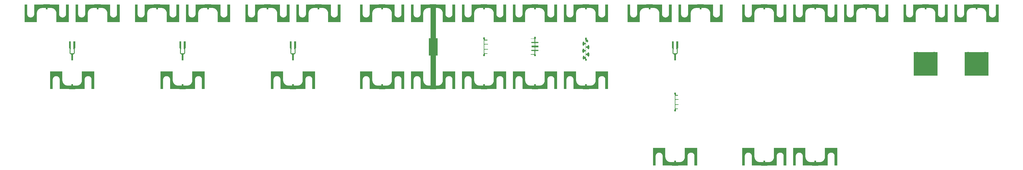
<source format=gbr>
G04 #@! TF.GenerationSoftware,KiCad,Pcbnew,(5.1.2)-2*
G04 #@! TF.CreationDate,2019-08-10T23:44:23-05:00*
G04 #@! TF.ProjectId,front_end,66726f6e-745f-4656-9e64-2e6b69636164,rev?*
G04 #@! TF.SameCoordinates,Original*
G04 #@! TF.FileFunction,Soldermask,Top*
G04 #@! TF.FilePolarity,Negative*
%FSLAX46Y46*%
G04 Gerber Fmt 4.6, Leading zero omitted, Abs format (unit mm)*
G04 Created by KiCad (PCBNEW (5.1.2)-2) date 2019-08-10 23:44:23*
%MOMM*%
%LPD*%
G04 APERTURE LIST*
%ADD10C,1.600200*%
%ADD11C,0.100000*%
G04 APERTURE END LIST*
D10*
X181610000Y-118110000D02*
X181610000Y-127000000D01*
X181610000Y-113014900D02*
X181610000Y-104013000D01*
D11*
G36*
X182880000Y-118110000D02*
G01*
X180340000Y-118110000D01*
X180340000Y-113030000D01*
X182880000Y-113030000D01*
X182880000Y-118110000D01*
G37*
X182880000Y-118110000D02*
X180340000Y-118110000D01*
X180340000Y-113030000D01*
X182880000Y-113030000D01*
X182880000Y-118110000D01*
G36*
X197830000Y-127170000D02*
G01*
X195930000Y-127170000D01*
X195930000Y-128270000D01*
X197830000Y-128270000D01*
X197830000Y-127170000D01*
G37*
G36*
X279690000Y-103970000D02*
G01*
X281590000Y-103970000D01*
X281590000Y-102870000D01*
X279690000Y-102870000D01*
X279690000Y-103970000D01*
G37*
G36*
X294930000Y-103970000D02*
G01*
X296830000Y-103970000D01*
X296830000Y-102870000D01*
X294930000Y-102870000D01*
X294930000Y-103970000D01*
G37*
G36*
X310170000Y-103970000D02*
G01*
X312070000Y-103970000D01*
X312070000Y-102870000D01*
X310170000Y-102870000D01*
X310170000Y-103970000D01*
G37*
G36*
X327950000Y-103970000D02*
G01*
X329850000Y-103970000D01*
X329850000Y-102870000D01*
X327950000Y-102870000D01*
X327950000Y-103970000D01*
G37*
G36*
X343190000Y-103970000D02*
G01*
X345090000Y-103970000D01*
X345090000Y-102870000D01*
X343190000Y-102870000D01*
X343190000Y-103970000D01*
G37*
G36*
X296890000Y-150030000D02*
G01*
X294990000Y-150030000D01*
X294990000Y-151130000D01*
X296890000Y-151130000D01*
X296890000Y-150030000D01*
G37*
G36*
X332430000Y-124150000D02*
G01*
X325430000Y-124150000D01*
X325430000Y-117150000D01*
X332430000Y-117150000D01*
X332430000Y-124150000D01*
G37*
X332430000Y-124150000D02*
X325430000Y-124150000D01*
X325430000Y-117150000D01*
X332430000Y-117150000D01*
X332430000Y-124150000D01*
G36*
X347670000Y-124150000D02*
G01*
X340670000Y-124150000D01*
X340670000Y-117150000D01*
X347670000Y-117150000D01*
X347670000Y-124150000D01*
G37*
X347670000Y-124150000D02*
X340670000Y-124150000D01*
X340670000Y-117150000D01*
X347670000Y-117150000D01*
X347670000Y-124150000D01*
G36*
X281650000Y-150030000D02*
G01*
X279750000Y-150030000D01*
X279750000Y-151130000D01*
X281650000Y-151130000D01*
X281650000Y-150030000D01*
G37*
G36*
X245400000Y-103970000D02*
G01*
X247300000Y-103970000D01*
X247300000Y-102870000D01*
X245400000Y-102870000D01*
X245400000Y-103970000D01*
G37*
G36*
X260640000Y-103970000D02*
G01*
X262540000Y-103970000D01*
X262540000Y-102870000D01*
X260640000Y-102870000D01*
X260640000Y-103970000D01*
G37*
G36*
X65060000Y-103970000D02*
G01*
X66960000Y-103970000D01*
X66960000Y-102870000D01*
X65060000Y-102870000D01*
X65060000Y-103970000D01*
G37*
G36*
X80300000Y-103970000D02*
G01*
X82200000Y-103970000D01*
X82200000Y-102870000D01*
X80300000Y-102870000D01*
X80300000Y-103970000D01*
G37*
G36*
X98080000Y-103970000D02*
G01*
X99980000Y-103970000D01*
X99980000Y-102870000D01*
X98080000Y-102870000D01*
X98080000Y-103970000D01*
G37*
G36*
X113320000Y-103970000D02*
G01*
X115220000Y-103970000D01*
X115220000Y-102870000D01*
X113320000Y-102870000D01*
X113320000Y-103970000D01*
G37*
G36*
X131100000Y-103970000D02*
G01*
X133000000Y-103970000D01*
X133000000Y-102870000D01*
X131100000Y-102870000D01*
X131100000Y-103970000D01*
G37*
G36*
X146340000Y-103970000D02*
G01*
X148240000Y-103970000D01*
X148240000Y-102870000D01*
X146340000Y-102870000D01*
X146340000Y-103970000D01*
G37*
G36*
X74640000Y-127170000D02*
G01*
X72740000Y-127170000D01*
X72740000Y-128270000D01*
X74640000Y-128270000D01*
X74640000Y-127170000D01*
G37*
G36*
X107660000Y-127170000D02*
G01*
X105760000Y-127170000D01*
X105760000Y-128270000D01*
X107660000Y-128270000D01*
X107660000Y-127170000D01*
G37*
G36*
X140680000Y-127170000D02*
G01*
X138780000Y-127170000D01*
X138780000Y-128270000D01*
X140680000Y-128270000D01*
X140680000Y-127170000D01*
G37*
G36*
X254980000Y-150030000D02*
G01*
X253080000Y-150030000D01*
X253080000Y-151130000D01*
X254980000Y-151130000D01*
X254980000Y-150030000D01*
G37*
G36*
X165390000Y-103970000D02*
G01*
X167290000Y-103970000D01*
X167290000Y-102870000D01*
X165390000Y-102870000D01*
X165390000Y-103970000D01*
G37*
G36*
X180630000Y-103970000D02*
G01*
X182530000Y-103970000D01*
X182530000Y-102870000D01*
X180630000Y-102870000D01*
X180630000Y-103970000D01*
G37*
G36*
X195870000Y-103970000D02*
G01*
X197770000Y-103970000D01*
X197770000Y-102870000D01*
X195870000Y-102870000D01*
X195870000Y-103970000D01*
G37*
G36*
X211110000Y-103970000D02*
G01*
X213010000Y-103970000D01*
X213010000Y-102870000D01*
X211110000Y-102870000D01*
X211110000Y-103970000D01*
G37*
G36*
X228310000Y-127170000D02*
G01*
X226410000Y-127170000D01*
X226410000Y-128270000D01*
X228310000Y-128270000D01*
X228310000Y-127170000D01*
G37*
G36*
X167350000Y-127170000D02*
G01*
X165450000Y-127170000D01*
X165450000Y-128270000D01*
X167350000Y-128270000D01*
X167350000Y-127170000D01*
G37*
G36*
X182590000Y-127170000D02*
G01*
X180690000Y-127170000D01*
X180690000Y-128270000D01*
X182590000Y-128270000D01*
X182590000Y-127170000D01*
G37*
G36*
X213070000Y-127170000D02*
G01*
X211170000Y-127170000D01*
X211170000Y-128270000D01*
X213070000Y-128270000D01*
X213070000Y-127170000D01*
G37*
G36*
X226350000Y-103970000D02*
G01*
X228250000Y-103970000D01*
X228250000Y-102870000D01*
X226350000Y-102870000D01*
X226350000Y-103970000D01*
G37*
G36*
X254266700Y-149631390D02*
G01*
X254266702Y-149631390D01*
X254266706Y-149631392D01*
X254266708Y-149631394D01*
X254266708Y-149631395D01*
X254266709Y-149631396D01*
X254266710Y-149631398D01*
X254266710Y-149631400D01*
X254267315Y-149637543D01*
X254267315Y-150162733D01*
X254267178Y-150166913D01*
X254204218Y-151123906D01*
X254203210Y-151129997D01*
X254203210Y-151130002D01*
X254203208Y-151130006D01*
X254203207Y-151130007D01*
X254203205Y-151130008D01*
X254203204Y-151130009D01*
X254203202Y-151130010D01*
X254203200Y-151130010D01*
X254201183Y-151130480D01*
X254199117Y-151130615D01*
X253802943Y-151130615D01*
X253796800Y-151130010D01*
X253796798Y-151130010D01*
X253796794Y-151130008D01*
X253796793Y-151130007D01*
X253796792Y-151130005D01*
X253796791Y-151130004D01*
X253796790Y-151130002D01*
X253796790Y-151129999D01*
X253796188Y-151128017D01*
X253795918Y-151125963D01*
X253732822Y-150166913D01*
X253732685Y-150162733D01*
X253732685Y-149637543D01*
X253733290Y-149631400D01*
X253733291Y-149631396D01*
X253733291Y-149631395D01*
X253733294Y-149631392D01*
X253733298Y-149631390D01*
X253733300Y-149631390D01*
X253739443Y-149630785D01*
X254260557Y-149630785D01*
X254266700Y-149631390D01*
X254266700Y-149631390D01*
G37*
G36*
X296176700Y-149631390D02*
G01*
X296176702Y-149631390D01*
X296176706Y-149631392D01*
X296176708Y-149631394D01*
X296176708Y-149631395D01*
X296176709Y-149631396D01*
X296176710Y-149631398D01*
X296176710Y-149631400D01*
X296177315Y-149637543D01*
X296177315Y-150162733D01*
X296177178Y-150166913D01*
X296114218Y-151123906D01*
X296113210Y-151129997D01*
X296113210Y-151130002D01*
X296113208Y-151130006D01*
X296113207Y-151130007D01*
X296113205Y-151130008D01*
X296113204Y-151130009D01*
X296113202Y-151130010D01*
X296113200Y-151130010D01*
X296111183Y-151130480D01*
X296109117Y-151130615D01*
X295712943Y-151130615D01*
X295706800Y-151130010D01*
X295706798Y-151130010D01*
X295706794Y-151130008D01*
X295706793Y-151130007D01*
X295706792Y-151130005D01*
X295706791Y-151130004D01*
X295706790Y-151130002D01*
X295706790Y-151129999D01*
X295706188Y-151128017D01*
X295705918Y-151125963D01*
X295642822Y-150166913D01*
X295642685Y-150162733D01*
X295642685Y-149637543D01*
X295643290Y-149631400D01*
X295643291Y-149631396D01*
X295643291Y-149631395D01*
X295643294Y-149631392D01*
X295643298Y-149631390D01*
X295643300Y-149631390D01*
X295649443Y-149630785D01*
X296170557Y-149630785D01*
X296176700Y-149631390D01*
X296176700Y-149631390D01*
G37*
G36*
X280936700Y-149631390D02*
G01*
X280936702Y-149631390D01*
X280936706Y-149631392D01*
X280936708Y-149631394D01*
X280936708Y-149631395D01*
X280936709Y-149631396D01*
X280936710Y-149631398D01*
X280936710Y-149631400D01*
X280937315Y-149637543D01*
X280937315Y-150162733D01*
X280937178Y-150166913D01*
X280874218Y-151123906D01*
X280873210Y-151129997D01*
X280873210Y-151130002D01*
X280873208Y-151130006D01*
X280873207Y-151130007D01*
X280873205Y-151130008D01*
X280873204Y-151130009D01*
X280873202Y-151130010D01*
X280873200Y-151130010D01*
X280871183Y-151130480D01*
X280869117Y-151130615D01*
X280472943Y-151130615D01*
X280466800Y-151130010D01*
X280466798Y-151130010D01*
X280466794Y-151130008D01*
X280466793Y-151130007D01*
X280466792Y-151130005D01*
X280466791Y-151130004D01*
X280466790Y-151130002D01*
X280466790Y-151129999D01*
X280466188Y-151128017D01*
X280465918Y-151125963D01*
X280402822Y-150166913D01*
X280402685Y-150162733D01*
X280402685Y-149637543D01*
X280403290Y-149631400D01*
X280403291Y-149631396D01*
X280403291Y-149631395D01*
X280403294Y-149631392D01*
X280403298Y-149631390D01*
X280403300Y-149631390D01*
X280409443Y-149630785D01*
X280930557Y-149630785D01*
X280936700Y-149631390D01*
X280936700Y-149631390D01*
G37*
G36*
X260613378Y-145827345D02*
G01*
X260614100Y-145827345D01*
X260614200Y-145827350D01*
X260614210Y-145827351D01*
X260614428Y-145827398D01*
X260614437Y-145827401D01*
X260614527Y-145827436D01*
X260614536Y-145827440D01*
X260614707Y-145827537D01*
X260614839Y-145827647D01*
X260614853Y-145827661D01*
X260614978Y-145827814D01*
X260615060Y-145827964D01*
X260615064Y-145827973D01*
X260615099Y-145828063D01*
X260615102Y-145828072D01*
X260615149Y-145828290D01*
X260615150Y-145828300D01*
X260615155Y-145828400D01*
X260615155Y-145829122D01*
X260615760Y-145831951D01*
X260615760Y-151049849D01*
X260615155Y-151052678D01*
X260615155Y-151053400D01*
X260615150Y-151053500D01*
X260615149Y-151053510D01*
X260615102Y-151053728D01*
X260615099Y-151053737D01*
X260615064Y-151053827D01*
X260615060Y-151053836D01*
X260614963Y-151054007D01*
X260614853Y-151054139D01*
X260614839Y-151054153D01*
X260614686Y-151054278D01*
X260614536Y-151054360D01*
X260614527Y-151054364D01*
X260614437Y-151054399D01*
X260614428Y-151054402D01*
X260614210Y-151054449D01*
X260614200Y-151054450D01*
X260614100Y-151054455D01*
X260613378Y-151054455D01*
X260610549Y-151055060D01*
X259817651Y-151055060D01*
X259814822Y-151054455D01*
X259814100Y-151054455D01*
X259814000Y-151054450D01*
X259813990Y-151054449D01*
X259813772Y-151054402D01*
X259813763Y-151054399D01*
X259813673Y-151054364D01*
X259813664Y-151054360D01*
X259813493Y-151054263D01*
X259813361Y-151054153D01*
X259813347Y-151054139D01*
X259813222Y-151053986D01*
X259813140Y-151053836D01*
X259813136Y-151053827D01*
X259813101Y-151053737D01*
X259813098Y-151053728D01*
X259813051Y-151053510D01*
X259813050Y-151053500D01*
X259813045Y-151053400D01*
X259813045Y-151052678D01*
X259812440Y-151049849D01*
X259812440Y-148234647D01*
X259812439Y-148234158D01*
X259812398Y-148223670D01*
X259812379Y-148221922D01*
X259812101Y-148206392D01*
X259812046Y-148204293D01*
X259811515Y-148188995D01*
X259811425Y-148186907D01*
X259810636Y-148171574D01*
X259810510Y-148169480D01*
X259809464Y-148154166D01*
X259809305Y-148152084D01*
X259808011Y-148136880D01*
X259807814Y-148134782D01*
X259806248Y-148119446D01*
X259806020Y-148117378D01*
X259804217Y-148102222D01*
X259803950Y-148100132D01*
X259801879Y-148084914D01*
X259801581Y-148082850D01*
X259799255Y-148067660D01*
X259798920Y-148065588D01*
X259796348Y-148050490D01*
X259795979Y-148048428D01*
X259793152Y-148033363D01*
X259792747Y-148031301D01*
X259789674Y-148016319D01*
X259789239Y-148014286D01*
X259785913Y-147999338D01*
X259785438Y-147997286D01*
X259781850Y-147982352D01*
X259781343Y-147980316D01*
X259777491Y-147965391D01*
X259776952Y-147963371D01*
X259772900Y-147948690D01*
X259772330Y-147946690D01*
X259768000Y-147931962D01*
X259767389Y-147929946D01*
X259762833Y-147915362D01*
X259762190Y-147913363D01*
X259757360Y-147898768D01*
X259756688Y-147896794D01*
X259751616Y-147882284D01*
X259750907Y-147880309D01*
X259745622Y-147865967D01*
X259744880Y-147864003D01*
X259739322Y-147849667D01*
X259738548Y-147847720D01*
X259732794Y-147833586D01*
X259731991Y-147831662D01*
X259725941Y-147817483D01*
X259725101Y-147815558D01*
X259718879Y-147801629D01*
X259718010Y-147799726D01*
X259711510Y-147785805D01*
X259710610Y-147783918D01*
X259703907Y-147770167D01*
X259702967Y-147768281D01*
X259696022Y-147754623D01*
X259695062Y-147752773D01*
X259687857Y-147739170D01*
X259686862Y-147737329D01*
X259679494Y-147723964D01*
X259678464Y-147722131D01*
X259670800Y-147708766D01*
X259669745Y-147706963D01*
X259661919Y-147693829D01*
X259660826Y-147692029D01*
X259652754Y-147678987D01*
X259651644Y-147677226D01*
X259643341Y-147664297D01*
X259642191Y-147662539D01*
X259633721Y-147649825D01*
X259632548Y-147648095D01*
X259623811Y-147635444D01*
X259622602Y-147633725D01*
X259613706Y-147621296D01*
X259612472Y-147619603D01*
X259603338Y-147607283D01*
X259602077Y-147605611D01*
X259592722Y-147593425D01*
X259591433Y-147591774D01*
X259581920Y-147579803D01*
X259580611Y-147578184D01*
X259570853Y-147566316D01*
X259569499Y-147564698D01*
X259559580Y-147553041D01*
X259558215Y-147551463D01*
X259548056Y-147539920D01*
X259546654Y-147538354D01*
X259536372Y-147527060D01*
X259534955Y-147525529D01*
X259524420Y-147514338D01*
X259522967Y-147512821D01*
X259512313Y-147501878D01*
X259510838Y-147500388D01*
X259499909Y-147489533D01*
X259498411Y-147488070D01*
X259487348Y-147477444D01*
X259485830Y-147476010D01*
X259474637Y-147465613D01*
X259473089Y-147464199D01*
X259461675Y-147453948D01*
X259460105Y-147452562D01*
X259448526Y-147442508D01*
X259446925Y-147441141D01*
X259435198Y-147431300D01*
X259433588Y-147429972D01*
X259421655Y-147420293D01*
X259420019Y-147418988D01*
X259407960Y-147409537D01*
X259406302Y-147408260D01*
X259394069Y-147398999D01*
X259392386Y-147397747D01*
X259380038Y-147388721D01*
X259378334Y-147387497D01*
X259365823Y-147378670D01*
X259364103Y-147377478D01*
X259351373Y-147368812D01*
X259349632Y-147367648D01*
X259336834Y-147359246D01*
X259335068Y-147358108D01*
X259322157Y-147349939D01*
X259320385Y-147348838D01*
X259307222Y-147340814D01*
X259305426Y-147339740D01*
X259292249Y-147332007D01*
X259290425Y-147330957D01*
X259277063Y-147323415D01*
X259275242Y-147322407D01*
X259261783Y-147315103D01*
X259259921Y-147314113D01*
X259246304Y-147307018D01*
X259244440Y-147306066D01*
X259230760Y-147299227D01*
X259228887Y-147298311D01*
X259215030Y-147291670D01*
X259213136Y-147290781D01*
X259199218Y-147284395D01*
X259197300Y-147283534D01*
X259183256Y-147277374D01*
X259181326Y-147276547D01*
X259167186Y-147270626D01*
X259165255Y-147269837D01*
X259151041Y-147264162D01*
X259149084Y-147263399D01*
X259134704Y-147257936D01*
X259132747Y-147257211D01*
X259118331Y-147252008D01*
X259116344Y-147251310D01*
X259101855Y-147246355D01*
X259099880Y-147245698D01*
X259085354Y-147240999D01*
X259083353Y-147240370D01*
X259068634Y-147235880D01*
X259066617Y-147235283D01*
X259051862Y-147231052D01*
X259049849Y-147230493D01*
X259035077Y-147226523D01*
X259033044Y-147225995D01*
X259018132Y-147222255D01*
X259016107Y-147221765D01*
X259001199Y-147218289D01*
X258999149Y-147217830D01*
X258984208Y-147214610D01*
X258982151Y-147214184D01*
X258967049Y-147211194D01*
X258965002Y-147210807D01*
X258949940Y-147208085D01*
X258947874Y-147207729D01*
X258932744Y-147205256D01*
X258930671Y-147204935D01*
X258915562Y-147202725D01*
X258913488Y-147202439D01*
X258898225Y-147200467D01*
X258896142Y-147200216D01*
X258880844Y-147198500D01*
X258878762Y-147198284D01*
X258863570Y-147196837D01*
X258861478Y-147196656D01*
X258846208Y-147195460D01*
X258844126Y-147195314D01*
X258828803Y-147194371D01*
X258826711Y-147194260D01*
X258811353Y-147193573D01*
X258809262Y-147193497D01*
X258793998Y-147193070D01*
X258791896Y-147193029D01*
X258776552Y-147192858D01*
X258774459Y-147192852D01*
X258759101Y-147192938D01*
X258757008Y-147192967D01*
X258741707Y-147193309D01*
X258739615Y-147193373D01*
X258724298Y-147193972D01*
X258722196Y-147194072D01*
X258706871Y-147194930D01*
X258704792Y-147195064D01*
X258689515Y-147196175D01*
X258687426Y-147196345D01*
X258672214Y-147197708D01*
X258670121Y-147197913D01*
X258654772Y-147199549D01*
X258652703Y-147199787D01*
X258637557Y-147201657D01*
X258635467Y-147201933D01*
X258620242Y-147204074D01*
X258618187Y-147204380D01*
X258603005Y-147206773D01*
X258600925Y-147207119D01*
X258585904Y-147209747D01*
X258583844Y-147210125D01*
X258568772Y-147213023D01*
X258566721Y-147213436D01*
X258551694Y-147216587D01*
X258549649Y-147217033D01*
X258534735Y-147220422D01*
X258532701Y-147220902D01*
X258517792Y-147224553D01*
X258515754Y-147225071D01*
X258500940Y-147228964D01*
X258498925Y-147229511D01*
X258484160Y-147233656D01*
X258482138Y-147234242D01*
X258467445Y-147238635D01*
X258465457Y-147239248D01*
X258450820Y-147243891D01*
X258448820Y-147244544D01*
X258434331Y-147249410D01*
X258432355Y-147250092D01*
X258417900Y-147255217D01*
X258415921Y-147255937D01*
X258401538Y-147261311D01*
X258399591Y-147262058D01*
X258385346Y-147267653D01*
X258383403Y-147268434D01*
X258369183Y-147274296D01*
X258367255Y-147275110D01*
X258353219Y-147281173D01*
X258351300Y-147282021D01*
X258337303Y-147288348D01*
X258335401Y-147289227D01*
X258321577Y-147295757D01*
X258319698Y-147296664D01*
X258305932Y-147303450D01*
X258304050Y-147304397D01*
X258290410Y-147311409D01*
X258288558Y-147312381D01*
X258275034Y-147319622D01*
X258273198Y-147320625D01*
X258259848Y-147328063D01*
X258258022Y-147329101D01*
X258244718Y-147336809D01*
X258242917Y-147337872D01*
X258229763Y-147345790D01*
X258227984Y-147346882D01*
X258215021Y-147354983D01*
X258213249Y-147356111D01*
X258200391Y-147364450D01*
X258198645Y-147365603D01*
X258185936Y-147374151D01*
X258184203Y-147375338D01*
X258171584Y-147384137D01*
X258169876Y-147385349D01*
X258157430Y-147394341D01*
X258155752Y-147395575D01*
X258143542Y-147404710D01*
X258141871Y-147405982D01*
X258129723Y-147415393D01*
X258128070Y-147416696D01*
X258116111Y-147426287D01*
X258114496Y-147427605D01*
X258102706Y-147437388D01*
X258101097Y-147438746D01*
X258089447Y-147448749D01*
X258087875Y-147450122D01*
X258076441Y-147460276D01*
X258074889Y-147461678D01*
X258063573Y-147472071D01*
X258062043Y-147473499D01*
X258050930Y-147484054D01*
X258049419Y-147485514D01*
X258038466Y-147496273D01*
X258036982Y-147497755D01*
X258026285Y-147508621D01*
X258024835Y-147510118D01*
X258014212Y-147521275D01*
X258012770Y-147522816D01*
X258002414Y-147534067D01*
X258001017Y-147535611D01*
X257990807Y-147547081D01*
X257989426Y-147548659D01*
X257979426Y-147560280D01*
X257978072Y-147561880D01*
X257968265Y-147573671D01*
X257966941Y-147575290D01*
X257957337Y-147587238D01*
X257956037Y-147588883D01*
X257946649Y-147600972D01*
X257945378Y-147602638D01*
X257936160Y-147614928D01*
X257934918Y-147616613D01*
X257925959Y-147628984D01*
X257924744Y-147630691D01*
X257915931Y-147643300D01*
X257914744Y-147645029D01*
X257906193Y-147657711D01*
X257905036Y-147659459D01*
X257896685Y-147672304D01*
X257895557Y-147674072D01*
X257887394Y-147687101D01*
X257886302Y-147688875D01*
X257878384Y-147701994D01*
X257877312Y-147703805D01*
X257869607Y-147717071D01*
X257868574Y-147718884D01*
X257861121Y-147732224D01*
X257860110Y-147734070D01*
X257852848Y-147747598D01*
X257851877Y-147749444D01*
X257844842Y-147763091D01*
X257843897Y-147764962D01*
X257837110Y-147778688D01*
X257836196Y-147780576D01*
X257829647Y-147794400D01*
X257828769Y-147796295D01*
X257822419Y-147810299D01*
X257821566Y-147812224D01*
X257815454Y-147826330D01*
X257814639Y-147828253D01*
X257808810Y-147842347D01*
X257808026Y-147844288D01*
X257802410Y-147858538D01*
X257801659Y-147860492D01*
X257796257Y-147874902D01*
X257795536Y-147876877D01*
X257790387Y-147891348D01*
X257789702Y-147893326D01*
X257784820Y-147907810D01*
X257784170Y-147909793D01*
X257779524Y-147924377D01*
X257778902Y-147926385D01*
X257774480Y-147941118D01*
X257773896Y-147943127D01*
X257769744Y-147957851D01*
X257769193Y-147959869D01*
X257765282Y-147974683D01*
X257764762Y-147976723D01*
X257761104Y-147991589D01*
X257760623Y-147993614D01*
X257757202Y-148008587D01*
X257756752Y-148010638D01*
X257753592Y-148025624D01*
X257753178Y-148027671D01*
X257750254Y-148042784D01*
X257749872Y-148044850D01*
X257747223Y-148059893D01*
X257746877Y-148061962D01*
X257744472Y-148077103D01*
X257744161Y-148079170D01*
X257742021Y-148094268D01*
X257741744Y-148096345D01*
X257739833Y-148111672D01*
X257739592Y-148113750D01*
X257737950Y-148128994D01*
X257737743Y-148131079D01*
X257736362Y-148146290D01*
X257736190Y-148148379D01*
X257735055Y-148163736D01*
X257734918Y-148165832D01*
X257734048Y-148181088D01*
X257733947Y-148183168D01*
X257733329Y-148198491D01*
X257733261Y-148200595D01*
X257732901Y-148215933D01*
X257732870Y-148218027D01*
X257732763Y-148233963D01*
X257732760Y-148234802D01*
X257732760Y-151049849D01*
X257732155Y-151052678D01*
X257732155Y-151053400D01*
X257732150Y-151053500D01*
X257732149Y-151053510D01*
X257732102Y-151053728D01*
X257732099Y-151053737D01*
X257732064Y-151053827D01*
X257732060Y-151053836D01*
X257731963Y-151054007D01*
X257731853Y-151054139D01*
X257731839Y-151054153D01*
X257731686Y-151054278D01*
X257731536Y-151054360D01*
X257731527Y-151054364D01*
X257731437Y-151054399D01*
X257731428Y-151054402D01*
X257731210Y-151054449D01*
X257731200Y-151054450D01*
X257731100Y-151054455D01*
X257730378Y-151054455D01*
X257727549Y-151055060D01*
X254620651Y-151055060D01*
X254617823Y-151054455D01*
X254617100Y-151054455D01*
X254617000Y-151054450D01*
X254616990Y-151054449D01*
X254616772Y-151054402D01*
X254616763Y-151054399D01*
X254616673Y-151054364D01*
X254616664Y-151054360D01*
X254616493Y-151054263D01*
X254616361Y-151054153D01*
X254616347Y-151054139D01*
X254616222Y-151053986D01*
X254616140Y-151053836D01*
X254616136Y-151053827D01*
X254616101Y-151053737D01*
X254616098Y-151053728D01*
X254616049Y-151053482D01*
X254616048Y-151053468D01*
X254616048Y-151053318D01*
X254616147Y-151052040D01*
X254615800Y-151050296D01*
X254615805Y-151048636D01*
X254694155Y-150041006D01*
X254694521Y-150038359D01*
X254694662Y-150038043D01*
X254695016Y-150037729D01*
X254695048Y-150037318D01*
X254695065Y-150037199D01*
X254695067Y-150037189D01*
X254695099Y-150037068D01*
X254695102Y-150037059D01*
X254695182Y-150036879D01*
X254695251Y-150036774D01*
X254695257Y-150036766D01*
X254695298Y-150036715D01*
X254695304Y-150036708D01*
X254695510Y-150036526D01*
X254695519Y-150036520D01*
X254695668Y-150036438D01*
X254695677Y-150036434D01*
X254695932Y-150036359D01*
X254695945Y-150036357D01*
X254696059Y-150036346D01*
X254698007Y-150036271D01*
X254700386Y-150035573D01*
X255341829Y-150010788D01*
X255344305Y-150010740D01*
X255357368Y-150010740D01*
X255364708Y-150010524D01*
X255376165Y-150009850D01*
X255379918Y-150009740D01*
X255392368Y-150009740D01*
X255399708Y-150009524D01*
X255412629Y-150008764D01*
X255413008Y-150008743D01*
X255430630Y-150007764D01*
X255431036Y-150007740D01*
X255464646Y-150005763D01*
X255465004Y-150005743D01*
X255479103Y-150004960D01*
X255486779Y-150004296D01*
X255516908Y-150000751D01*
X255517228Y-150000714D01*
X255534547Y-149998790D01*
X255535348Y-149998699D01*
X255565906Y-149995104D01*
X255571855Y-149994259D01*
X255586204Y-149991867D01*
X255587372Y-149991666D01*
X255651288Y-149980387D01*
X255658193Y-149978967D01*
X255671387Y-149975863D01*
X255672192Y-149975678D01*
X255689740Y-149971779D01*
X255689730Y-149971733D01*
X255689803Y-149971718D01*
X255689811Y-149971766D01*
X255703291Y-149969387D01*
X255710196Y-149967966D01*
X255719295Y-149965825D01*
X255727950Y-149963458D01*
X255737897Y-149960349D01*
X255740870Y-149959514D01*
X255753330Y-149956582D01*
X255759969Y-149954826D01*
X255806587Y-149941115D01*
X255808601Y-149940504D01*
X255823128Y-149935964D01*
X255824117Y-149935665D01*
X255836206Y-149932109D01*
X255844829Y-149929228D01*
X255855881Y-149925083D01*
X255857126Y-149924630D01*
X255872373Y-149919249D01*
X255874661Y-149918416D01*
X255888902Y-149913076D01*
X255890126Y-149912630D01*
X255905373Y-149907249D01*
X255907663Y-149906416D01*
X255935339Y-149896037D01*
X255941548Y-149893516D01*
X256015458Y-149861181D01*
X256021258Y-149858465D01*
X256050358Y-149843915D01*
X256050239Y-149843677D01*
X256050282Y-149843655D01*
X256050395Y-149843897D01*
X256063848Y-149837619D01*
X256066894Y-149836147D01*
X256077015Y-149831086D01*
X256085420Y-149826472D01*
X256094197Y-149821206D01*
X256097690Y-149819288D01*
X256098248Y-149818906D01*
X256110084Y-149812593D01*
X256112538Y-149811249D01*
X256127285Y-149802954D01*
X256127127Y-149802673D01*
X256127167Y-149802650D01*
X256127319Y-149802934D01*
X256139508Y-149796433D01*
X256144994Y-149793328D01*
X256170560Y-149777989D01*
X256173848Y-149775946D01*
X256185327Y-149768566D01*
X256187064Y-149767429D01*
X256201178Y-149758020D01*
X256200998Y-149757750D01*
X256201080Y-149757702D01*
X256201245Y-149757977D01*
X256211910Y-149751578D01*
X256220254Y-149746107D01*
X256230135Y-149739049D01*
X256229859Y-149738663D01*
X256229918Y-149738626D01*
X256230179Y-149739018D01*
X256243478Y-149730152D01*
X256246794Y-149727863D01*
X256284785Y-149700727D01*
X256289358Y-149697301D01*
X256301075Y-149688095D01*
X256301009Y-149688011D01*
X256301075Y-149687967D01*
X256301134Y-149688049D01*
X256303549Y-149686324D01*
X256304853Y-149685458D01*
X256305346Y-149685041D01*
X256312785Y-149679727D01*
X256317359Y-149676300D01*
X256327271Y-149668512D01*
X256330785Y-149665647D01*
X256342028Y-149656134D01*
X256341966Y-149656061D01*
X256342016Y-149656025D01*
X256342072Y-149656097D01*
X256343517Y-149654961D01*
X256344362Y-149654363D01*
X256345005Y-149653793D01*
X256354278Y-149646507D01*
X256357797Y-149643637D01*
X256368654Y-149634450D01*
X256369258Y-149633935D01*
X256382686Y-149622425D01*
X256383125Y-149622052D01*
X256393938Y-149612902D01*
X256397982Y-149609327D01*
X256420130Y-149588882D01*
X256423732Y-149585422D01*
X256433927Y-149575227D01*
X256433780Y-149575080D01*
X256433836Y-149575031D01*
X256433974Y-149575180D01*
X256445128Y-149564884D01*
X256448732Y-149561422D01*
X256458927Y-149551227D01*
X256458780Y-149551080D01*
X256458840Y-149551028D01*
X256458978Y-149551177D01*
X256468255Y-149542613D01*
X256475314Y-149535553D01*
X256483876Y-149526278D01*
X256483799Y-149526207D01*
X256483851Y-149526151D01*
X256483927Y-149526227D01*
X256494122Y-149516032D01*
X256497582Y-149512430D01*
X256518027Y-149490282D01*
X256521602Y-149486238D01*
X256526530Y-149480414D01*
X256530930Y-149476150D01*
X256531295Y-149475719D01*
X256531299Y-149475722D01*
X256531325Y-149475684D01*
X256531626Y-149475358D01*
X256535644Y-149470113D01*
X256541026Y-149464283D01*
X256544600Y-149460240D01*
X256552341Y-149451092D01*
X256555212Y-149447572D01*
X256562495Y-149438302D01*
X256563061Y-149437664D01*
X256563839Y-149436592D01*
X256564797Y-149435372D01*
X256564750Y-149435335D01*
X256564783Y-149435290D01*
X256564831Y-149435330D01*
X256574360Y-149424069D01*
X256577229Y-149420551D01*
X256595491Y-149397308D01*
X256596063Y-149396663D01*
X256596848Y-149395580D01*
X256597796Y-149394374D01*
X256597750Y-149394338D01*
X256597788Y-149394284D01*
X256597836Y-149394325D01*
X256605476Y-149385295D01*
X256611764Y-149377213D01*
X256617567Y-149369089D01*
X256619857Y-149365771D01*
X256625287Y-149357626D01*
X256627635Y-149354762D01*
X256631672Y-149348714D01*
X256638001Y-149340658D01*
X256641426Y-149336087D01*
X256647949Y-149326955D01*
X256651381Y-149321894D01*
X256658460Y-149310882D01*
X256658978Y-149310091D01*
X256667041Y-149297996D01*
X256670220Y-149292972D01*
X256676904Y-149281832D01*
X256677995Y-149280108D01*
X256678349Y-149279595D01*
X256684812Y-149270547D01*
X256690281Y-149262205D01*
X256721172Y-149210720D01*
X256725789Y-149202310D01*
X256731276Y-149191337D01*
X256732013Y-149189909D01*
X256738592Y-149177574D01*
X256738988Y-149176991D01*
X256740911Y-149173488D01*
X256746172Y-149164720D01*
X256750786Y-149156315D01*
X256755847Y-149146194D01*
X256757319Y-149143148D01*
X256761833Y-149133475D01*
X256763978Y-149129853D01*
X256765895Y-149125098D01*
X256778166Y-149100556D01*
X256780882Y-149094757D01*
X256806220Y-149036842D01*
X256808743Y-149030626D01*
X256812402Y-149020869D01*
X256813801Y-149017659D01*
X256814338Y-149016001D01*
X256819219Y-149004844D01*
X256821742Y-148998629D01*
X256826111Y-148986978D01*
X256826944Y-148984689D01*
X256832341Y-148969398D01*
X256832776Y-148968202D01*
X256838116Y-148953961D01*
X256838949Y-148951674D01*
X256843766Y-148938026D01*
X256845202Y-148933706D01*
X256849515Y-148919904D01*
X256849391Y-148919865D01*
X256849410Y-148919803D01*
X256849535Y-148919847D01*
X256854762Y-148905037D01*
X256856198Y-148900720D01*
X256860210Y-148887882D01*
X256860821Y-148885866D01*
X256869527Y-148856264D01*
X256871283Y-148849625D01*
X256873835Y-148838780D01*
X256874962Y-148834806D01*
X256875157Y-148833726D01*
X256878527Y-148822266D01*
X256880283Y-148815624D01*
X256894664Y-148754502D01*
X256896084Y-148747604D01*
X256898465Y-148734116D01*
X256898366Y-148734099D01*
X256898391Y-148733996D01*
X256898485Y-148734018D01*
X256901663Y-148720510D01*
X256903082Y-148713609D01*
X256907759Y-148687110D01*
X256908898Y-148679184D01*
X256909721Y-148671772D01*
X256910042Y-148670312D01*
X256911054Y-148661776D01*
X256912831Y-148651707D01*
X256913876Y-148644593D01*
X256917399Y-148614648D01*
X256917490Y-148613847D01*
X256919400Y-148596653D01*
X256919451Y-148596208D01*
X256922996Y-148566079D01*
X256923660Y-148558403D01*
X256924440Y-148544357D01*
X256924463Y-148543946D01*
X256925442Y-148527302D01*
X256925466Y-148526895D01*
X256926441Y-148509341D01*
X256926464Y-148508929D01*
X256927442Y-148492302D01*
X256927466Y-148491895D01*
X256928248Y-148477817D01*
X256928440Y-148470884D01*
X256928440Y-148459218D01*
X256928550Y-148455465D01*
X256929224Y-148444008D01*
X256929440Y-148436668D01*
X256929440Y-145831951D01*
X256930045Y-145829122D01*
X256930045Y-145828400D01*
X256930050Y-145828300D01*
X256930051Y-145828290D01*
X256930098Y-145828072D01*
X256930101Y-145828063D01*
X256930136Y-145827973D01*
X256930140Y-145827964D01*
X256930237Y-145827793D01*
X256930347Y-145827661D01*
X256930361Y-145827647D01*
X256930514Y-145827522D01*
X256930664Y-145827440D01*
X256930673Y-145827436D01*
X256930763Y-145827401D01*
X256930772Y-145827398D01*
X256930990Y-145827351D01*
X256931000Y-145827350D01*
X256931100Y-145827345D01*
X256931822Y-145827345D01*
X256934651Y-145826740D01*
X260610549Y-145826740D01*
X260613378Y-145827345D01*
X260613378Y-145827345D01*
G37*
G36*
X292998378Y-145827345D02*
G01*
X292999100Y-145827345D01*
X292999200Y-145827350D01*
X292999210Y-145827351D01*
X292999428Y-145827398D01*
X292999437Y-145827401D01*
X292999527Y-145827436D01*
X292999536Y-145827440D01*
X292999707Y-145827537D01*
X292999839Y-145827647D01*
X292999853Y-145827661D01*
X292999978Y-145827814D01*
X293000060Y-145827964D01*
X293000064Y-145827973D01*
X293000099Y-145828063D01*
X293000102Y-145828072D01*
X293000149Y-145828290D01*
X293000150Y-145828300D01*
X293000155Y-145828400D01*
X293000155Y-145829122D01*
X293000760Y-145831951D01*
X293000760Y-148436686D01*
X293000976Y-148444027D01*
X293001649Y-148455458D01*
X293001760Y-148459243D01*
X293001760Y-148470885D01*
X293001952Y-148477818D01*
X293002734Y-148491895D01*
X293002758Y-148492302D01*
X293003736Y-148508929D01*
X293003757Y-148509307D01*
X293004734Y-148526895D01*
X293004758Y-148527302D01*
X293005737Y-148543946D01*
X293005757Y-148544304D01*
X293006540Y-148558403D01*
X293007204Y-148566079D01*
X293010749Y-148596208D01*
X293010800Y-148596653D01*
X293012710Y-148613847D01*
X293012801Y-148614648D01*
X293016324Y-148644593D01*
X293017369Y-148651707D01*
X293019552Y-148664077D01*
X293020158Y-148670312D01*
X293020479Y-148671772D01*
X293021302Y-148679184D01*
X293022441Y-148687110D01*
X293027118Y-148713609D01*
X293028537Y-148720510D01*
X293030162Y-148727416D01*
X293032251Y-148737040D01*
X293034116Y-148747604D01*
X293035536Y-148754502D01*
X293049917Y-148815624D01*
X293051673Y-148822266D01*
X293055031Y-148833683D01*
X293055240Y-148834813D01*
X293056368Y-148838789D01*
X293058920Y-148849635D01*
X293060676Y-148856276D01*
X293069385Y-148885887D01*
X293069995Y-148887899D01*
X293073997Y-148900706D01*
X293075434Y-148905027D01*
X293080665Y-148919848D01*
X293080908Y-148919762D01*
X293080926Y-148919830D01*
X293080685Y-148919905D01*
X293085001Y-148933717D01*
X293086438Y-148938037D01*
X293091251Y-148951674D01*
X293092084Y-148953962D01*
X293097424Y-148968203D01*
X293097858Y-148969395D01*
X293103261Y-148984703D01*
X293104093Y-148986989D01*
X293108456Y-148998624D01*
X293110979Y-149004838D01*
X293115848Y-149015967D01*
X293116399Y-149017659D01*
X293117798Y-149020869D01*
X293121457Y-149030626D01*
X293123980Y-149036842D01*
X293149318Y-149094757D01*
X293152034Y-149100556D01*
X293166585Y-149129658D01*
X293166823Y-149129539D01*
X293166845Y-149129582D01*
X293166603Y-149129695D01*
X293172881Y-149143148D01*
X293174353Y-149146194D01*
X293179414Y-149156315D01*
X293184028Y-149164720D01*
X293189289Y-149173488D01*
X293191212Y-149176991D01*
X293191598Y-149177555D01*
X293198187Y-149189909D01*
X293198924Y-149191337D01*
X293204411Y-149202310D01*
X293209028Y-149210720D01*
X293239919Y-149262205D01*
X293245388Y-149270547D01*
X293251851Y-149279595D01*
X293252200Y-149280101D01*
X293253290Y-149281823D01*
X293259980Y-149292972D01*
X293263155Y-149297988D01*
X293271167Y-149310007D01*
X293271843Y-149311039D01*
X293278819Y-149321892D01*
X293282254Y-149326959D01*
X293288775Y-149336088D01*
X293292199Y-149340658D01*
X293299054Y-149349382D01*
X293302565Y-149354762D01*
X293304913Y-149357626D01*
X293310343Y-149365771D01*
X293312633Y-149369089D01*
X293318436Y-149377213D01*
X293324724Y-149385295D01*
X293332364Y-149394325D01*
X293332441Y-149394260D01*
X293332479Y-149394315D01*
X293332404Y-149394374D01*
X293333558Y-149395843D01*
X293334137Y-149396663D01*
X293334709Y-149397308D01*
X293352971Y-149420551D01*
X293355840Y-149424069D01*
X293365369Y-149435330D01*
X293365446Y-149435265D01*
X293365479Y-149435312D01*
X293365403Y-149435372D01*
X293366566Y-149436852D01*
X293367139Y-149437664D01*
X293367705Y-149438302D01*
X293374988Y-149447572D01*
X293377859Y-149451092D01*
X293385600Y-149460240D01*
X293389174Y-149464283D01*
X293398529Y-149474417D01*
X293407280Y-149484750D01*
X293407460Y-149484893D01*
X293408598Y-149486238D01*
X293412173Y-149490282D01*
X293432618Y-149512430D01*
X293436078Y-149516032D01*
X293446273Y-149526227D01*
X293446420Y-149526080D01*
X293446473Y-149526141D01*
X293446324Y-149526278D01*
X293454886Y-149535553D01*
X293461945Y-149542613D01*
X293471222Y-149551177D01*
X293471293Y-149551100D01*
X293471349Y-149551151D01*
X293471273Y-149551227D01*
X293481468Y-149561422D01*
X293485072Y-149564884D01*
X293496226Y-149575180D01*
X293496297Y-149575103D01*
X293496349Y-149575151D01*
X293496273Y-149575227D01*
X293506468Y-149585422D01*
X293510070Y-149588882D01*
X293532218Y-149609327D01*
X293536262Y-149612902D01*
X293547075Y-149622052D01*
X293547514Y-149622425D01*
X293560942Y-149633935D01*
X293561546Y-149634450D01*
X293572403Y-149643637D01*
X293575922Y-149646507D01*
X293585195Y-149653793D01*
X293585838Y-149654363D01*
X293586917Y-149655146D01*
X293588128Y-149656097D01*
X293588165Y-149656050D01*
X293588213Y-149656085D01*
X293588172Y-149656134D01*
X293599415Y-149665647D01*
X293602929Y-149668512D01*
X293612841Y-149676300D01*
X293617415Y-149679727D01*
X293624854Y-149685041D01*
X293625347Y-149685458D01*
X293628137Y-149687385D01*
X293629066Y-149688049D01*
X293629076Y-149688034D01*
X293629139Y-149688077D01*
X293629125Y-149688095D01*
X293640842Y-149697301D01*
X293645415Y-149700727D01*
X293683406Y-149727863D01*
X293686722Y-149730152D01*
X293700021Y-149739018D01*
X293700132Y-149738851D01*
X293700182Y-149738885D01*
X293700065Y-149739049D01*
X293709946Y-149746107D01*
X293718290Y-149751578D01*
X293728485Y-149757695D01*
X293730408Y-149759102D01*
X293732248Y-149760170D01*
X293743138Y-149767430D01*
X293744880Y-149768570D01*
X293756353Y-149775946D01*
X293759640Y-149777989D01*
X293785206Y-149793328D01*
X293790692Y-149796433D01*
X293802881Y-149802934D01*
X293803031Y-149802652D01*
X293803071Y-149802677D01*
X293802915Y-149802954D01*
X293817662Y-149811249D01*
X293820116Y-149812593D01*
X293831902Y-149818880D01*
X293832510Y-149819288D01*
X293836003Y-149821206D01*
X293844780Y-149826472D01*
X293853185Y-149831086D01*
X293863306Y-149836147D01*
X293866352Y-149837619D01*
X293876025Y-149842133D01*
X293879647Y-149844278D01*
X293884402Y-149846195D01*
X293908942Y-149858465D01*
X293914742Y-149861181D01*
X293988652Y-149893516D01*
X293994861Y-149896037D01*
X294022537Y-149906416D01*
X294024827Y-149907249D01*
X294040074Y-149912630D01*
X294041298Y-149913076D01*
X294055539Y-149918416D01*
X294057827Y-149919249D01*
X294073074Y-149924630D01*
X294074319Y-149925083D01*
X294085371Y-149929228D01*
X294093994Y-149932109D01*
X294106083Y-149935665D01*
X294107072Y-149935964D01*
X294121599Y-149940504D01*
X294123613Y-149941115D01*
X294170231Y-149954826D01*
X294176870Y-149956582D01*
X294189330Y-149959514D01*
X294192303Y-149960349D01*
X294202250Y-149963458D01*
X294210905Y-149965825D01*
X294220004Y-149967966D01*
X294226909Y-149969387D01*
X294240389Y-149971766D01*
X294240445Y-149971451D01*
X294240528Y-149971472D01*
X294240460Y-149971779D01*
X294258008Y-149975678D01*
X294258903Y-149975883D01*
X294271998Y-149978965D01*
X294278908Y-149980387D01*
X294342742Y-149991652D01*
X294343919Y-149991854D01*
X294358370Y-149994262D01*
X294364311Y-149995106D01*
X294394852Y-149998699D01*
X294395653Y-149998790D01*
X294412972Y-150000714D01*
X294413292Y-150000751D01*
X294443421Y-150004296D01*
X294451097Y-150004960D01*
X294465196Y-150005743D01*
X294465554Y-150005763D01*
X294499164Y-150007740D01*
X294499570Y-150007764D01*
X294517192Y-150008743D01*
X294517571Y-150008764D01*
X294530492Y-150009524D01*
X294537832Y-150009740D01*
X294550282Y-150009740D01*
X294554035Y-150009850D01*
X294565492Y-150010524D01*
X294572832Y-150010740D01*
X294585895Y-150010740D01*
X294588371Y-150010788D01*
X295230458Y-150035598D01*
X295233443Y-150036196D01*
X295233571Y-150036324D01*
X295234141Y-150036346D01*
X295234202Y-150036350D01*
X295234212Y-150036351D01*
X295234405Y-150036390D01*
X295234520Y-150036433D01*
X295234529Y-150036437D01*
X295234654Y-150036503D01*
X295234662Y-150036508D01*
X295234732Y-150036556D01*
X295234740Y-150036562D01*
X295234941Y-150036763D01*
X295234947Y-150036771D01*
X295235061Y-150036966D01*
X295235065Y-150036975D01*
X295235126Y-150037157D01*
X295235129Y-150037170D01*
X295235152Y-150037318D01*
X295235201Y-150037954D01*
X295235538Y-150038291D01*
X295235579Y-150038415D01*
X295236116Y-150041916D01*
X295314452Y-151049370D01*
X295314097Y-151052607D01*
X295314152Y-151053318D01*
X295314155Y-151053396D01*
X295314155Y-151053406D01*
X295314131Y-151053624D01*
X295314129Y-151053633D01*
X295314066Y-151053823D01*
X295314062Y-151053832D01*
X295313980Y-151053981D01*
X295313974Y-151053990D01*
X295313792Y-151054196D01*
X295313785Y-151054202D01*
X295313734Y-151054243D01*
X295313726Y-151054249D01*
X295313558Y-151054351D01*
X295313441Y-151054398D01*
X295313432Y-151054401D01*
X295313256Y-151054443D01*
X295313242Y-151054445D01*
X295313100Y-151054455D01*
X295312796Y-151054455D01*
X295312576Y-151054703D01*
X295312101Y-151054816D01*
X295308662Y-151055060D01*
X292202651Y-151055060D01*
X292199822Y-151054455D01*
X292199100Y-151054455D01*
X292199000Y-151054450D01*
X292198990Y-151054449D01*
X292198772Y-151054402D01*
X292198763Y-151054399D01*
X292198673Y-151054364D01*
X292198664Y-151054360D01*
X292198493Y-151054263D01*
X292198361Y-151054153D01*
X292198347Y-151054139D01*
X292198222Y-151053986D01*
X292198140Y-151053836D01*
X292198136Y-151053827D01*
X292198101Y-151053737D01*
X292198098Y-151053728D01*
X292198051Y-151053510D01*
X292198050Y-151053500D01*
X292198045Y-151053400D01*
X292198045Y-151052678D01*
X292197440Y-151049849D01*
X292197440Y-148234647D01*
X292197439Y-148234158D01*
X292197398Y-148223670D01*
X292197379Y-148221922D01*
X292197101Y-148206392D01*
X292197046Y-148204293D01*
X292196515Y-148188995D01*
X292196425Y-148186907D01*
X292195636Y-148171574D01*
X292195510Y-148169480D01*
X292194464Y-148154166D01*
X292194305Y-148152084D01*
X292193011Y-148136880D01*
X292192814Y-148134782D01*
X292191248Y-148119446D01*
X292191020Y-148117378D01*
X292189217Y-148102222D01*
X292188950Y-148100132D01*
X292186879Y-148084914D01*
X292186581Y-148082850D01*
X292184255Y-148067660D01*
X292183920Y-148065588D01*
X292181348Y-148050490D01*
X292180979Y-148048428D01*
X292178152Y-148033363D01*
X292177747Y-148031301D01*
X292174674Y-148016319D01*
X292174239Y-148014286D01*
X292170913Y-147999338D01*
X292170438Y-147997286D01*
X292166850Y-147982352D01*
X292166343Y-147980316D01*
X292162491Y-147965391D01*
X292161952Y-147963371D01*
X292157900Y-147948690D01*
X292157330Y-147946690D01*
X292153000Y-147931962D01*
X292152389Y-147929946D01*
X292147833Y-147915362D01*
X292147190Y-147913363D01*
X292142360Y-147898768D01*
X292141688Y-147896794D01*
X292136616Y-147882284D01*
X292135907Y-147880309D01*
X292130622Y-147865967D01*
X292129880Y-147864003D01*
X292124322Y-147849667D01*
X292123548Y-147847720D01*
X292117794Y-147833586D01*
X292116991Y-147831662D01*
X292110941Y-147817483D01*
X292110101Y-147815558D01*
X292103879Y-147801629D01*
X292103010Y-147799726D01*
X292096510Y-147785805D01*
X292095610Y-147783918D01*
X292088907Y-147770167D01*
X292087967Y-147768281D01*
X292081022Y-147754623D01*
X292080062Y-147752773D01*
X292072857Y-147739170D01*
X292071862Y-147737329D01*
X292064494Y-147723964D01*
X292063464Y-147722131D01*
X292055800Y-147708766D01*
X292054745Y-147706963D01*
X292046919Y-147693829D01*
X292045826Y-147692029D01*
X292037754Y-147678987D01*
X292036644Y-147677226D01*
X292028341Y-147664297D01*
X292027191Y-147662539D01*
X292018721Y-147649825D01*
X292017548Y-147648095D01*
X292008811Y-147635444D01*
X292007602Y-147633725D01*
X291998706Y-147621296D01*
X291997472Y-147619603D01*
X291988338Y-147607283D01*
X291987077Y-147605611D01*
X291977722Y-147593425D01*
X291976433Y-147591774D01*
X291966920Y-147579803D01*
X291965611Y-147578184D01*
X291955853Y-147566316D01*
X291954499Y-147564698D01*
X291944580Y-147553041D01*
X291943215Y-147551463D01*
X291933056Y-147539920D01*
X291931654Y-147538354D01*
X291921372Y-147527060D01*
X291919955Y-147525529D01*
X291909420Y-147514338D01*
X291907967Y-147512821D01*
X291897313Y-147501878D01*
X291895838Y-147500388D01*
X291884909Y-147489533D01*
X291883411Y-147488070D01*
X291872348Y-147477444D01*
X291870830Y-147476010D01*
X291859637Y-147465613D01*
X291858089Y-147464199D01*
X291846675Y-147453948D01*
X291845105Y-147452562D01*
X291833526Y-147442508D01*
X291831925Y-147441141D01*
X291820198Y-147431300D01*
X291818588Y-147429972D01*
X291806655Y-147420293D01*
X291805019Y-147418988D01*
X291792960Y-147409537D01*
X291791302Y-147408260D01*
X291779069Y-147398999D01*
X291777386Y-147397747D01*
X291765038Y-147388721D01*
X291763334Y-147387497D01*
X291750823Y-147378670D01*
X291749103Y-147377478D01*
X291736373Y-147368812D01*
X291734632Y-147367648D01*
X291721834Y-147359246D01*
X291720068Y-147358108D01*
X291707157Y-147349939D01*
X291705385Y-147348838D01*
X291692222Y-147340814D01*
X291690426Y-147339740D01*
X291677249Y-147332007D01*
X291675425Y-147330957D01*
X291662063Y-147323415D01*
X291660242Y-147322407D01*
X291646783Y-147315103D01*
X291644921Y-147314113D01*
X291631304Y-147307018D01*
X291629440Y-147306066D01*
X291615760Y-147299227D01*
X291613887Y-147298311D01*
X291600030Y-147291670D01*
X291598136Y-147290781D01*
X291584218Y-147284395D01*
X291582300Y-147283534D01*
X291568256Y-147277374D01*
X291566326Y-147276547D01*
X291552186Y-147270626D01*
X291550255Y-147269837D01*
X291536041Y-147264162D01*
X291534084Y-147263399D01*
X291519704Y-147257936D01*
X291517747Y-147257211D01*
X291503331Y-147252008D01*
X291501344Y-147251310D01*
X291486855Y-147246355D01*
X291484880Y-147245698D01*
X291470354Y-147240999D01*
X291468353Y-147240370D01*
X291453634Y-147235880D01*
X291451617Y-147235283D01*
X291436862Y-147231052D01*
X291434849Y-147230493D01*
X291420077Y-147226523D01*
X291418044Y-147225995D01*
X291403132Y-147222255D01*
X291401107Y-147221765D01*
X291386199Y-147218289D01*
X291384149Y-147217830D01*
X291369208Y-147214610D01*
X291367151Y-147214184D01*
X291352049Y-147211194D01*
X291350002Y-147210807D01*
X291334940Y-147208085D01*
X291332874Y-147207729D01*
X291317744Y-147205256D01*
X291315671Y-147204935D01*
X291300562Y-147202725D01*
X291298488Y-147202439D01*
X291283225Y-147200467D01*
X291281142Y-147200216D01*
X291265844Y-147198500D01*
X291263762Y-147198284D01*
X291248570Y-147196837D01*
X291246478Y-147196656D01*
X291231208Y-147195460D01*
X291229126Y-147195314D01*
X291213803Y-147194371D01*
X291211711Y-147194260D01*
X291196353Y-147193573D01*
X291194262Y-147193497D01*
X291178998Y-147193070D01*
X291176896Y-147193029D01*
X291161552Y-147192858D01*
X291159459Y-147192852D01*
X291144101Y-147192938D01*
X291142008Y-147192967D01*
X291126707Y-147193309D01*
X291124615Y-147193373D01*
X291109298Y-147193972D01*
X291107196Y-147194072D01*
X291091871Y-147194930D01*
X291089792Y-147195064D01*
X291074515Y-147196175D01*
X291072426Y-147196345D01*
X291057214Y-147197708D01*
X291055121Y-147197913D01*
X291039772Y-147199549D01*
X291037703Y-147199787D01*
X291022557Y-147201657D01*
X291020467Y-147201933D01*
X291005242Y-147204074D01*
X291003187Y-147204380D01*
X290988005Y-147206773D01*
X290985925Y-147207119D01*
X290970904Y-147209747D01*
X290968844Y-147210125D01*
X290953772Y-147213023D01*
X290951721Y-147213436D01*
X290936694Y-147216587D01*
X290934649Y-147217033D01*
X290919735Y-147220422D01*
X290917701Y-147220902D01*
X290902792Y-147224553D01*
X290900754Y-147225071D01*
X290885940Y-147228964D01*
X290883925Y-147229511D01*
X290869160Y-147233656D01*
X290867138Y-147234242D01*
X290852445Y-147238635D01*
X290850457Y-147239248D01*
X290835820Y-147243891D01*
X290833820Y-147244544D01*
X290819331Y-147249410D01*
X290817355Y-147250092D01*
X290802900Y-147255217D01*
X290800921Y-147255937D01*
X290786538Y-147261311D01*
X290784591Y-147262058D01*
X290770346Y-147267653D01*
X290768403Y-147268434D01*
X290754183Y-147274296D01*
X290752255Y-147275110D01*
X290738219Y-147281173D01*
X290736300Y-147282021D01*
X290722303Y-147288348D01*
X290720401Y-147289227D01*
X290706577Y-147295757D01*
X290704698Y-147296664D01*
X290690932Y-147303450D01*
X290689050Y-147304397D01*
X290675410Y-147311409D01*
X290673558Y-147312381D01*
X290660034Y-147319622D01*
X290658198Y-147320625D01*
X290644848Y-147328063D01*
X290643022Y-147329101D01*
X290629718Y-147336809D01*
X290627917Y-147337872D01*
X290614763Y-147345790D01*
X290612984Y-147346882D01*
X290600021Y-147354983D01*
X290598249Y-147356111D01*
X290585391Y-147364450D01*
X290583645Y-147365603D01*
X290570936Y-147374151D01*
X290569203Y-147375338D01*
X290556584Y-147384137D01*
X290554876Y-147385349D01*
X290542430Y-147394341D01*
X290540752Y-147395575D01*
X290528542Y-147404710D01*
X290526871Y-147405982D01*
X290514723Y-147415393D01*
X290513070Y-147416696D01*
X290501111Y-147426287D01*
X290499496Y-147427605D01*
X290487706Y-147437388D01*
X290486097Y-147438746D01*
X290474447Y-147448749D01*
X290472875Y-147450122D01*
X290461441Y-147460276D01*
X290459889Y-147461678D01*
X290448573Y-147472071D01*
X290447043Y-147473499D01*
X290435930Y-147484054D01*
X290434419Y-147485514D01*
X290423466Y-147496273D01*
X290421982Y-147497755D01*
X290411285Y-147508621D01*
X290409835Y-147510118D01*
X290399212Y-147521275D01*
X290397770Y-147522816D01*
X290387414Y-147534067D01*
X290386017Y-147535611D01*
X290375807Y-147547081D01*
X290374426Y-147548659D01*
X290364426Y-147560280D01*
X290363072Y-147561880D01*
X290353265Y-147573671D01*
X290351941Y-147575290D01*
X290342337Y-147587238D01*
X290341037Y-147588883D01*
X290331649Y-147600972D01*
X290330378Y-147602638D01*
X290321160Y-147614928D01*
X290319918Y-147616613D01*
X290310959Y-147628984D01*
X290309744Y-147630691D01*
X290300931Y-147643300D01*
X290299744Y-147645029D01*
X290291193Y-147657711D01*
X290290036Y-147659459D01*
X290281685Y-147672304D01*
X290280557Y-147674072D01*
X290272394Y-147687101D01*
X290271302Y-147688875D01*
X290263384Y-147701994D01*
X290262312Y-147703805D01*
X290254607Y-147717071D01*
X290253574Y-147718884D01*
X290246121Y-147732224D01*
X290245110Y-147734070D01*
X290237848Y-147747598D01*
X290236877Y-147749444D01*
X290229842Y-147763091D01*
X290228897Y-147764962D01*
X290222110Y-147778688D01*
X290221196Y-147780576D01*
X290214647Y-147794400D01*
X290213769Y-147796295D01*
X290207419Y-147810299D01*
X290206566Y-147812224D01*
X290200454Y-147826330D01*
X290199639Y-147828253D01*
X290193810Y-147842347D01*
X290193026Y-147844288D01*
X290187410Y-147858538D01*
X290186659Y-147860492D01*
X290181257Y-147874902D01*
X290180536Y-147876877D01*
X290175387Y-147891348D01*
X290174702Y-147893326D01*
X290169820Y-147907810D01*
X290169170Y-147909793D01*
X290164524Y-147924377D01*
X290163902Y-147926385D01*
X290159480Y-147941118D01*
X290158896Y-147943127D01*
X290154744Y-147957851D01*
X290154193Y-147959869D01*
X290150282Y-147974683D01*
X290149762Y-147976723D01*
X290146104Y-147991589D01*
X290145623Y-147993614D01*
X290142202Y-148008587D01*
X290141752Y-148010638D01*
X290138592Y-148025624D01*
X290138178Y-148027671D01*
X290135254Y-148042784D01*
X290134872Y-148044850D01*
X290132223Y-148059893D01*
X290131877Y-148061962D01*
X290129472Y-148077103D01*
X290129161Y-148079170D01*
X290127021Y-148094268D01*
X290126744Y-148096345D01*
X290124833Y-148111672D01*
X290124592Y-148113750D01*
X290122950Y-148128994D01*
X290122743Y-148131079D01*
X290121362Y-148146290D01*
X290121190Y-148148379D01*
X290120055Y-148163736D01*
X290119918Y-148165832D01*
X290119048Y-148181088D01*
X290118947Y-148183168D01*
X290118329Y-148198491D01*
X290118261Y-148200595D01*
X290117901Y-148215933D01*
X290117870Y-148218027D01*
X290117763Y-148233963D01*
X290117760Y-148234802D01*
X290117760Y-151049849D01*
X290117155Y-151052678D01*
X290117155Y-151053400D01*
X290117150Y-151053500D01*
X290117149Y-151053510D01*
X290117102Y-151053728D01*
X290117099Y-151053737D01*
X290117064Y-151053827D01*
X290117060Y-151053836D01*
X290116963Y-151054007D01*
X290116853Y-151054139D01*
X290116839Y-151054153D01*
X290116686Y-151054278D01*
X290116536Y-151054360D01*
X290116527Y-151054364D01*
X290116437Y-151054399D01*
X290116428Y-151054402D01*
X290116210Y-151054449D01*
X290116200Y-151054450D01*
X290116100Y-151054455D01*
X290115378Y-151054455D01*
X290112549Y-151055060D01*
X289319651Y-151055060D01*
X289316822Y-151054455D01*
X289316100Y-151054455D01*
X289316000Y-151054450D01*
X289315990Y-151054449D01*
X289315772Y-151054402D01*
X289315763Y-151054399D01*
X289315673Y-151054364D01*
X289315664Y-151054360D01*
X289315493Y-151054263D01*
X289315361Y-151054153D01*
X289315347Y-151054139D01*
X289315222Y-151053986D01*
X289315140Y-151053836D01*
X289315136Y-151053827D01*
X289315101Y-151053737D01*
X289315098Y-151053728D01*
X289315051Y-151053510D01*
X289315050Y-151053500D01*
X289315045Y-151053400D01*
X289315045Y-151052678D01*
X289314440Y-151049849D01*
X289314440Y-145831951D01*
X289315045Y-145829122D01*
X289315045Y-145828400D01*
X289315050Y-145828300D01*
X289315051Y-145828290D01*
X289315098Y-145828072D01*
X289315101Y-145828063D01*
X289315136Y-145827973D01*
X289315140Y-145827964D01*
X289315237Y-145827793D01*
X289315347Y-145827661D01*
X289315361Y-145827647D01*
X289315514Y-145827522D01*
X289315664Y-145827440D01*
X289315673Y-145827436D01*
X289315763Y-145827401D01*
X289315772Y-145827398D01*
X289315990Y-145827351D01*
X289316000Y-145827350D01*
X289316100Y-145827345D01*
X289316822Y-145827345D01*
X289319651Y-145826740D01*
X292995549Y-145826740D01*
X292998378Y-145827345D01*
X292998378Y-145827345D01*
G37*
G36*
X287283378Y-145827345D02*
G01*
X287284100Y-145827345D01*
X287284200Y-145827350D01*
X287284210Y-145827351D01*
X287284428Y-145827398D01*
X287284437Y-145827401D01*
X287284527Y-145827436D01*
X287284536Y-145827440D01*
X287284707Y-145827537D01*
X287284839Y-145827647D01*
X287284853Y-145827661D01*
X287284978Y-145827814D01*
X287285060Y-145827964D01*
X287285064Y-145827973D01*
X287285099Y-145828063D01*
X287285102Y-145828072D01*
X287285149Y-145828290D01*
X287285150Y-145828300D01*
X287285155Y-145828400D01*
X287285155Y-145829122D01*
X287285760Y-145831951D01*
X287285760Y-151049849D01*
X287285155Y-151052678D01*
X287285155Y-151053400D01*
X287285150Y-151053500D01*
X287285149Y-151053510D01*
X287285102Y-151053728D01*
X287285099Y-151053737D01*
X287285064Y-151053827D01*
X287285060Y-151053836D01*
X287284963Y-151054007D01*
X287284853Y-151054139D01*
X287284839Y-151054153D01*
X287284686Y-151054278D01*
X287284536Y-151054360D01*
X287284527Y-151054364D01*
X287284437Y-151054399D01*
X287284428Y-151054402D01*
X287284210Y-151054449D01*
X287284200Y-151054450D01*
X287284100Y-151054455D01*
X287283378Y-151054455D01*
X287280549Y-151055060D01*
X286487651Y-151055060D01*
X286484822Y-151054455D01*
X286484100Y-151054455D01*
X286484000Y-151054450D01*
X286483990Y-151054449D01*
X286483772Y-151054402D01*
X286483763Y-151054399D01*
X286483673Y-151054364D01*
X286483664Y-151054360D01*
X286483493Y-151054263D01*
X286483361Y-151054153D01*
X286483347Y-151054139D01*
X286483222Y-151053986D01*
X286483140Y-151053836D01*
X286483136Y-151053827D01*
X286483101Y-151053737D01*
X286483098Y-151053728D01*
X286483051Y-151053510D01*
X286483050Y-151053500D01*
X286483045Y-151053400D01*
X286483045Y-151052678D01*
X286482440Y-151049849D01*
X286482440Y-148234647D01*
X286482439Y-148234158D01*
X286482398Y-148223670D01*
X286482379Y-148221922D01*
X286482101Y-148206392D01*
X286482046Y-148204293D01*
X286481515Y-148188995D01*
X286481425Y-148186907D01*
X286480636Y-148171574D01*
X286480510Y-148169480D01*
X286479464Y-148154166D01*
X286479305Y-148152084D01*
X286478011Y-148136880D01*
X286477814Y-148134782D01*
X286476248Y-148119446D01*
X286476020Y-148117378D01*
X286474217Y-148102222D01*
X286473950Y-148100132D01*
X286471879Y-148084914D01*
X286471581Y-148082850D01*
X286469255Y-148067660D01*
X286468920Y-148065588D01*
X286466348Y-148050490D01*
X286465979Y-148048428D01*
X286463152Y-148033363D01*
X286462747Y-148031301D01*
X286459674Y-148016319D01*
X286459239Y-148014286D01*
X286455913Y-147999338D01*
X286455438Y-147997286D01*
X286451850Y-147982352D01*
X286451343Y-147980316D01*
X286447491Y-147965391D01*
X286446952Y-147963371D01*
X286442900Y-147948690D01*
X286442330Y-147946690D01*
X286438000Y-147931962D01*
X286437389Y-147929946D01*
X286432833Y-147915362D01*
X286432190Y-147913363D01*
X286427360Y-147898768D01*
X286426688Y-147896794D01*
X286421616Y-147882284D01*
X286420907Y-147880309D01*
X286415622Y-147865967D01*
X286414880Y-147864003D01*
X286409322Y-147849667D01*
X286408548Y-147847720D01*
X286402794Y-147833586D01*
X286401991Y-147831662D01*
X286395941Y-147817483D01*
X286395101Y-147815558D01*
X286388879Y-147801629D01*
X286388010Y-147799726D01*
X286381510Y-147785805D01*
X286380610Y-147783918D01*
X286373907Y-147770167D01*
X286372967Y-147768281D01*
X286366022Y-147754623D01*
X286365062Y-147752773D01*
X286357857Y-147739170D01*
X286356862Y-147737329D01*
X286349494Y-147723964D01*
X286348464Y-147722131D01*
X286340800Y-147708766D01*
X286339745Y-147706963D01*
X286331919Y-147693829D01*
X286330826Y-147692029D01*
X286322754Y-147678987D01*
X286321644Y-147677226D01*
X286313341Y-147664297D01*
X286312191Y-147662539D01*
X286303721Y-147649825D01*
X286302548Y-147648095D01*
X286293811Y-147635444D01*
X286292602Y-147633725D01*
X286283706Y-147621296D01*
X286282472Y-147619603D01*
X286273338Y-147607283D01*
X286272077Y-147605611D01*
X286262722Y-147593425D01*
X286261433Y-147591774D01*
X286251920Y-147579803D01*
X286250611Y-147578184D01*
X286240853Y-147566316D01*
X286239499Y-147564698D01*
X286229580Y-147553041D01*
X286228215Y-147551463D01*
X286218056Y-147539920D01*
X286216654Y-147538354D01*
X286206372Y-147527060D01*
X286204955Y-147525529D01*
X286194420Y-147514338D01*
X286192967Y-147512821D01*
X286182313Y-147501878D01*
X286180838Y-147500388D01*
X286169909Y-147489533D01*
X286168411Y-147488070D01*
X286157348Y-147477444D01*
X286155830Y-147476010D01*
X286144637Y-147465613D01*
X286143089Y-147464199D01*
X286131675Y-147453948D01*
X286130105Y-147452562D01*
X286118526Y-147442508D01*
X286116925Y-147441141D01*
X286105198Y-147431300D01*
X286103588Y-147429972D01*
X286091655Y-147420293D01*
X286090019Y-147418988D01*
X286077960Y-147409537D01*
X286076302Y-147408260D01*
X286064069Y-147398999D01*
X286062386Y-147397747D01*
X286050038Y-147388721D01*
X286048334Y-147387497D01*
X286035823Y-147378670D01*
X286034103Y-147377478D01*
X286021373Y-147368812D01*
X286019632Y-147367648D01*
X286006834Y-147359246D01*
X286005068Y-147358108D01*
X285992157Y-147349939D01*
X285990385Y-147348838D01*
X285977222Y-147340814D01*
X285975426Y-147339740D01*
X285962249Y-147332007D01*
X285960425Y-147330957D01*
X285947063Y-147323415D01*
X285945242Y-147322407D01*
X285931783Y-147315103D01*
X285929921Y-147314113D01*
X285916304Y-147307018D01*
X285914440Y-147306066D01*
X285900760Y-147299227D01*
X285898887Y-147298311D01*
X285885030Y-147291670D01*
X285883136Y-147290781D01*
X285869218Y-147284395D01*
X285867300Y-147283534D01*
X285853256Y-147277374D01*
X285851326Y-147276547D01*
X285837186Y-147270626D01*
X285835255Y-147269837D01*
X285821041Y-147264162D01*
X285819084Y-147263399D01*
X285804704Y-147257936D01*
X285802747Y-147257211D01*
X285788331Y-147252008D01*
X285786344Y-147251310D01*
X285771855Y-147246355D01*
X285769880Y-147245698D01*
X285755354Y-147240999D01*
X285753353Y-147240370D01*
X285738634Y-147235880D01*
X285736617Y-147235283D01*
X285721862Y-147231052D01*
X285719849Y-147230493D01*
X285705077Y-147226523D01*
X285703044Y-147225995D01*
X285688132Y-147222255D01*
X285686107Y-147221765D01*
X285671199Y-147218289D01*
X285669149Y-147217830D01*
X285654208Y-147214610D01*
X285652151Y-147214184D01*
X285637049Y-147211194D01*
X285635002Y-147210807D01*
X285619940Y-147208085D01*
X285617874Y-147207729D01*
X285602744Y-147205256D01*
X285600671Y-147204935D01*
X285585562Y-147202725D01*
X285583488Y-147202439D01*
X285568225Y-147200467D01*
X285566142Y-147200216D01*
X285550844Y-147198500D01*
X285548762Y-147198284D01*
X285533570Y-147196837D01*
X285531478Y-147196656D01*
X285516208Y-147195460D01*
X285514126Y-147195314D01*
X285498803Y-147194371D01*
X285496711Y-147194260D01*
X285481353Y-147193573D01*
X285479262Y-147193497D01*
X285463998Y-147193070D01*
X285461896Y-147193029D01*
X285446552Y-147192858D01*
X285444459Y-147192852D01*
X285429101Y-147192938D01*
X285427008Y-147192967D01*
X285411707Y-147193309D01*
X285409615Y-147193373D01*
X285394298Y-147193972D01*
X285392196Y-147194072D01*
X285376871Y-147194930D01*
X285374792Y-147195064D01*
X285359515Y-147196175D01*
X285357426Y-147196345D01*
X285342214Y-147197708D01*
X285340121Y-147197913D01*
X285324772Y-147199549D01*
X285322703Y-147199787D01*
X285307557Y-147201657D01*
X285305467Y-147201933D01*
X285290242Y-147204074D01*
X285288187Y-147204380D01*
X285273005Y-147206773D01*
X285270925Y-147207119D01*
X285255904Y-147209747D01*
X285253844Y-147210125D01*
X285238772Y-147213023D01*
X285236721Y-147213436D01*
X285221694Y-147216587D01*
X285219649Y-147217033D01*
X285204735Y-147220422D01*
X285202701Y-147220902D01*
X285187792Y-147224553D01*
X285185754Y-147225071D01*
X285170940Y-147228964D01*
X285168925Y-147229511D01*
X285154160Y-147233656D01*
X285152138Y-147234242D01*
X285137445Y-147238635D01*
X285135457Y-147239248D01*
X285120820Y-147243891D01*
X285118820Y-147244544D01*
X285104331Y-147249410D01*
X285102355Y-147250092D01*
X285087900Y-147255217D01*
X285085921Y-147255937D01*
X285071538Y-147261311D01*
X285069591Y-147262058D01*
X285055346Y-147267653D01*
X285053403Y-147268434D01*
X285039183Y-147274296D01*
X285037255Y-147275110D01*
X285023219Y-147281173D01*
X285021300Y-147282021D01*
X285007303Y-147288348D01*
X285005401Y-147289227D01*
X284991577Y-147295757D01*
X284989698Y-147296664D01*
X284975932Y-147303450D01*
X284974050Y-147304397D01*
X284960410Y-147311409D01*
X284958558Y-147312381D01*
X284945034Y-147319622D01*
X284943198Y-147320625D01*
X284929848Y-147328063D01*
X284928022Y-147329101D01*
X284914718Y-147336809D01*
X284912917Y-147337872D01*
X284899763Y-147345790D01*
X284897984Y-147346882D01*
X284885021Y-147354983D01*
X284883249Y-147356111D01*
X284870391Y-147364450D01*
X284868645Y-147365603D01*
X284855936Y-147374151D01*
X284854203Y-147375338D01*
X284841584Y-147384137D01*
X284839876Y-147385349D01*
X284827430Y-147394341D01*
X284825752Y-147395575D01*
X284813542Y-147404710D01*
X284811871Y-147405982D01*
X284799723Y-147415393D01*
X284798070Y-147416696D01*
X284786111Y-147426287D01*
X284784496Y-147427605D01*
X284772706Y-147437388D01*
X284771097Y-147438746D01*
X284759447Y-147448749D01*
X284757875Y-147450122D01*
X284746441Y-147460276D01*
X284744889Y-147461678D01*
X284733573Y-147472071D01*
X284732043Y-147473499D01*
X284720930Y-147484054D01*
X284719419Y-147485514D01*
X284708466Y-147496273D01*
X284706982Y-147497755D01*
X284696285Y-147508621D01*
X284694835Y-147510118D01*
X284684212Y-147521275D01*
X284682770Y-147522816D01*
X284672414Y-147534067D01*
X284671017Y-147535611D01*
X284660807Y-147547081D01*
X284659426Y-147548659D01*
X284649426Y-147560280D01*
X284648072Y-147561880D01*
X284638265Y-147573671D01*
X284636941Y-147575290D01*
X284627337Y-147587238D01*
X284626037Y-147588883D01*
X284616649Y-147600972D01*
X284615378Y-147602638D01*
X284606160Y-147614928D01*
X284604918Y-147616613D01*
X284595959Y-147628984D01*
X284594744Y-147630691D01*
X284585931Y-147643300D01*
X284584744Y-147645029D01*
X284576193Y-147657711D01*
X284575036Y-147659459D01*
X284566685Y-147672304D01*
X284565557Y-147674072D01*
X284557394Y-147687101D01*
X284556302Y-147688875D01*
X284548384Y-147701994D01*
X284547312Y-147703805D01*
X284539607Y-147717071D01*
X284538574Y-147718884D01*
X284531121Y-147732224D01*
X284530110Y-147734070D01*
X284522848Y-147747598D01*
X284521877Y-147749444D01*
X284514842Y-147763091D01*
X284513897Y-147764962D01*
X284507110Y-147778688D01*
X284506196Y-147780576D01*
X284499647Y-147794400D01*
X284498769Y-147796295D01*
X284492419Y-147810299D01*
X284491566Y-147812224D01*
X284485454Y-147826330D01*
X284484639Y-147828253D01*
X284478810Y-147842347D01*
X284478026Y-147844288D01*
X284472410Y-147858538D01*
X284471659Y-147860492D01*
X284466257Y-147874902D01*
X284465536Y-147876877D01*
X284460387Y-147891348D01*
X284459702Y-147893326D01*
X284454820Y-147907810D01*
X284454170Y-147909793D01*
X284449524Y-147924377D01*
X284448902Y-147926385D01*
X284444480Y-147941118D01*
X284443896Y-147943127D01*
X284439744Y-147957851D01*
X284439193Y-147959869D01*
X284435282Y-147974683D01*
X284434762Y-147976723D01*
X284431104Y-147991589D01*
X284430623Y-147993614D01*
X284427202Y-148008587D01*
X284426752Y-148010638D01*
X284423592Y-148025624D01*
X284423178Y-148027671D01*
X284420254Y-148042784D01*
X284419872Y-148044850D01*
X284417223Y-148059893D01*
X284416877Y-148061962D01*
X284414472Y-148077103D01*
X284414161Y-148079170D01*
X284412021Y-148094268D01*
X284411744Y-148096345D01*
X284409833Y-148111672D01*
X284409592Y-148113750D01*
X284407950Y-148128994D01*
X284407743Y-148131079D01*
X284406362Y-148146290D01*
X284406190Y-148148379D01*
X284405055Y-148163736D01*
X284404918Y-148165832D01*
X284404048Y-148181088D01*
X284403947Y-148183168D01*
X284403329Y-148198491D01*
X284403261Y-148200595D01*
X284402901Y-148215933D01*
X284402870Y-148218027D01*
X284402763Y-148233963D01*
X284402760Y-148234802D01*
X284402760Y-151049849D01*
X284402155Y-151052678D01*
X284402155Y-151053400D01*
X284402150Y-151053500D01*
X284402149Y-151053510D01*
X284402102Y-151053728D01*
X284402099Y-151053737D01*
X284402064Y-151053827D01*
X284402060Y-151053836D01*
X284401963Y-151054007D01*
X284401853Y-151054139D01*
X284401839Y-151054153D01*
X284401686Y-151054278D01*
X284401536Y-151054360D01*
X284401527Y-151054364D01*
X284401437Y-151054399D01*
X284401428Y-151054402D01*
X284401210Y-151054449D01*
X284401200Y-151054450D01*
X284401100Y-151054455D01*
X284400378Y-151054455D01*
X284397549Y-151055060D01*
X281290651Y-151055060D01*
X281287823Y-151054455D01*
X281287100Y-151054455D01*
X281287000Y-151054450D01*
X281286990Y-151054449D01*
X281286772Y-151054402D01*
X281286763Y-151054399D01*
X281286673Y-151054364D01*
X281286664Y-151054360D01*
X281286493Y-151054263D01*
X281286361Y-151054153D01*
X281286347Y-151054139D01*
X281286222Y-151053986D01*
X281286140Y-151053836D01*
X281286136Y-151053827D01*
X281286101Y-151053737D01*
X281286098Y-151053728D01*
X281286049Y-151053482D01*
X281286048Y-151053468D01*
X281286048Y-151053318D01*
X281286147Y-151052040D01*
X281285800Y-151050296D01*
X281285805Y-151048636D01*
X281364155Y-150041006D01*
X281364521Y-150038359D01*
X281364662Y-150038043D01*
X281365016Y-150037729D01*
X281365048Y-150037318D01*
X281365065Y-150037199D01*
X281365067Y-150037189D01*
X281365099Y-150037068D01*
X281365102Y-150037059D01*
X281365182Y-150036879D01*
X281365251Y-150036774D01*
X281365257Y-150036766D01*
X281365298Y-150036715D01*
X281365304Y-150036708D01*
X281365510Y-150036526D01*
X281365519Y-150036520D01*
X281365668Y-150036438D01*
X281365677Y-150036434D01*
X281365932Y-150036359D01*
X281365945Y-150036357D01*
X281366059Y-150036346D01*
X281368007Y-150036271D01*
X281370386Y-150035573D01*
X282011829Y-150010788D01*
X282014305Y-150010740D01*
X282027368Y-150010740D01*
X282034708Y-150010524D01*
X282046165Y-150009850D01*
X282049918Y-150009740D01*
X282062368Y-150009740D01*
X282069708Y-150009524D01*
X282082629Y-150008764D01*
X282083008Y-150008743D01*
X282100630Y-150007764D01*
X282101036Y-150007740D01*
X282134646Y-150005763D01*
X282135004Y-150005743D01*
X282149103Y-150004960D01*
X282156779Y-150004296D01*
X282186908Y-150000751D01*
X282187228Y-150000714D01*
X282204547Y-149998790D01*
X282205348Y-149998699D01*
X282235906Y-149995104D01*
X282241855Y-149994259D01*
X282256204Y-149991867D01*
X282257372Y-149991666D01*
X282321288Y-149980387D01*
X282328193Y-149978967D01*
X282341387Y-149975863D01*
X282342192Y-149975678D01*
X282359740Y-149971779D01*
X282359730Y-149971733D01*
X282359803Y-149971718D01*
X282359811Y-149971766D01*
X282373291Y-149969387D01*
X282380196Y-149967966D01*
X282389295Y-149965825D01*
X282397950Y-149963458D01*
X282407897Y-149960349D01*
X282410870Y-149959514D01*
X282423330Y-149956582D01*
X282429969Y-149954826D01*
X282476587Y-149941115D01*
X282478601Y-149940504D01*
X282493128Y-149935964D01*
X282494117Y-149935665D01*
X282506206Y-149932109D01*
X282514829Y-149929228D01*
X282525881Y-149925083D01*
X282527126Y-149924630D01*
X282542373Y-149919249D01*
X282544661Y-149918416D01*
X282558902Y-149913076D01*
X282560126Y-149912630D01*
X282575373Y-149907249D01*
X282577663Y-149906416D01*
X282605339Y-149896037D01*
X282611548Y-149893516D01*
X282685458Y-149861181D01*
X282691258Y-149858465D01*
X282720358Y-149843915D01*
X282720239Y-149843677D01*
X282720282Y-149843655D01*
X282720395Y-149843897D01*
X282733848Y-149837619D01*
X282736894Y-149836147D01*
X282747015Y-149831086D01*
X282755420Y-149826472D01*
X282764197Y-149821206D01*
X282767690Y-149819288D01*
X282768248Y-149818906D01*
X282780084Y-149812593D01*
X282782538Y-149811249D01*
X282797285Y-149802954D01*
X282797127Y-149802673D01*
X282797167Y-149802650D01*
X282797319Y-149802934D01*
X282809508Y-149796433D01*
X282814994Y-149793328D01*
X282840560Y-149777989D01*
X282843848Y-149775946D01*
X282855327Y-149768566D01*
X282857064Y-149767429D01*
X282871178Y-149758020D01*
X282870998Y-149757750D01*
X282871080Y-149757702D01*
X282871245Y-149757977D01*
X282881910Y-149751578D01*
X282890254Y-149746107D01*
X282900135Y-149739049D01*
X282899859Y-149738663D01*
X282899918Y-149738626D01*
X282900179Y-149739018D01*
X282913478Y-149730152D01*
X282916794Y-149727863D01*
X282954785Y-149700727D01*
X282959358Y-149697301D01*
X282971075Y-149688095D01*
X282971009Y-149688011D01*
X282971075Y-149687967D01*
X282971134Y-149688049D01*
X282973549Y-149686324D01*
X282974853Y-149685458D01*
X282975346Y-149685041D01*
X282982785Y-149679727D01*
X282987359Y-149676300D01*
X282997271Y-149668512D01*
X283000785Y-149665647D01*
X283012028Y-149656134D01*
X283011966Y-149656061D01*
X283012016Y-149656025D01*
X283012072Y-149656097D01*
X283013517Y-149654961D01*
X283014362Y-149654363D01*
X283015005Y-149653793D01*
X283024278Y-149646507D01*
X283027797Y-149643637D01*
X283038654Y-149634450D01*
X283039258Y-149633935D01*
X283052686Y-149622425D01*
X283053125Y-149622052D01*
X283063938Y-149612902D01*
X283067982Y-149609327D01*
X283090130Y-149588882D01*
X283093732Y-149585422D01*
X283103927Y-149575227D01*
X283103780Y-149575080D01*
X283103836Y-149575031D01*
X283103974Y-149575180D01*
X283115128Y-149564884D01*
X283118732Y-149561422D01*
X283128927Y-149551227D01*
X283128780Y-149551080D01*
X283128840Y-149551028D01*
X283128978Y-149551177D01*
X283138255Y-149542613D01*
X283145314Y-149535553D01*
X283153876Y-149526278D01*
X283153799Y-149526207D01*
X283153851Y-149526151D01*
X283153927Y-149526227D01*
X283164122Y-149516032D01*
X283167582Y-149512430D01*
X283188027Y-149490282D01*
X283191602Y-149486238D01*
X283196530Y-149480414D01*
X283200930Y-149476150D01*
X283201295Y-149475719D01*
X283201299Y-149475722D01*
X283201325Y-149475684D01*
X283201626Y-149475358D01*
X283205644Y-149470113D01*
X283211026Y-149464283D01*
X283214600Y-149460240D01*
X283222341Y-149451092D01*
X283225212Y-149447572D01*
X283232495Y-149438302D01*
X283233061Y-149437664D01*
X283233839Y-149436592D01*
X283234797Y-149435372D01*
X283234750Y-149435335D01*
X283234783Y-149435290D01*
X283234831Y-149435330D01*
X283244360Y-149424069D01*
X283247229Y-149420551D01*
X283265491Y-149397308D01*
X283266063Y-149396663D01*
X283266848Y-149395580D01*
X283267796Y-149394374D01*
X283267750Y-149394338D01*
X283267788Y-149394284D01*
X283267836Y-149394325D01*
X283275476Y-149385295D01*
X283281764Y-149377213D01*
X283287567Y-149369089D01*
X283289857Y-149365771D01*
X283295287Y-149357626D01*
X283297635Y-149354762D01*
X283301672Y-149348714D01*
X283308001Y-149340658D01*
X283311426Y-149336087D01*
X283317949Y-149326955D01*
X283321381Y-149321894D01*
X283328460Y-149310882D01*
X283328978Y-149310091D01*
X283337041Y-149297996D01*
X283340220Y-149292972D01*
X283346904Y-149281832D01*
X283347995Y-149280108D01*
X283348349Y-149279595D01*
X283354812Y-149270547D01*
X283360281Y-149262205D01*
X283391172Y-149210720D01*
X283395789Y-149202310D01*
X283401276Y-149191337D01*
X283402013Y-149189909D01*
X283408592Y-149177574D01*
X283408988Y-149176991D01*
X283410911Y-149173488D01*
X283416172Y-149164720D01*
X283420786Y-149156315D01*
X283425847Y-149146194D01*
X283427319Y-149143148D01*
X283431833Y-149133475D01*
X283433978Y-149129853D01*
X283435895Y-149125098D01*
X283448166Y-149100556D01*
X283450882Y-149094757D01*
X283476220Y-149036842D01*
X283478743Y-149030626D01*
X283482402Y-149020869D01*
X283483801Y-149017659D01*
X283484338Y-149016001D01*
X283489219Y-149004844D01*
X283491742Y-148998629D01*
X283496111Y-148986978D01*
X283496944Y-148984689D01*
X283502341Y-148969398D01*
X283502776Y-148968202D01*
X283508116Y-148953961D01*
X283508949Y-148951674D01*
X283513766Y-148938026D01*
X283515202Y-148933706D01*
X283519515Y-148919904D01*
X283519391Y-148919865D01*
X283519410Y-148919803D01*
X283519535Y-148919847D01*
X283524762Y-148905037D01*
X283526198Y-148900720D01*
X283530210Y-148887882D01*
X283530821Y-148885866D01*
X283539527Y-148856264D01*
X283541283Y-148849625D01*
X283543835Y-148838780D01*
X283544962Y-148834806D01*
X283545157Y-148833726D01*
X283548527Y-148822266D01*
X283550283Y-148815624D01*
X283564664Y-148754502D01*
X283566084Y-148747604D01*
X283568465Y-148734116D01*
X283568366Y-148734099D01*
X283568391Y-148733996D01*
X283568485Y-148734018D01*
X283571663Y-148720510D01*
X283573082Y-148713609D01*
X283577759Y-148687110D01*
X283578898Y-148679184D01*
X283579721Y-148671772D01*
X283580042Y-148670312D01*
X283581054Y-148661776D01*
X283582831Y-148651707D01*
X283583876Y-148644593D01*
X283587399Y-148614648D01*
X283587490Y-148613847D01*
X283589400Y-148596653D01*
X283589451Y-148596208D01*
X283592996Y-148566079D01*
X283593660Y-148558403D01*
X283594440Y-148544357D01*
X283594463Y-148543946D01*
X283595442Y-148527302D01*
X283595466Y-148526895D01*
X283596441Y-148509341D01*
X283596464Y-148508929D01*
X283597442Y-148492302D01*
X283597466Y-148491895D01*
X283598248Y-148477817D01*
X283598440Y-148470884D01*
X283598440Y-148459218D01*
X283598550Y-148455465D01*
X283599224Y-148444008D01*
X283599440Y-148436668D01*
X283599440Y-145831951D01*
X283600045Y-145829122D01*
X283600045Y-145828400D01*
X283600050Y-145828300D01*
X283600051Y-145828290D01*
X283600098Y-145828072D01*
X283600101Y-145828063D01*
X283600136Y-145827973D01*
X283600140Y-145827964D01*
X283600237Y-145827793D01*
X283600347Y-145827661D01*
X283600361Y-145827647D01*
X283600514Y-145827522D01*
X283600664Y-145827440D01*
X283600673Y-145827436D01*
X283600763Y-145827401D01*
X283600772Y-145827398D01*
X283600990Y-145827351D01*
X283601000Y-145827350D01*
X283601100Y-145827345D01*
X283601822Y-145827345D01*
X283604651Y-145826740D01*
X287280549Y-145826740D01*
X287283378Y-145827345D01*
X287283378Y-145827345D01*
G37*
G36*
X277758378Y-145827345D02*
G01*
X277759100Y-145827345D01*
X277759200Y-145827350D01*
X277759210Y-145827351D01*
X277759428Y-145827398D01*
X277759437Y-145827401D01*
X277759527Y-145827436D01*
X277759536Y-145827440D01*
X277759707Y-145827537D01*
X277759839Y-145827647D01*
X277759853Y-145827661D01*
X277759978Y-145827814D01*
X277760060Y-145827964D01*
X277760064Y-145827973D01*
X277760099Y-145828063D01*
X277760102Y-145828072D01*
X277760149Y-145828290D01*
X277760150Y-145828300D01*
X277760155Y-145828400D01*
X277760155Y-145829122D01*
X277760760Y-145831951D01*
X277760760Y-148436686D01*
X277760976Y-148444027D01*
X277761649Y-148455458D01*
X277761760Y-148459243D01*
X277761760Y-148470885D01*
X277761952Y-148477818D01*
X277762734Y-148491895D01*
X277762758Y-148492302D01*
X277763736Y-148508929D01*
X277763757Y-148509307D01*
X277764734Y-148526895D01*
X277764758Y-148527302D01*
X277765737Y-148543946D01*
X277765757Y-148544304D01*
X277766540Y-148558403D01*
X277767204Y-148566079D01*
X277770749Y-148596208D01*
X277770800Y-148596653D01*
X277772710Y-148613847D01*
X277772801Y-148614648D01*
X277776324Y-148644593D01*
X277777369Y-148651707D01*
X277779552Y-148664077D01*
X277780158Y-148670312D01*
X277780479Y-148671772D01*
X277781302Y-148679184D01*
X277782441Y-148687110D01*
X277787118Y-148713609D01*
X277788537Y-148720510D01*
X277790162Y-148727416D01*
X277792251Y-148737040D01*
X277794116Y-148747604D01*
X277795536Y-148754502D01*
X277809917Y-148815624D01*
X277811673Y-148822266D01*
X277815031Y-148833683D01*
X277815240Y-148834813D01*
X277816368Y-148838789D01*
X277818920Y-148849635D01*
X277820676Y-148856276D01*
X277829385Y-148885887D01*
X277829995Y-148887899D01*
X277833997Y-148900706D01*
X277835434Y-148905027D01*
X277840665Y-148919848D01*
X277840908Y-148919762D01*
X277840926Y-148919830D01*
X277840685Y-148919905D01*
X277845001Y-148933717D01*
X277846438Y-148938037D01*
X277851251Y-148951674D01*
X277852084Y-148953962D01*
X277857424Y-148968203D01*
X277857858Y-148969395D01*
X277863261Y-148984703D01*
X277864093Y-148986989D01*
X277868456Y-148998624D01*
X277870979Y-149004838D01*
X277875848Y-149015967D01*
X277876399Y-149017659D01*
X277877798Y-149020869D01*
X277881457Y-149030626D01*
X277883980Y-149036842D01*
X277909318Y-149094757D01*
X277912034Y-149100556D01*
X277926585Y-149129658D01*
X277926823Y-149129539D01*
X277926845Y-149129582D01*
X277926603Y-149129695D01*
X277932881Y-149143148D01*
X277934353Y-149146194D01*
X277939414Y-149156315D01*
X277944028Y-149164720D01*
X277949289Y-149173488D01*
X277951212Y-149176991D01*
X277951598Y-149177555D01*
X277958187Y-149189909D01*
X277958924Y-149191337D01*
X277964411Y-149202310D01*
X277969028Y-149210720D01*
X277999919Y-149262205D01*
X278005388Y-149270547D01*
X278011851Y-149279595D01*
X278012200Y-149280101D01*
X278013290Y-149281823D01*
X278019980Y-149292972D01*
X278023155Y-149297988D01*
X278031167Y-149310007D01*
X278031843Y-149311039D01*
X278038819Y-149321892D01*
X278042254Y-149326959D01*
X278048775Y-149336088D01*
X278052199Y-149340658D01*
X278059054Y-149349382D01*
X278062565Y-149354762D01*
X278064913Y-149357626D01*
X278070343Y-149365771D01*
X278072633Y-149369089D01*
X278078436Y-149377213D01*
X278084724Y-149385295D01*
X278092364Y-149394325D01*
X278092441Y-149394260D01*
X278092479Y-149394315D01*
X278092404Y-149394374D01*
X278093558Y-149395843D01*
X278094137Y-149396663D01*
X278094709Y-149397308D01*
X278112971Y-149420551D01*
X278115840Y-149424069D01*
X278125369Y-149435330D01*
X278125446Y-149435265D01*
X278125479Y-149435312D01*
X278125403Y-149435372D01*
X278126566Y-149436852D01*
X278127139Y-149437664D01*
X278127705Y-149438302D01*
X278134988Y-149447572D01*
X278137859Y-149451092D01*
X278145600Y-149460240D01*
X278149174Y-149464283D01*
X278158529Y-149474417D01*
X278167280Y-149484750D01*
X278167460Y-149484893D01*
X278168598Y-149486238D01*
X278172173Y-149490282D01*
X278192618Y-149512430D01*
X278196078Y-149516032D01*
X278206273Y-149526227D01*
X278206420Y-149526080D01*
X278206473Y-149526141D01*
X278206324Y-149526278D01*
X278214886Y-149535553D01*
X278221945Y-149542613D01*
X278231222Y-149551177D01*
X278231293Y-149551100D01*
X278231349Y-149551151D01*
X278231273Y-149551227D01*
X278241468Y-149561422D01*
X278245072Y-149564884D01*
X278256226Y-149575180D01*
X278256297Y-149575103D01*
X278256349Y-149575151D01*
X278256273Y-149575227D01*
X278266468Y-149585422D01*
X278270070Y-149588882D01*
X278292218Y-149609327D01*
X278296262Y-149612902D01*
X278307075Y-149622052D01*
X278307514Y-149622425D01*
X278320942Y-149633935D01*
X278321546Y-149634450D01*
X278332403Y-149643637D01*
X278335922Y-149646507D01*
X278345195Y-149653793D01*
X278345838Y-149654363D01*
X278346917Y-149655146D01*
X278348128Y-149656097D01*
X278348165Y-149656050D01*
X278348213Y-149656085D01*
X278348172Y-149656134D01*
X278359415Y-149665647D01*
X278362929Y-149668512D01*
X278372841Y-149676300D01*
X278377415Y-149679727D01*
X278384854Y-149685041D01*
X278385347Y-149685458D01*
X278388137Y-149687385D01*
X278389066Y-149688049D01*
X278389076Y-149688034D01*
X278389139Y-149688077D01*
X278389125Y-149688095D01*
X278400842Y-149697301D01*
X278405415Y-149700727D01*
X278443406Y-149727863D01*
X278446722Y-149730152D01*
X278460021Y-149739018D01*
X278460132Y-149738851D01*
X278460182Y-149738885D01*
X278460065Y-149739049D01*
X278469946Y-149746107D01*
X278478290Y-149751578D01*
X278488485Y-149757695D01*
X278490408Y-149759102D01*
X278492248Y-149760170D01*
X278503138Y-149767430D01*
X278504880Y-149768570D01*
X278516353Y-149775946D01*
X278519640Y-149777989D01*
X278545206Y-149793328D01*
X278550692Y-149796433D01*
X278562881Y-149802934D01*
X278563031Y-149802652D01*
X278563071Y-149802677D01*
X278562915Y-149802954D01*
X278577662Y-149811249D01*
X278580116Y-149812593D01*
X278591902Y-149818880D01*
X278592510Y-149819288D01*
X278596003Y-149821206D01*
X278604780Y-149826472D01*
X278613185Y-149831086D01*
X278623306Y-149836147D01*
X278626352Y-149837619D01*
X278636025Y-149842133D01*
X278639647Y-149844278D01*
X278644402Y-149846195D01*
X278668942Y-149858465D01*
X278674742Y-149861181D01*
X278748652Y-149893516D01*
X278754861Y-149896037D01*
X278782537Y-149906416D01*
X278784827Y-149907249D01*
X278800074Y-149912630D01*
X278801298Y-149913076D01*
X278815539Y-149918416D01*
X278817827Y-149919249D01*
X278833074Y-149924630D01*
X278834319Y-149925083D01*
X278845371Y-149929228D01*
X278853994Y-149932109D01*
X278866083Y-149935665D01*
X278867072Y-149935964D01*
X278881599Y-149940504D01*
X278883613Y-149941115D01*
X278930231Y-149954826D01*
X278936870Y-149956582D01*
X278949330Y-149959514D01*
X278952303Y-149960349D01*
X278962250Y-149963458D01*
X278970905Y-149965825D01*
X278980004Y-149967966D01*
X278986909Y-149969387D01*
X279000389Y-149971766D01*
X279000445Y-149971451D01*
X279000528Y-149971472D01*
X279000460Y-149971779D01*
X279018008Y-149975678D01*
X279018903Y-149975883D01*
X279031998Y-149978965D01*
X279038908Y-149980387D01*
X279102742Y-149991652D01*
X279103919Y-149991854D01*
X279118370Y-149994262D01*
X279124311Y-149995106D01*
X279154852Y-149998699D01*
X279155653Y-149998790D01*
X279172972Y-150000714D01*
X279173292Y-150000751D01*
X279203421Y-150004296D01*
X279211097Y-150004960D01*
X279225196Y-150005743D01*
X279225554Y-150005763D01*
X279259164Y-150007740D01*
X279259570Y-150007764D01*
X279277192Y-150008743D01*
X279277571Y-150008764D01*
X279290492Y-150009524D01*
X279297832Y-150009740D01*
X279310282Y-150009740D01*
X279314035Y-150009850D01*
X279325492Y-150010524D01*
X279332832Y-150010740D01*
X279345895Y-150010740D01*
X279348371Y-150010788D01*
X279990458Y-150035598D01*
X279993443Y-150036196D01*
X279993571Y-150036324D01*
X279994141Y-150036346D01*
X279994202Y-150036350D01*
X279994212Y-150036351D01*
X279994405Y-150036390D01*
X279994520Y-150036433D01*
X279994529Y-150036437D01*
X279994654Y-150036503D01*
X279994662Y-150036508D01*
X279994732Y-150036556D01*
X279994740Y-150036562D01*
X279994941Y-150036763D01*
X279994947Y-150036771D01*
X279995061Y-150036966D01*
X279995065Y-150036975D01*
X279995126Y-150037157D01*
X279995129Y-150037170D01*
X279995152Y-150037318D01*
X279995201Y-150037954D01*
X279995538Y-150038291D01*
X279995579Y-150038415D01*
X279996116Y-150041916D01*
X280074452Y-151049370D01*
X280074097Y-151052607D01*
X280074152Y-151053318D01*
X280074155Y-151053396D01*
X280074155Y-151053406D01*
X280074131Y-151053624D01*
X280074129Y-151053633D01*
X280074066Y-151053823D01*
X280074062Y-151053832D01*
X280073980Y-151053981D01*
X280073974Y-151053990D01*
X280073792Y-151054196D01*
X280073785Y-151054202D01*
X280073734Y-151054243D01*
X280073726Y-151054249D01*
X280073558Y-151054351D01*
X280073441Y-151054398D01*
X280073432Y-151054401D01*
X280073256Y-151054443D01*
X280073242Y-151054445D01*
X280073100Y-151054455D01*
X280072796Y-151054455D01*
X280072576Y-151054703D01*
X280072101Y-151054816D01*
X280068662Y-151055060D01*
X276962651Y-151055060D01*
X276959822Y-151054455D01*
X276959100Y-151054455D01*
X276959000Y-151054450D01*
X276958990Y-151054449D01*
X276958772Y-151054402D01*
X276958763Y-151054399D01*
X276958673Y-151054364D01*
X276958664Y-151054360D01*
X276958493Y-151054263D01*
X276958361Y-151054153D01*
X276958347Y-151054139D01*
X276958222Y-151053986D01*
X276958140Y-151053836D01*
X276958136Y-151053827D01*
X276958101Y-151053737D01*
X276958098Y-151053728D01*
X276958051Y-151053510D01*
X276958050Y-151053500D01*
X276958045Y-151053400D01*
X276958045Y-151052678D01*
X276957440Y-151049849D01*
X276957440Y-148234647D01*
X276957439Y-148234158D01*
X276957398Y-148223670D01*
X276957379Y-148221922D01*
X276957101Y-148206392D01*
X276957046Y-148204293D01*
X276956515Y-148188995D01*
X276956425Y-148186907D01*
X276955636Y-148171574D01*
X276955510Y-148169480D01*
X276954464Y-148154166D01*
X276954305Y-148152084D01*
X276953011Y-148136880D01*
X276952814Y-148134782D01*
X276951248Y-148119446D01*
X276951020Y-148117378D01*
X276949217Y-148102222D01*
X276948950Y-148100132D01*
X276946879Y-148084914D01*
X276946581Y-148082850D01*
X276944255Y-148067660D01*
X276943920Y-148065588D01*
X276941348Y-148050490D01*
X276940979Y-148048428D01*
X276938152Y-148033363D01*
X276937747Y-148031301D01*
X276934674Y-148016319D01*
X276934239Y-148014286D01*
X276930913Y-147999338D01*
X276930438Y-147997286D01*
X276926850Y-147982352D01*
X276926343Y-147980316D01*
X276922491Y-147965391D01*
X276921952Y-147963371D01*
X276917900Y-147948690D01*
X276917330Y-147946690D01*
X276913000Y-147931962D01*
X276912389Y-147929946D01*
X276907833Y-147915362D01*
X276907190Y-147913363D01*
X276902360Y-147898768D01*
X276901688Y-147896794D01*
X276896616Y-147882284D01*
X276895907Y-147880309D01*
X276890622Y-147865967D01*
X276889880Y-147864003D01*
X276884322Y-147849667D01*
X276883548Y-147847720D01*
X276877794Y-147833586D01*
X276876991Y-147831662D01*
X276870941Y-147817483D01*
X276870101Y-147815558D01*
X276863879Y-147801629D01*
X276863010Y-147799726D01*
X276856510Y-147785805D01*
X276855610Y-147783918D01*
X276848907Y-147770167D01*
X276847967Y-147768281D01*
X276841022Y-147754623D01*
X276840062Y-147752773D01*
X276832857Y-147739170D01*
X276831862Y-147737329D01*
X276824494Y-147723964D01*
X276823464Y-147722131D01*
X276815800Y-147708766D01*
X276814745Y-147706963D01*
X276806919Y-147693829D01*
X276805826Y-147692029D01*
X276797754Y-147678987D01*
X276796644Y-147677226D01*
X276788341Y-147664297D01*
X276787191Y-147662539D01*
X276778721Y-147649825D01*
X276777548Y-147648095D01*
X276768811Y-147635444D01*
X276767602Y-147633725D01*
X276758706Y-147621296D01*
X276757472Y-147619603D01*
X276748338Y-147607283D01*
X276747077Y-147605611D01*
X276737722Y-147593425D01*
X276736433Y-147591774D01*
X276726920Y-147579803D01*
X276725611Y-147578184D01*
X276715853Y-147566316D01*
X276714499Y-147564698D01*
X276704580Y-147553041D01*
X276703215Y-147551463D01*
X276693056Y-147539920D01*
X276691654Y-147538354D01*
X276681372Y-147527060D01*
X276679955Y-147525529D01*
X276669420Y-147514338D01*
X276667967Y-147512821D01*
X276657313Y-147501878D01*
X276655838Y-147500388D01*
X276644909Y-147489533D01*
X276643411Y-147488070D01*
X276632348Y-147477444D01*
X276630830Y-147476010D01*
X276619637Y-147465613D01*
X276618089Y-147464199D01*
X276606675Y-147453948D01*
X276605105Y-147452562D01*
X276593526Y-147442508D01*
X276591925Y-147441141D01*
X276580198Y-147431300D01*
X276578588Y-147429972D01*
X276566655Y-147420293D01*
X276565019Y-147418988D01*
X276552960Y-147409537D01*
X276551302Y-147408260D01*
X276539069Y-147398999D01*
X276537386Y-147397747D01*
X276525038Y-147388721D01*
X276523334Y-147387497D01*
X276510823Y-147378670D01*
X276509103Y-147377478D01*
X276496373Y-147368812D01*
X276494632Y-147367648D01*
X276481834Y-147359246D01*
X276480068Y-147358108D01*
X276467157Y-147349939D01*
X276465385Y-147348838D01*
X276452222Y-147340814D01*
X276450426Y-147339740D01*
X276437249Y-147332007D01*
X276435425Y-147330957D01*
X276422063Y-147323415D01*
X276420242Y-147322407D01*
X276406783Y-147315103D01*
X276404921Y-147314113D01*
X276391304Y-147307018D01*
X276389440Y-147306066D01*
X276375760Y-147299227D01*
X276373887Y-147298311D01*
X276360030Y-147291670D01*
X276358136Y-147290781D01*
X276344218Y-147284395D01*
X276342300Y-147283534D01*
X276328256Y-147277374D01*
X276326326Y-147276547D01*
X276312186Y-147270626D01*
X276310255Y-147269837D01*
X276296041Y-147264162D01*
X276294084Y-147263399D01*
X276279704Y-147257936D01*
X276277747Y-147257211D01*
X276263331Y-147252008D01*
X276261344Y-147251310D01*
X276246855Y-147246355D01*
X276244880Y-147245698D01*
X276230354Y-147240999D01*
X276228353Y-147240370D01*
X276213634Y-147235880D01*
X276211617Y-147235283D01*
X276196862Y-147231052D01*
X276194849Y-147230493D01*
X276180077Y-147226523D01*
X276178044Y-147225995D01*
X276163132Y-147222255D01*
X276161107Y-147221765D01*
X276146199Y-147218289D01*
X276144149Y-147217830D01*
X276129208Y-147214610D01*
X276127151Y-147214184D01*
X276112049Y-147211194D01*
X276110002Y-147210807D01*
X276094940Y-147208085D01*
X276092874Y-147207729D01*
X276077744Y-147205256D01*
X276075671Y-147204935D01*
X276060562Y-147202725D01*
X276058488Y-147202439D01*
X276043225Y-147200467D01*
X276041142Y-147200216D01*
X276025844Y-147198500D01*
X276023762Y-147198284D01*
X276008570Y-147196837D01*
X276006478Y-147196656D01*
X275991208Y-147195460D01*
X275989126Y-147195314D01*
X275973803Y-147194371D01*
X275971711Y-147194260D01*
X275956353Y-147193573D01*
X275954262Y-147193497D01*
X275938998Y-147193070D01*
X275936896Y-147193029D01*
X275921552Y-147192858D01*
X275919459Y-147192852D01*
X275904101Y-147192938D01*
X275902008Y-147192967D01*
X275886707Y-147193309D01*
X275884615Y-147193373D01*
X275869298Y-147193972D01*
X275867196Y-147194072D01*
X275851871Y-147194930D01*
X275849792Y-147195064D01*
X275834515Y-147196175D01*
X275832426Y-147196345D01*
X275817214Y-147197708D01*
X275815121Y-147197913D01*
X275799772Y-147199549D01*
X275797703Y-147199787D01*
X275782557Y-147201657D01*
X275780467Y-147201933D01*
X275765242Y-147204074D01*
X275763187Y-147204380D01*
X275748005Y-147206773D01*
X275745925Y-147207119D01*
X275730904Y-147209747D01*
X275728844Y-147210125D01*
X275713772Y-147213023D01*
X275711721Y-147213436D01*
X275696694Y-147216587D01*
X275694649Y-147217033D01*
X275679735Y-147220422D01*
X275677701Y-147220902D01*
X275662792Y-147224553D01*
X275660754Y-147225071D01*
X275645940Y-147228964D01*
X275643925Y-147229511D01*
X275629160Y-147233656D01*
X275627138Y-147234242D01*
X275612445Y-147238635D01*
X275610457Y-147239248D01*
X275595820Y-147243891D01*
X275593820Y-147244544D01*
X275579331Y-147249410D01*
X275577355Y-147250092D01*
X275562900Y-147255217D01*
X275560921Y-147255937D01*
X275546538Y-147261311D01*
X275544591Y-147262058D01*
X275530346Y-147267653D01*
X275528403Y-147268434D01*
X275514183Y-147274296D01*
X275512255Y-147275110D01*
X275498219Y-147281173D01*
X275496300Y-147282021D01*
X275482303Y-147288348D01*
X275480401Y-147289227D01*
X275466577Y-147295757D01*
X275464698Y-147296664D01*
X275450932Y-147303450D01*
X275449050Y-147304397D01*
X275435410Y-147311409D01*
X275433558Y-147312381D01*
X275420034Y-147319622D01*
X275418198Y-147320625D01*
X275404848Y-147328063D01*
X275403022Y-147329101D01*
X275389718Y-147336809D01*
X275387917Y-147337872D01*
X275374763Y-147345790D01*
X275372984Y-147346882D01*
X275360021Y-147354983D01*
X275358249Y-147356111D01*
X275345391Y-147364450D01*
X275343645Y-147365603D01*
X275330936Y-147374151D01*
X275329203Y-147375338D01*
X275316584Y-147384137D01*
X275314876Y-147385349D01*
X275302430Y-147394341D01*
X275300752Y-147395575D01*
X275288542Y-147404710D01*
X275286871Y-147405982D01*
X275274723Y-147415393D01*
X275273070Y-147416696D01*
X275261111Y-147426287D01*
X275259496Y-147427605D01*
X275247706Y-147437388D01*
X275246097Y-147438746D01*
X275234447Y-147448749D01*
X275232875Y-147450122D01*
X275221441Y-147460276D01*
X275219889Y-147461678D01*
X275208573Y-147472071D01*
X275207043Y-147473499D01*
X275195930Y-147484054D01*
X275194419Y-147485514D01*
X275183466Y-147496273D01*
X275181982Y-147497755D01*
X275171285Y-147508621D01*
X275169835Y-147510118D01*
X275159212Y-147521275D01*
X275157770Y-147522816D01*
X275147414Y-147534067D01*
X275146017Y-147535611D01*
X275135807Y-147547081D01*
X275134426Y-147548659D01*
X275124426Y-147560280D01*
X275123072Y-147561880D01*
X275113265Y-147573671D01*
X275111941Y-147575290D01*
X275102337Y-147587238D01*
X275101037Y-147588883D01*
X275091649Y-147600972D01*
X275090378Y-147602638D01*
X275081160Y-147614928D01*
X275079918Y-147616613D01*
X275070959Y-147628984D01*
X275069744Y-147630691D01*
X275060931Y-147643300D01*
X275059744Y-147645029D01*
X275051193Y-147657711D01*
X275050036Y-147659459D01*
X275041685Y-147672304D01*
X275040557Y-147674072D01*
X275032394Y-147687101D01*
X275031302Y-147688875D01*
X275023384Y-147701994D01*
X275022312Y-147703805D01*
X275014607Y-147717071D01*
X275013574Y-147718884D01*
X275006121Y-147732224D01*
X275005110Y-147734070D01*
X274997848Y-147747598D01*
X274996877Y-147749444D01*
X274989842Y-147763091D01*
X274988897Y-147764962D01*
X274982110Y-147778688D01*
X274981196Y-147780576D01*
X274974647Y-147794400D01*
X274973769Y-147796295D01*
X274967419Y-147810299D01*
X274966566Y-147812224D01*
X274960454Y-147826330D01*
X274959639Y-147828253D01*
X274953810Y-147842347D01*
X274953026Y-147844288D01*
X274947410Y-147858538D01*
X274946659Y-147860492D01*
X274941257Y-147874902D01*
X274940536Y-147876877D01*
X274935387Y-147891348D01*
X274934702Y-147893326D01*
X274929820Y-147907810D01*
X274929170Y-147909793D01*
X274924524Y-147924377D01*
X274923902Y-147926385D01*
X274919480Y-147941118D01*
X274918896Y-147943127D01*
X274914744Y-147957851D01*
X274914193Y-147959869D01*
X274910282Y-147974683D01*
X274909762Y-147976723D01*
X274906104Y-147991589D01*
X274905623Y-147993614D01*
X274902202Y-148008587D01*
X274901752Y-148010638D01*
X274898592Y-148025624D01*
X274898178Y-148027671D01*
X274895254Y-148042784D01*
X274894872Y-148044850D01*
X274892223Y-148059893D01*
X274891877Y-148061962D01*
X274889472Y-148077103D01*
X274889161Y-148079170D01*
X274887021Y-148094268D01*
X274886744Y-148096345D01*
X274884833Y-148111672D01*
X274884592Y-148113750D01*
X274882950Y-148128994D01*
X274882743Y-148131079D01*
X274881362Y-148146290D01*
X274881190Y-148148379D01*
X274880055Y-148163736D01*
X274879918Y-148165832D01*
X274879048Y-148181088D01*
X274878947Y-148183168D01*
X274878329Y-148198491D01*
X274878261Y-148200595D01*
X274877901Y-148215933D01*
X274877870Y-148218027D01*
X274877763Y-148233963D01*
X274877760Y-148234802D01*
X274877760Y-151049849D01*
X274877155Y-151052678D01*
X274877155Y-151053400D01*
X274877150Y-151053500D01*
X274877149Y-151053510D01*
X274877102Y-151053728D01*
X274877099Y-151053737D01*
X274877064Y-151053827D01*
X274877060Y-151053836D01*
X274876963Y-151054007D01*
X274876853Y-151054139D01*
X274876839Y-151054153D01*
X274876686Y-151054278D01*
X274876536Y-151054360D01*
X274876527Y-151054364D01*
X274876437Y-151054399D01*
X274876428Y-151054402D01*
X274876210Y-151054449D01*
X274876200Y-151054450D01*
X274876100Y-151054455D01*
X274875378Y-151054455D01*
X274872549Y-151055060D01*
X274079651Y-151055060D01*
X274076822Y-151054455D01*
X274076100Y-151054455D01*
X274076000Y-151054450D01*
X274075990Y-151054449D01*
X274075772Y-151054402D01*
X274075763Y-151054399D01*
X274075673Y-151054364D01*
X274075664Y-151054360D01*
X274075493Y-151054263D01*
X274075361Y-151054153D01*
X274075347Y-151054139D01*
X274075222Y-151053986D01*
X274075140Y-151053836D01*
X274075136Y-151053827D01*
X274075101Y-151053737D01*
X274075098Y-151053728D01*
X274075051Y-151053510D01*
X274075050Y-151053500D01*
X274075045Y-151053400D01*
X274075045Y-151052678D01*
X274074440Y-151049849D01*
X274074440Y-145831951D01*
X274075045Y-145829122D01*
X274075045Y-145828400D01*
X274075050Y-145828300D01*
X274075051Y-145828290D01*
X274075098Y-145828072D01*
X274075101Y-145828063D01*
X274075136Y-145827973D01*
X274075140Y-145827964D01*
X274075237Y-145827793D01*
X274075347Y-145827661D01*
X274075361Y-145827647D01*
X274075514Y-145827522D01*
X274075664Y-145827440D01*
X274075673Y-145827436D01*
X274075763Y-145827401D01*
X274075772Y-145827398D01*
X274075990Y-145827351D01*
X274076000Y-145827350D01*
X274076100Y-145827345D01*
X274076822Y-145827345D01*
X274079651Y-145826740D01*
X277755549Y-145826740D01*
X277758378Y-145827345D01*
X277758378Y-145827345D01*
G37*
G36*
X302523378Y-145827345D02*
G01*
X302524100Y-145827345D01*
X302524200Y-145827350D01*
X302524210Y-145827351D01*
X302524428Y-145827398D01*
X302524437Y-145827401D01*
X302524527Y-145827436D01*
X302524536Y-145827440D01*
X302524707Y-145827537D01*
X302524839Y-145827647D01*
X302524853Y-145827661D01*
X302524978Y-145827814D01*
X302525060Y-145827964D01*
X302525064Y-145827973D01*
X302525099Y-145828063D01*
X302525102Y-145828072D01*
X302525149Y-145828290D01*
X302525150Y-145828300D01*
X302525155Y-145828400D01*
X302525155Y-145829122D01*
X302525760Y-145831951D01*
X302525760Y-151049849D01*
X302525155Y-151052678D01*
X302525155Y-151053400D01*
X302525150Y-151053500D01*
X302525149Y-151053510D01*
X302525102Y-151053728D01*
X302525099Y-151053737D01*
X302525064Y-151053827D01*
X302525060Y-151053836D01*
X302524963Y-151054007D01*
X302524853Y-151054139D01*
X302524839Y-151054153D01*
X302524686Y-151054278D01*
X302524536Y-151054360D01*
X302524527Y-151054364D01*
X302524437Y-151054399D01*
X302524428Y-151054402D01*
X302524210Y-151054449D01*
X302524200Y-151054450D01*
X302524100Y-151054455D01*
X302523378Y-151054455D01*
X302520549Y-151055060D01*
X301727651Y-151055060D01*
X301724822Y-151054455D01*
X301724100Y-151054455D01*
X301724000Y-151054450D01*
X301723990Y-151054449D01*
X301723772Y-151054402D01*
X301723763Y-151054399D01*
X301723673Y-151054364D01*
X301723664Y-151054360D01*
X301723493Y-151054263D01*
X301723361Y-151054153D01*
X301723347Y-151054139D01*
X301723222Y-151053986D01*
X301723140Y-151053836D01*
X301723136Y-151053827D01*
X301723101Y-151053737D01*
X301723098Y-151053728D01*
X301723051Y-151053510D01*
X301723050Y-151053500D01*
X301723045Y-151053400D01*
X301723045Y-151052678D01*
X301722440Y-151049849D01*
X301722440Y-148234647D01*
X301722439Y-148234158D01*
X301722398Y-148223670D01*
X301722379Y-148221922D01*
X301722101Y-148206392D01*
X301722046Y-148204293D01*
X301721515Y-148188995D01*
X301721425Y-148186907D01*
X301720636Y-148171574D01*
X301720510Y-148169480D01*
X301719464Y-148154166D01*
X301719305Y-148152084D01*
X301718011Y-148136880D01*
X301717814Y-148134782D01*
X301716248Y-148119446D01*
X301716020Y-148117378D01*
X301714217Y-148102222D01*
X301713950Y-148100132D01*
X301711879Y-148084914D01*
X301711581Y-148082850D01*
X301709255Y-148067660D01*
X301708920Y-148065588D01*
X301706348Y-148050490D01*
X301705979Y-148048428D01*
X301703152Y-148033363D01*
X301702747Y-148031301D01*
X301699674Y-148016319D01*
X301699239Y-148014286D01*
X301695913Y-147999338D01*
X301695438Y-147997286D01*
X301691850Y-147982352D01*
X301691343Y-147980316D01*
X301687491Y-147965391D01*
X301686952Y-147963371D01*
X301682900Y-147948690D01*
X301682330Y-147946690D01*
X301678000Y-147931962D01*
X301677389Y-147929946D01*
X301672833Y-147915362D01*
X301672190Y-147913363D01*
X301667360Y-147898768D01*
X301666688Y-147896794D01*
X301661616Y-147882284D01*
X301660907Y-147880309D01*
X301655622Y-147865967D01*
X301654880Y-147864003D01*
X301649322Y-147849667D01*
X301648548Y-147847720D01*
X301642794Y-147833586D01*
X301641991Y-147831662D01*
X301635941Y-147817483D01*
X301635101Y-147815558D01*
X301628879Y-147801629D01*
X301628010Y-147799726D01*
X301621510Y-147785805D01*
X301620610Y-147783918D01*
X301613907Y-147770167D01*
X301612967Y-147768281D01*
X301606022Y-147754623D01*
X301605062Y-147752773D01*
X301597857Y-147739170D01*
X301596862Y-147737329D01*
X301589494Y-147723964D01*
X301588464Y-147722131D01*
X301580800Y-147708766D01*
X301579745Y-147706963D01*
X301571919Y-147693829D01*
X301570826Y-147692029D01*
X301562754Y-147678987D01*
X301561644Y-147677226D01*
X301553341Y-147664297D01*
X301552191Y-147662539D01*
X301543721Y-147649825D01*
X301542548Y-147648095D01*
X301533811Y-147635444D01*
X301532602Y-147633725D01*
X301523706Y-147621296D01*
X301522472Y-147619603D01*
X301513338Y-147607283D01*
X301512077Y-147605611D01*
X301502722Y-147593425D01*
X301501433Y-147591774D01*
X301491920Y-147579803D01*
X301490611Y-147578184D01*
X301480853Y-147566316D01*
X301479499Y-147564698D01*
X301469580Y-147553041D01*
X301468215Y-147551463D01*
X301458056Y-147539920D01*
X301456654Y-147538354D01*
X301446372Y-147527060D01*
X301444955Y-147525529D01*
X301434420Y-147514338D01*
X301432967Y-147512821D01*
X301422313Y-147501878D01*
X301420838Y-147500388D01*
X301409909Y-147489533D01*
X301408411Y-147488070D01*
X301397348Y-147477444D01*
X301395830Y-147476010D01*
X301384637Y-147465613D01*
X301383089Y-147464199D01*
X301371675Y-147453948D01*
X301370105Y-147452562D01*
X301358526Y-147442508D01*
X301356925Y-147441141D01*
X301345198Y-147431300D01*
X301343588Y-147429972D01*
X301331655Y-147420293D01*
X301330019Y-147418988D01*
X301317960Y-147409537D01*
X301316302Y-147408260D01*
X301304069Y-147398999D01*
X301302386Y-147397747D01*
X301290038Y-147388721D01*
X301288334Y-147387497D01*
X301275823Y-147378670D01*
X301274103Y-147377478D01*
X301261373Y-147368812D01*
X301259632Y-147367648D01*
X301246834Y-147359246D01*
X301245068Y-147358108D01*
X301232157Y-147349939D01*
X301230385Y-147348838D01*
X301217222Y-147340814D01*
X301215426Y-147339740D01*
X301202249Y-147332007D01*
X301200425Y-147330957D01*
X301187063Y-147323415D01*
X301185242Y-147322407D01*
X301171783Y-147315103D01*
X301169921Y-147314113D01*
X301156304Y-147307018D01*
X301154440Y-147306066D01*
X301140760Y-147299227D01*
X301138887Y-147298311D01*
X301125030Y-147291670D01*
X301123136Y-147290781D01*
X301109218Y-147284395D01*
X301107300Y-147283534D01*
X301093256Y-147277374D01*
X301091326Y-147276547D01*
X301077186Y-147270626D01*
X301075255Y-147269837D01*
X301061041Y-147264162D01*
X301059084Y-147263399D01*
X301044704Y-147257936D01*
X301042747Y-147257211D01*
X301028331Y-147252008D01*
X301026344Y-147251310D01*
X301011855Y-147246355D01*
X301009880Y-147245698D01*
X300995354Y-147240999D01*
X300993353Y-147240370D01*
X300978634Y-147235880D01*
X300976617Y-147235283D01*
X300961862Y-147231052D01*
X300959849Y-147230493D01*
X300945077Y-147226523D01*
X300943044Y-147225995D01*
X300928132Y-147222255D01*
X300926107Y-147221765D01*
X300911199Y-147218289D01*
X300909149Y-147217830D01*
X300894208Y-147214610D01*
X300892151Y-147214184D01*
X300877049Y-147211194D01*
X300875002Y-147210807D01*
X300859940Y-147208085D01*
X300857874Y-147207729D01*
X300842744Y-147205256D01*
X300840671Y-147204935D01*
X300825562Y-147202725D01*
X300823488Y-147202439D01*
X300808225Y-147200467D01*
X300806142Y-147200216D01*
X300790844Y-147198500D01*
X300788762Y-147198284D01*
X300773570Y-147196837D01*
X300771478Y-147196656D01*
X300756208Y-147195460D01*
X300754126Y-147195314D01*
X300738803Y-147194371D01*
X300736711Y-147194260D01*
X300721353Y-147193573D01*
X300719262Y-147193497D01*
X300703998Y-147193070D01*
X300701896Y-147193029D01*
X300686552Y-147192858D01*
X300684459Y-147192852D01*
X300669101Y-147192938D01*
X300667008Y-147192967D01*
X300651707Y-147193309D01*
X300649615Y-147193373D01*
X300634298Y-147193972D01*
X300632196Y-147194072D01*
X300616871Y-147194930D01*
X300614792Y-147195064D01*
X300599515Y-147196175D01*
X300597426Y-147196345D01*
X300582214Y-147197708D01*
X300580121Y-147197913D01*
X300564772Y-147199549D01*
X300562703Y-147199787D01*
X300547557Y-147201657D01*
X300545467Y-147201933D01*
X300530242Y-147204074D01*
X300528187Y-147204380D01*
X300513005Y-147206773D01*
X300510925Y-147207119D01*
X300495904Y-147209747D01*
X300493844Y-147210125D01*
X300478772Y-147213023D01*
X300476721Y-147213436D01*
X300461694Y-147216587D01*
X300459649Y-147217033D01*
X300444735Y-147220422D01*
X300442701Y-147220902D01*
X300427792Y-147224553D01*
X300425754Y-147225071D01*
X300410940Y-147228964D01*
X300408925Y-147229511D01*
X300394160Y-147233656D01*
X300392138Y-147234242D01*
X300377445Y-147238635D01*
X300375457Y-147239248D01*
X300360820Y-147243891D01*
X300358820Y-147244544D01*
X300344331Y-147249410D01*
X300342355Y-147250092D01*
X300327900Y-147255217D01*
X300325921Y-147255937D01*
X300311538Y-147261311D01*
X300309591Y-147262058D01*
X300295346Y-147267653D01*
X300293403Y-147268434D01*
X300279183Y-147274296D01*
X300277255Y-147275110D01*
X300263219Y-147281173D01*
X300261300Y-147282021D01*
X300247303Y-147288348D01*
X300245401Y-147289227D01*
X300231577Y-147295757D01*
X300229698Y-147296664D01*
X300215932Y-147303450D01*
X300214050Y-147304397D01*
X300200410Y-147311409D01*
X300198558Y-147312381D01*
X300185034Y-147319622D01*
X300183198Y-147320625D01*
X300169848Y-147328063D01*
X300168022Y-147329101D01*
X300154718Y-147336809D01*
X300152917Y-147337872D01*
X300139763Y-147345790D01*
X300137984Y-147346882D01*
X300125021Y-147354983D01*
X300123249Y-147356111D01*
X300110391Y-147364450D01*
X300108645Y-147365603D01*
X300095936Y-147374151D01*
X300094203Y-147375338D01*
X300081584Y-147384137D01*
X300079876Y-147385349D01*
X300067430Y-147394341D01*
X300065752Y-147395575D01*
X300053542Y-147404710D01*
X300051871Y-147405982D01*
X300039723Y-147415393D01*
X300038070Y-147416696D01*
X300026111Y-147426287D01*
X300024496Y-147427605D01*
X300012706Y-147437388D01*
X300011097Y-147438746D01*
X299999447Y-147448749D01*
X299997875Y-147450122D01*
X299986441Y-147460276D01*
X299984889Y-147461678D01*
X299973573Y-147472071D01*
X299972043Y-147473499D01*
X299960930Y-147484054D01*
X299959419Y-147485514D01*
X299948466Y-147496273D01*
X299946982Y-147497755D01*
X299936285Y-147508621D01*
X299934835Y-147510118D01*
X299924212Y-147521275D01*
X299922770Y-147522816D01*
X299912414Y-147534067D01*
X299911017Y-147535611D01*
X299900807Y-147547081D01*
X299899426Y-147548659D01*
X299889426Y-147560280D01*
X299888072Y-147561880D01*
X299878265Y-147573671D01*
X299876941Y-147575290D01*
X299867337Y-147587238D01*
X299866037Y-147588883D01*
X299856649Y-147600972D01*
X299855378Y-147602638D01*
X299846160Y-147614928D01*
X299844918Y-147616613D01*
X299835959Y-147628984D01*
X299834744Y-147630691D01*
X299825931Y-147643300D01*
X299824744Y-147645029D01*
X299816193Y-147657711D01*
X299815036Y-147659459D01*
X299806685Y-147672304D01*
X299805557Y-147674072D01*
X299797394Y-147687101D01*
X299796302Y-147688875D01*
X299788384Y-147701994D01*
X299787312Y-147703805D01*
X299779607Y-147717071D01*
X299778574Y-147718884D01*
X299771121Y-147732224D01*
X299770110Y-147734070D01*
X299762848Y-147747598D01*
X299761877Y-147749444D01*
X299754842Y-147763091D01*
X299753897Y-147764962D01*
X299747110Y-147778688D01*
X299746196Y-147780576D01*
X299739647Y-147794400D01*
X299738769Y-147796295D01*
X299732419Y-147810299D01*
X299731566Y-147812224D01*
X299725454Y-147826330D01*
X299724639Y-147828253D01*
X299718810Y-147842347D01*
X299718026Y-147844288D01*
X299712410Y-147858538D01*
X299711659Y-147860492D01*
X299706257Y-147874902D01*
X299705536Y-147876877D01*
X299700387Y-147891348D01*
X299699702Y-147893326D01*
X299694820Y-147907810D01*
X299694170Y-147909793D01*
X299689524Y-147924377D01*
X299688902Y-147926385D01*
X299684480Y-147941118D01*
X299683896Y-147943127D01*
X299679744Y-147957851D01*
X299679193Y-147959869D01*
X299675282Y-147974683D01*
X299674762Y-147976723D01*
X299671104Y-147991589D01*
X299670623Y-147993614D01*
X299667202Y-148008587D01*
X299666752Y-148010638D01*
X299663592Y-148025624D01*
X299663178Y-148027671D01*
X299660254Y-148042784D01*
X299659872Y-148044850D01*
X299657223Y-148059893D01*
X299656877Y-148061962D01*
X299654472Y-148077103D01*
X299654161Y-148079170D01*
X299652021Y-148094268D01*
X299651744Y-148096345D01*
X299649833Y-148111672D01*
X299649592Y-148113750D01*
X299647950Y-148128994D01*
X299647743Y-148131079D01*
X299646362Y-148146290D01*
X299646190Y-148148379D01*
X299645055Y-148163736D01*
X299644918Y-148165832D01*
X299644048Y-148181088D01*
X299643947Y-148183168D01*
X299643329Y-148198491D01*
X299643261Y-148200595D01*
X299642901Y-148215933D01*
X299642870Y-148218027D01*
X299642763Y-148233963D01*
X299642760Y-148234802D01*
X299642760Y-151049849D01*
X299642155Y-151052678D01*
X299642155Y-151053400D01*
X299642150Y-151053500D01*
X299642149Y-151053510D01*
X299642102Y-151053728D01*
X299642099Y-151053737D01*
X299642064Y-151053827D01*
X299642060Y-151053836D01*
X299641963Y-151054007D01*
X299641853Y-151054139D01*
X299641839Y-151054153D01*
X299641686Y-151054278D01*
X299641536Y-151054360D01*
X299641527Y-151054364D01*
X299641437Y-151054399D01*
X299641428Y-151054402D01*
X299641210Y-151054449D01*
X299641200Y-151054450D01*
X299641100Y-151054455D01*
X299640378Y-151054455D01*
X299637549Y-151055060D01*
X296530651Y-151055060D01*
X296527823Y-151054455D01*
X296527100Y-151054455D01*
X296527000Y-151054450D01*
X296526990Y-151054449D01*
X296526772Y-151054402D01*
X296526763Y-151054399D01*
X296526673Y-151054364D01*
X296526664Y-151054360D01*
X296526493Y-151054263D01*
X296526361Y-151054153D01*
X296526347Y-151054139D01*
X296526222Y-151053986D01*
X296526140Y-151053836D01*
X296526136Y-151053827D01*
X296526101Y-151053737D01*
X296526098Y-151053728D01*
X296526049Y-151053482D01*
X296526048Y-151053468D01*
X296526048Y-151053318D01*
X296526147Y-151052040D01*
X296525800Y-151050296D01*
X296525805Y-151048636D01*
X296604155Y-150041006D01*
X296604521Y-150038359D01*
X296604662Y-150038043D01*
X296605016Y-150037729D01*
X296605048Y-150037318D01*
X296605065Y-150037199D01*
X296605067Y-150037189D01*
X296605099Y-150037068D01*
X296605102Y-150037059D01*
X296605182Y-150036879D01*
X296605251Y-150036774D01*
X296605257Y-150036766D01*
X296605298Y-150036715D01*
X296605304Y-150036708D01*
X296605510Y-150036526D01*
X296605519Y-150036520D01*
X296605668Y-150036438D01*
X296605677Y-150036434D01*
X296605932Y-150036359D01*
X296605945Y-150036357D01*
X296606059Y-150036346D01*
X296608007Y-150036271D01*
X296610386Y-150035573D01*
X297251829Y-150010788D01*
X297254305Y-150010740D01*
X297267368Y-150010740D01*
X297274708Y-150010524D01*
X297286165Y-150009850D01*
X297289918Y-150009740D01*
X297302368Y-150009740D01*
X297309708Y-150009524D01*
X297322629Y-150008764D01*
X297323008Y-150008743D01*
X297340630Y-150007764D01*
X297341036Y-150007740D01*
X297374646Y-150005763D01*
X297375004Y-150005743D01*
X297389103Y-150004960D01*
X297396779Y-150004296D01*
X297426908Y-150000751D01*
X297427228Y-150000714D01*
X297444547Y-149998790D01*
X297445348Y-149998699D01*
X297475906Y-149995104D01*
X297481855Y-149994259D01*
X297496204Y-149991867D01*
X297497372Y-149991666D01*
X297561288Y-149980387D01*
X297568193Y-149978967D01*
X297581387Y-149975863D01*
X297582192Y-149975678D01*
X297599740Y-149971779D01*
X297599730Y-149971733D01*
X297599803Y-149971718D01*
X297599811Y-149971766D01*
X297613291Y-149969387D01*
X297620196Y-149967966D01*
X297629295Y-149965825D01*
X297637950Y-149963458D01*
X297647897Y-149960349D01*
X297650870Y-149959514D01*
X297663330Y-149956582D01*
X297669969Y-149954826D01*
X297716587Y-149941115D01*
X297718601Y-149940504D01*
X297733128Y-149935964D01*
X297734117Y-149935665D01*
X297746206Y-149932109D01*
X297754829Y-149929228D01*
X297765881Y-149925083D01*
X297767126Y-149924630D01*
X297782373Y-149919249D01*
X297784661Y-149918416D01*
X297798902Y-149913076D01*
X297800126Y-149912630D01*
X297815373Y-149907249D01*
X297817663Y-149906416D01*
X297845339Y-149896037D01*
X297851548Y-149893516D01*
X297925458Y-149861181D01*
X297931258Y-149858465D01*
X297960358Y-149843915D01*
X297960239Y-149843677D01*
X297960282Y-149843655D01*
X297960395Y-149843897D01*
X297973848Y-149837619D01*
X297976894Y-149836147D01*
X297987015Y-149831086D01*
X297995420Y-149826472D01*
X298004197Y-149821206D01*
X298007690Y-149819288D01*
X298008248Y-149818906D01*
X298020084Y-149812593D01*
X298022538Y-149811249D01*
X298037285Y-149802954D01*
X298037127Y-149802673D01*
X298037167Y-149802650D01*
X298037319Y-149802934D01*
X298049508Y-149796433D01*
X298054994Y-149793328D01*
X298080560Y-149777989D01*
X298083848Y-149775946D01*
X298095327Y-149768566D01*
X298097064Y-149767429D01*
X298111178Y-149758020D01*
X298110998Y-149757750D01*
X298111080Y-149757702D01*
X298111245Y-149757977D01*
X298121910Y-149751578D01*
X298130254Y-149746107D01*
X298140135Y-149739049D01*
X298139859Y-149738663D01*
X298139918Y-149738626D01*
X298140179Y-149739018D01*
X298153478Y-149730152D01*
X298156794Y-149727863D01*
X298194785Y-149700727D01*
X298199358Y-149697301D01*
X298211075Y-149688095D01*
X298211009Y-149688011D01*
X298211075Y-149687967D01*
X298211134Y-149688049D01*
X298213549Y-149686324D01*
X298214853Y-149685458D01*
X298215346Y-149685041D01*
X298222785Y-149679727D01*
X298227359Y-149676300D01*
X298237271Y-149668512D01*
X298240785Y-149665647D01*
X298252028Y-149656134D01*
X298251966Y-149656061D01*
X298252016Y-149656025D01*
X298252072Y-149656097D01*
X298253517Y-149654961D01*
X298254362Y-149654363D01*
X298255005Y-149653793D01*
X298264278Y-149646507D01*
X298267797Y-149643637D01*
X298278654Y-149634450D01*
X298279258Y-149633935D01*
X298292686Y-149622425D01*
X298293125Y-149622052D01*
X298303938Y-149612902D01*
X298307982Y-149609327D01*
X298330130Y-149588882D01*
X298333732Y-149585422D01*
X298343927Y-149575227D01*
X298343780Y-149575080D01*
X298343836Y-149575031D01*
X298343974Y-149575180D01*
X298355128Y-149564884D01*
X298358732Y-149561422D01*
X298368927Y-149551227D01*
X298368780Y-149551080D01*
X298368840Y-149551028D01*
X298368978Y-149551177D01*
X298378255Y-149542613D01*
X298385314Y-149535553D01*
X298393876Y-149526278D01*
X298393799Y-149526207D01*
X298393851Y-149526151D01*
X298393927Y-149526227D01*
X298404122Y-149516032D01*
X298407582Y-149512430D01*
X298428027Y-149490282D01*
X298431602Y-149486238D01*
X298436530Y-149480414D01*
X298440930Y-149476150D01*
X298441295Y-149475719D01*
X298441299Y-149475722D01*
X298441325Y-149475684D01*
X298441626Y-149475358D01*
X298445644Y-149470113D01*
X298451026Y-149464283D01*
X298454600Y-149460240D01*
X298462341Y-149451092D01*
X298465212Y-149447572D01*
X298472495Y-149438302D01*
X298473061Y-149437664D01*
X298473839Y-149436592D01*
X298474797Y-149435372D01*
X298474750Y-149435335D01*
X298474783Y-149435290D01*
X298474831Y-149435330D01*
X298484360Y-149424069D01*
X298487229Y-149420551D01*
X298505491Y-149397308D01*
X298506063Y-149396663D01*
X298506848Y-149395580D01*
X298507796Y-149394374D01*
X298507750Y-149394338D01*
X298507788Y-149394284D01*
X298507836Y-149394325D01*
X298515476Y-149385295D01*
X298521764Y-149377213D01*
X298527567Y-149369089D01*
X298529857Y-149365771D01*
X298535287Y-149357626D01*
X298537635Y-149354762D01*
X298541672Y-149348714D01*
X298548001Y-149340658D01*
X298551426Y-149336087D01*
X298557949Y-149326955D01*
X298561381Y-149321894D01*
X298568460Y-149310882D01*
X298568978Y-149310091D01*
X298577041Y-149297996D01*
X298580220Y-149292972D01*
X298586904Y-149281832D01*
X298587995Y-149280108D01*
X298588349Y-149279595D01*
X298594812Y-149270547D01*
X298600281Y-149262205D01*
X298631172Y-149210720D01*
X298635789Y-149202310D01*
X298641276Y-149191337D01*
X298642013Y-149189909D01*
X298648592Y-149177574D01*
X298648988Y-149176991D01*
X298650911Y-149173488D01*
X298656172Y-149164720D01*
X298660786Y-149156315D01*
X298665847Y-149146194D01*
X298667319Y-149143148D01*
X298671833Y-149133475D01*
X298673978Y-149129853D01*
X298675895Y-149125098D01*
X298688166Y-149100556D01*
X298690882Y-149094757D01*
X298716220Y-149036842D01*
X298718743Y-149030626D01*
X298722402Y-149020869D01*
X298723801Y-149017659D01*
X298724338Y-149016001D01*
X298729219Y-149004844D01*
X298731742Y-148998629D01*
X298736111Y-148986978D01*
X298736944Y-148984689D01*
X298742341Y-148969398D01*
X298742776Y-148968202D01*
X298748116Y-148953961D01*
X298748949Y-148951674D01*
X298753766Y-148938026D01*
X298755202Y-148933706D01*
X298759515Y-148919904D01*
X298759391Y-148919865D01*
X298759410Y-148919803D01*
X298759535Y-148919847D01*
X298764762Y-148905037D01*
X298766198Y-148900720D01*
X298770210Y-148887882D01*
X298770821Y-148885866D01*
X298779527Y-148856264D01*
X298781283Y-148849625D01*
X298783835Y-148838780D01*
X298784962Y-148834806D01*
X298785157Y-148833726D01*
X298788527Y-148822266D01*
X298790283Y-148815624D01*
X298804664Y-148754502D01*
X298806084Y-148747604D01*
X298808465Y-148734116D01*
X298808366Y-148734099D01*
X298808391Y-148733996D01*
X298808485Y-148734018D01*
X298811663Y-148720510D01*
X298813082Y-148713609D01*
X298817759Y-148687110D01*
X298818898Y-148679184D01*
X298819721Y-148671772D01*
X298820042Y-148670312D01*
X298821054Y-148661776D01*
X298822831Y-148651707D01*
X298823876Y-148644593D01*
X298827399Y-148614648D01*
X298827490Y-148613847D01*
X298829400Y-148596653D01*
X298829451Y-148596208D01*
X298832996Y-148566079D01*
X298833660Y-148558403D01*
X298834440Y-148544357D01*
X298834463Y-148543946D01*
X298835442Y-148527302D01*
X298835466Y-148526895D01*
X298836441Y-148509341D01*
X298836464Y-148508929D01*
X298837442Y-148492302D01*
X298837466Y-148491895D01*
X298838248Y-148477817D01*
X298838440Y-148470884D01*
X298838440Y-148459218D01*
X298838550Y-148455465D01*
X298839224Y-148444008D01*
X298839440Y-148436668D01*
X298839440Y-145831951D01*
X298840045Y-145829122D01*
X298840045Y-145828400D01*
X298840050Y-145828300D01*
X298840051Y-145828290D01*
X298840098Y-145828072D01*
X298840101Y-145828063D01*
X298840136Y-145827973D01*
X298840140Y-145827964D01*
X298840237Y-145827793D01*
X298840347Y-145827661D01*
X298840361Y-145827647D01*
X298840514Y-145827522D01*
X298840664Y-145827440D01*
X298840673Y-145827436D01*
X298840763Y-145827401D01*
X298840772Y-145827398D01*
X298840990Y-145827351D01*
X298841000Y-145827350D01*
X298841100Y-145827345D01*
X298841822Y-145827345D01*
X298844651Y-145826740D01*
X302520549Y-145826740D01*
X302523378Y-145827345D01*
X302523378Y-145827345D01*
G37*
G36*
X251088378Y-145827345D02*
G01*
X251089100Y-145827345D01*
X251089200Y-145827350D01*
X251089210Y-145827351D01*
X251089428Y-145827398D01*
X251089437Y-145827401D01*
X251089527Y-145827436D01*
X251089536Y-145827440D01*
X251089707Y-145827537D01*
X251089839Y-145827647D01*
X251089853Y-145827661D01*
X251089978Y-145827814D01*
X251090060Y-145827964D01*
X251090064Y-145827973D01*
X251090099Y-145828063D01*
X251090102Y-145828072D01*
X251090149Y-145828290D01*
X251090150Y-145828300D01*
X251090155Y-145828400D01*
X251090155Y-145829122D01*
X251090760Y-145831951D01*
X251090760Y-148436686D01*
X251090976Y-148444027D01*
X251091649Y-148455458D01*
X251091760Y-148459243D01*
X251091760Y-148470885D01*
X251091952Y-148477818D01*
X251092734Y-148491895D01*
X251092758Y-148492302D01*
X251093736Y-148508929D01*
X251093757Y-148509307D01*
X251094734Y-148526895D01*
X251094758Y-148527302D01*
X251095737Y-148543946D01*
X251095757Y-148544304D01*
X251096540Y-148558403D01*
X251097204Y-148566079D01*
X251100749Y-148596208D01*
X251100800Y-148596653D01*
X251102710Y-148613847D01*
X251102801Y-148614648D01*
X251106324Y-148644593D01*
X251107369Y-148651707D01*
X251109552Y-148664077D01*
X251110158Y-148670312D01*
X251110479Y-148671772D01*
X251111302Y-148679184D01*
X251112441Y-148687110D01*
X251117118Y-148713609D01*
X251118537Y-148720510D01*
X251120162Y-148727416D01*
X251122251Y-148737040D01*
X251124116Y-148747604D01*
X251125536Y-148754502D01*
X251139917Y-148815624D01*
X251141673Y-148822266D01*
X251145031Y-148833683D01*
X251145240Y-148834813D01*
X251146368Y-148838789D01*
X251148920Y-148849635D01*
X251150676Y-148856276D01*
X251159385Y-148885887D01*
X251159995Y-148887899D01*
X251163997Y-148900706D01*
X251165434Y-148905027D01*
X251170665Y-148919848D01*
X251170908Y-148919762D01*
X251170926Y-148919830D01*
X251170685Y-148919905D01*
X251175001Y-148933717D01*
X251176438Y-148938037D01*
X251181251Y-148951674D01*
X251182084Y-148953962D01*
X251187424Y-148968203D01*
X251187858Y-148969395D01*
X251193261Y-148984703D01*
X251194093Y-148986989D01*
X251198456Y-148998624D01*
X251200979Y-149004838D01*
X251205848Y-149015967D01*
X251206399Y-149017659D01*
X251207798Y-149020869D01*
X251211457Y-149030626D01*
X251213980Y-149036842D01*
X251239318Y-149094757D01*
X251242034Y-149100556D01*
X251256585Y-149129658D01*
X251256823Y-149129539D01*
X251256845Y-149129582D01*
X251256603Y-149129695D01*
X251262881Y-149143148D01*
X251264353Y-149146194D01*
X251269414Y-149156315D01*
X251274028Y-149164720D01*
X251279289Y-149173488D01*
X251281212Y-149176991D01*
X251281598Y-149177555D01*
X251288187Y-149189909D01*
X251288924Y-149191337D01*
X251294411Y-149202310D01*
X251299028Y-149210720D01*
X251329919Y-149262205D01*
X251335388Y-149270547D01*
X251341851Y-149279595D01*
X251342200Y-149280101D01*
X251343290Y-149281823D01*
X251349980Y-149292972D01*
X251353155Y-149297988D01*
X251361167Y-149310007D01*
X251361843Y-149311039D01*
X251368819Y-149321892D01*
X251372254Y-149326959D01*
X251378775Y-149336088D01*
X251382199Y-149340658D01*
X251389054Y-149349382D01*
X251392565Y-149354762D01*
X251394913Y-149357626D01*
X251400343Y-149365771D01*
X251402633Y-149369089D01*
X251408436Y-149377213D01*
X251414724Y-149385295D01*
X251422364Y-149394325D01*
X251422441Y-149394260D01*
X251422479Y-149394315D01*
X251422404Y-149394374D01*
X251423558Y-149395843D01*
X251424137Y-149396663D01*
X251424709Y-149397308D01*
X251442971Y-149420551D01*
X251445840Y-149424069D01*
X251455369Y-149435330D01*
X251455446Y-149435265D01*
X251455479Y-149435312D01*
X251455403Y-149435372D01*
X251456566Y-149436852D01*
X251457139Y-149437664D01*
X251457705Y-149438302D01*
X251464988Y-149447572D01*
X251467859Y-149451092D01*
X251475600Y-149460240D01*
X251479174Y-149464283D01*
X251488529Y-149474417D01*
X251497280Y-149484750D01*
X251497460Y-149484893D01*
X251498598Y-149486238D01*
X251502173Y-149490282D01*
X251522618Y-149512430D01*
X251526078Y-149516032D01*
X251536273Y-149526227D01*
X251536420Y-149526080D01*
X251536473Y-149526141D01*
X251536324Y-149526278D01*
X251544886Y-149535553D01*
X251551945Y-149542613D01*
X251561222Y-149551177D01*
X251561293Y-149551100D01*
X251561349Y-149551151D01*
X251561273Y-149551227D01*
X251571468Y-149561422D01*
X251575072Y-149564884D01*
X251586226Y-149575180D01*
X251586297Y-149575103D01*
X251586349Y-149575151D01*
X251586273Y-149575227D01*
X251596468Y-149585422D01*
X251600070Y-149588882D01*
X251622218Y-149609327D01*
X251626262Y-149612902D01*
X251637075Y-149622052D01*
X251637514Y-149622425D01*
X251650942Y-149633935D01*
X251651546Y-149634450D01*
X251662403Y-149643637D01*
X251665922Y-149646507D01*
X251675195Y-149653793D01*
X251675838Y-149654363D01*
X251676917Y-149655146D01*
X251678128Y-149656097D01*
X251678165Y-149656050D01*
X251678213Y-149656085D01*
X251678172Y-149656134D01*
X251689415Y-149665647D01*
X251692929Y-149668512D01*
X251702841Y-149676300D01*
X251707415Y-149679727D01*
X251714854Y-149685041D01*
X251715347Y-149685458D01*
X251718137Y-149687385D01*
X251719066Y-149688049D01*
X251719076Y-149688034D01*
X251719139Y-149688077D01*
X251719125Y-149688095D01*
X251730842Y-149697301D01*
X251735415Y-149700727D01*
X251773406Y-149727863D01*
X251776722Y-149730152D01*
X251790021Y-149739018D01*
X251790132Y-149738851D01*
X251790182Y-149738885D01*
X251790065Y-149739049D01*
X251799946Y-149746107D01*
X251808290Y-149751578D01*
X251818485Y-149757695D01*
X251820408Y-149759102D01*
X251822248Y-149760170D01*
X251833138Y-149767430D01*
X251834880Y-149768570D01*
X251846353Y-149775946D01*
X251849640Y-149777989D01*
X251875206Y-149793328D01*
X251880692Y-149796433D01*
X251892881Y-149802934D01*
X251893031Y-149802652D01*
X251893071Y-149802677D01*
X251892915Y-149802954D01*
X251907662Y-149811249D01*
X251910116Y-149812593D01*
X251921902Y-149818880D01*
X251922510Y-149819288D01*
X251926003Y-149821206D01*
X251934780Y-149826472D01*
X251943185Y-149831086D01*
X251953306Y-149836147D01*
X251956352Y-149837619D01*
X251966025Y-149842133D01*
X251969647Y-149844278D01*
X251974402Y-149846195D01*
X251998942Y-149858465D01*
X252004742Y-149861181D01*
X252078652Y-149893516D01*
X252084861Y-149896037D01*
X252112537Y-149906416D01*
X252114827Y-149907249D01*
X252130074Y-149912630D01*
X252131298Y-149913076D01*
X252145539Y-149918416D01*
X252147827Y-149919249D01*
X252163074Y-149924630D01*
X252164319Y-149925083D01*
X252175371Y-149929228D01*
X252183994Y-149932109D01*
X252196083Y-149935665D01*
X252197072Y-149935964D01*
X252211599Y-149940504D01*
X252213613Y-149941115D01*
X252260231Y-149954826D01*
X252266870Y-149956582D01*
X252279330Y-149959514D01*
X252282303Y-149960349D01*
X252292250Y-149963458D01*
X252300905Y-149965825D01*
X252310004Y-149967966D01*
X252316909Y-149969387D01*
X252330389Y-149971766D01*
X252330445Y-149971451D01*
X252330528Y-149971472D01*
X252330460Y-149971779D01*
X252348008Y-149975678D01*
X252348903Y-149975883D01*
X252361998Y-149978965D01*
X252368908Y-149980387D01*
X252432742Y-149991652D01*
X252433919Y-149991854D01*
X252448370Y-149994262D01*
X252454311Y-149995106D01*
X252484852Y-149998699D01*
X252485653Y-149998790D01*
X252502972Y-150000714D01*
X252503292Y-150000751D01*
X252533421Y-150004296D01*
X252541097Y-150004960D01*
X252555196Y-150005743D01*
X252555554Y-150005763D01*
X252589164Y-150007740D01*
X252589570Y-150007764D01*
X252607192Y-150008743D01*
X252607571Y-150008764D01*
X252620492Y-150009524D01*
X252627832Y-150009740D01*
X252640282Y-150009740D01*
X252644035Y-150009850D01*
X252655492Y-150010524D01*
X252662832Y-150010740D01*
X252675895Y-150010740D01*
X252678371Y-150010788D01*
X253320458Y-150035598D01*
X253323443Y-150036196D01*
X253323571Y-150036324D01*
X253324141Y-150036346D01*
X253324202Y-150036350D01*
X253324212Y-150036351D01*
X253324405Y-150036390D01*
X253324520Y-150036433D01*
X253324529Y-150036437D01*
X253324654Y-150036503D01*
X253324662Y-150036508D01*
X253324732Y-150036556D01*
X253324740Y-150036562D01*
X253324941Y-150036763D01*
X253324947Y-150036771D01*
X253325061Y-150036966D01*
X253325065Y-150036975D01*
X253325126Y-150037157D01*
X253325129Y-150037170D01*
X253325152Y-150037318D01*
X253325201Y-150037954D01*
X253325538Y-150038291D01*
X253325579Y-150038415D01*
X253326116Y-150041916D01*
X253404452Y-151049370D01*
X253404097Y-151052607D01*
X253404152Y-151053318D01*
X253404155Y-151053396D01*
X253404155Y-151053406D01*
X253404131Y-151053624D01*
X253404129Y-151053633D01*
X253404066Y-151053823D01*
X253404062Y-151053832D01*
X253403980Y-151053981D01*
X253403974Y-151053990D01*
X253403792Y-151054196D01*
X253403785Y-151054202D01*
X253403734Y-151054243D01*
X253403726Y-151054249D01*
X253403558Y-151054351D01*
X253403441Y-151054398D01*
X253403432Y-151054401D01*
X253403256Y-151054443D01*
X253403242Y-151054445D01*
X253403100Y-151054455D01*
X253402796Y-151054455D01*
X253402576Y-151054703D01*
X253402101Y-151054816D01*
X253398662Y-151055060D01*
X250292651Y-151055060D01*
X250289822Y-151054455D01*
X250289100Y-151054455D01*
X250289000Y-151054450D01*
X250288990Y-151054449D01*
X250288772Y-151054402D01*
X250288763Y-151054399D01*
X250288673Y-151054364D01*
X250288664Y-151054360D01*
X250288493Y-151054263D01*
X250288361Y-151054153D01*
X250288347Y-151054139D01*
X250288222Y-151053986D01*
X250288140Y-151053836D01*
X250288136Y-151053827D01*
X250288101Y-151053737D01*
X250288098Y-151053728D01*
X250288051Y-151053510D01*
X250288050Y-151053500D01*
X250288045Y-151053400D01*
X250288045Y-151052678D01*
X250287440Y-151049849D01*
X250287440Y-148234647D01*
X250287439Y-148234158D01*
X250287398Y-148223670D01*
X250287379Y-148221922D01*
X250287101Y-148206392D01*
X250287046Y-148204293D01*
X250286515Y-148188995D01*
X250286425Y-148186907D01*
X250285636Y-148171574D01*
X250285510Y-148169480D01*
X250284464Y-148154166D01*
X250284305Y-148152084D01*
X250283011Y-148136880D01*
X250282814Y-148134782D01*
X250281248Y-148119446D01*
X250281020Y-148117378D01*
X250279217Y-148102222D01*
X250278950Y-148100132D01*
X250276879Y-148084914D01*
X250276581Y-148082850D01*
X250274255Y-148067660D01*
X250273920Y-148065588D01*
X250271348Y-148050490D01*
X250270979Y-148048428D01*
X250268152Y-148033363D01*
X250267747Y-148031301D01*
X250264674Y-148016319D01*
X250264239Y-148014286D01*
X250260913Y-147999338D01*
X250260438Y-147997286D01*
X250256850Y-147982352D01*
X250256343Y-147980316D01*
X250252491Y-147965391D01*
X250251952Y-147963371D01*
X250247900Y-147948690D01*
X250247330Y-147946690D01*
X250243000Y-147931962D01*
X250242389Y-147929946D01*
X250237833Y-147915362D01*
X250237190Y-147913363D01*
X250232360Y-147898768D01*
X250231688Y-147896794D01*
X250226616Y-147882284D01*
X250225907Y-147880309D01*
X250220622Y-147865967D01*
X250219880Y-147864003D01*
X250214322Y-147849667D01*
X250213548Y-147847720D01*
X250207794Y-147833586D01*
X250206991Y-147831662D01*
X250200941Y-147817483D01*
X250200101Y-147815558D01*
X250193879Y-147801629D01*
X250193010Y-147799726D01*
X250186510Y-147785805D01*
X250185610Y-147783918D01*
X250178907Y-147770167D01*
X250177967Y-147768281D01*
X250171022Y-147754623D01*
X250170062Y-147752773D01*
X250162857Y-147739170D01*
X250161862Y-147737329D01*
X250154494Y-147723964D01*
X250153464Y-147722131D01*
X250145800Y-147708766D01*
X250144745Y-147706963D01*
X250136919Y-147693829D01*
X250135826Y-147692029D01*
X250127754Y-147678987D01*
X250126644Y-147677226D01*
X250118341Y-147664297D01*
X250117191Y-147662539D01*
X250108721Y-147649825D01*
X250107548Y-147648095D01*
X250098811Y-147635444D01*
X250097602Y-147633725D01*
X250088706Y-147621296D01*
X250087472Y-147619603D01*
X250078338Y-147607283D01*
X250077077Y-147605611D01*
X250067722Y-147593425D01*
X250066433Y-147591774D01*
X250056920Y-147579803D01*
X250055611Y-147578184D01*
X250045853Y-147566316D01*
X250044499Y-147564698D01*
X250034580Y-147553041D01*
X250033215Y-147551463D01*
X250023056Y-147539920D01*
X250021654Y-147538354D01*
X250011372Y-147527060D01*
X250009955Y-147525529D01*
X249999420Y-147514338D01*
X249997967Y-147512821D01*
X249987313Y-147501878D01*
X249985838Y-147500388D01*
X249974909Y-147489533D01*
X249973411Y-147488070D01*
X249962348Y-147477444D01*
X249960830Y-147476010D01*
X249949637Y-147465613D01*
X249948089Y-147464199D01*
X249936675Y-147453948D01*
X249935105Y-147452562D01*
X249923526Y-147442508D01*
X249921925Y-147441141D01*
X249910198Y-147431300D01*
X249908588Y-147429972D01*
X249896655Y-147420293D01*
X249895019Y-147418988D01*
X249882960Y-147409537D01*
X249881302Y-147408260D01*
X249869069Y-147398999D01*
X249867386Y-147397747D01*
X249855038Y-147388721D01*
X249853334Y-147387497D01*
X249840823Y-147378670D01*
X249839103Y-147377478D01*
X249826373Y-147368812D01*
X249824632Y-147367648D01*
X249811834Y-147359246D01*
X249810068Y-147358108D01*
X249797157Y-147349939D01*
X249795385Y-147348838D01*
X249782222Y-147340814D01*
X249780426Y-147339740D01*
X249767249Y-147332007D01*
X249765425Y-147330957D01*
X249752063Y-147323415D01*
X249750242Y-147322407D01*
X249736783Y-147315103D01*
X249734921Y-147314113D01*
X249721304Y-147307018D01*
X249719440Y-147306066D01*
X249705760Y-147299227D01*
X249703887Y-147298311D01*
X249690030Y-147291670D01*
X249688136Y-147290781D01*
X249674218Y-147284395D01*
X249672300Y-147283534D01*
X249658256Y-147277374D01*
X249656326Y-147276547D01*
X249642186Y-147270626D01*
X249640255Y-147269837D01*
X249626041Y-147264162D01*
X249624084Y-147263399D01*
X249609704Y-147257936D01*
X249607747Y-147257211D01*
X249593331Y-147252008D01*
X249591344Y-147251310D01*
X249576855Y-147246355D01*
X249574880Y-147245698D01*
X249560354Y-147240999D01*
X249558353Y-147240370D01*
X249543634Y-147235880D01*
X249541617Y-147235283D01*
X249526862Y-147231052D01*
X249524849Y-147230493D01*
X249510077Y-147226523D01*
X249508044Y-147225995D01*
X249493132Y-147222255D01*
X249491107Y-147221765D01*
X249476199Y-147218289D01*
X249474149Y-147217830D01*
X249459208Y-147214610D01*
X249457151Y-147214184D01*
X249442049Y-147211194D01*
X249440002Y-147210807D01*
X249424940Y-147208085D01*
X249422874Y-147207729D01*
X249407744Y-147205256D01*
X249405671Y-147204935D01*
X249390562Y-147202725D01*
X249388488Y-147202439D01*
X249373225Y-147200467D01*
X249371142Y-147200216D01*
X249355844Y-147198500D01*
X249353762Y-147198284D01*
X249338570Y-147196837D01*
X249336478Y-147196656D01*
X249321208Y-147195460D01*
X249319126Y-147195314D01*
X249303803Y-147194371D01*
X249301711Y-147194260D01*
X249286353Y-147193573D01*
X249284262Y-147193497D01*
X249268998Y-147193070D01*
X249266896Y-147193029D01*
X249251552Y-147192858D01*
X249249459Y-147192852D01*
X249234101Y-147192938D01*
X249232008Y-147192967D01*
X249216707Y-147193309D01*
X249214615Y-147193373D01*
X249199298Y-147193972D01*
X249197196Y-147194072D01*
X249181871Y-147194930D01*
X249179792Y-147195064D01*
X249164515Y-147196175D01*
X249162426Y-147196345D01*
X249147214Y-147197708D01*
X249145121Y-147197913D01*
X249129772Y-147199549D01*
X249127703Y-147199787D01*
X249112557Y-147201657D01*
X249110467Y-147201933D01*
X249095242Y-147204074D01*
X249093187Y-147204380D01*
X249078005Y-147206773D01*
X249075925Y-147207119D01*
X249060904Y-147209747D01*
X249058844Y-147210125D01*
X249043772Y-147213023D01*
X249041721Y-147213436D01*
X249026694Y-147216587D01*
X249024649Y-147217033D01*
X249009735Y-147220422D01*
X249007701Y-147220902D01*
X248992792Y-147224553D01*
X248990754Y-147225071D01*
X248975940Y-147228964D01*
X248973925Y-147229511D01*
X248959160Y-147233656D01*
X248957138Y-147234242D01*
X248942445Y-147238635D01*
X248940457Y-147239248D01*
X248925820Y-147243891D01*
X248923820Y-147244544D01*
X248909331Y-147249410D01*
X248907355Y-147250092D01*
X248892900Y-147255217D01*
X248890921Y-147255937D01*
X248876538Y-147261311D01*
X248874591Y-147262058D01*
X248860346Y-147267653D01*
X248858403Y-147268434D01*
X248844183Y-147274296D01*
X248842255Y-147275110D01*
X248828219Y-147281173D01*
X248826300Y-147282021D01*
X248812303Y-147288348D01*
X248810401Y-147289227D01*
X248796577Y-147295757D01*
X248794698Y-147296664D01*
X248780932Y-147303450D01*
X248779050Y-147304397D01*
X248765410Y-147311409D01*
X248763558Y-147312381D01*
X248750034Y-147319622D01*
X248748198Y-147320625D01*
X248734848Y-147328063D01*
X248733022Y-147329101D01*
X248719718Y-147336809D01*
X248717917Y-147337872D01*
X248704763Y-147345790D01*
X248702984Y-147346882D01*
X248690021Y-147354983D01*
X248688249Y-147356111D01*
X248675391Y-147364450D01*
X248673645Y-147365603D01*
X248660936Y-147374151D01*
X248659203Y-147375338D01*
X248646584Y-147384137D01*
X248644876Y-147385349D01*
X248632430Y-147394341D01*
X248630752Y-147395575D01*
X248618542Y-147404710D01*
X248616871Y-147405982D01*
X248604723Y-147415393D01*
X248603070Y-147416696D01*
X248591111Y-147426287D01*
X248589496Y-147427605D01*
X248577706Y-147437388D01*
X248576097Y-147438746D01*
X248564447Y-147448749D01*
X248562875Y-147450122D01*
X248551441Y-147460276D01*
X248549889Y-147461678D01*
X248538573Y-147472071D01*
X248537043Y-147473499D01*
X248525930Y-147484054D01*
X248524419Y-147485514D01*
X248513466Y-147496273D01*
X248511982Y-147497755D01*
X248501285Y-147508621D01*
X248499835Y-147510118D01*
X248489212Y-147521275D01*
X248487770Y-147522816D01*
X248477414Y-147534067D01*
X248476017Y-147535611D01*
X248465807Y-147547081D01*
X248464426Y-147548659D01*
X248454426Y-147560280D01*
X248453072Y-147561880D01*
X248443265Y-147573671D01*
X248441941Y-147575290D01*
X248432337Y-147587238D01*
X248431037Y-147588883D01*
X248421649Y-147600972D01*
X248420378Y-147602638D01*
X248411160Y-147614928D01*
X248409918Y-147616613D01*
X248400959Y-147628984D01*
X248399744Y-147630691D01*
X248390931Y-147643300D01*
X248389744Y-147645029D01*
X248381193Y-147657711D01*
X248380036Y-147659459D01*
X248371685Y-147672304D01*
X248370557Y-147674072D01*
X248362394Y-147687101D01*
X248361302Y-147688875D01*
X248353384Y-147701994D01*
X248352312Y-147703805D01*
X248344607Y-147717071D01*
X248343574Y-147718884D01*
X248336121Y-147732224D01*
X248335110Y-147734070D01*
X248327848Y-147747598D01*
X248326877Y-147749444D01*
X248319842Y-147763091D01*
X248318897Y-147764962D01*
X248312110Y-147778688D01*
X248311196Y-147780576D01*
X248304647Y-147794400D01*
X248303769Y-147796295D01*
X248297419Y-147810299D01*
X248296566Y-147812224D01*
X248290454Y-147826330D01*
X248289639Y-147828253D01*
X248283810Y-147842347D01*
X248283026Y-147844288D01*
X248277410Y-147858538D01*
X248276659Y-147860492D01*
X248271257Y-147874902D01*
X248270536Y-147876877D01*
X248265387Y-147891348D01*
X248264702Y-147893326D01*
X248259820Y-147907810D01*
X248259170Y-147909793D01*
X248254524Y-147924377D01*
X248253902Y-147926385D01*
X248249480Y-147941118D01*
X248248896Y-147943127D01*
X248244744Y-147957851D01*
X248244193Y-147959869D01*
X248240282Y-147974683D01*
X248239762Y-147976723D01*
X248236104Y-147991589D01*
X248235623Y-147993614D01*
X248232202Y-148008587D01*
X248231752Y-148010638D01*
X248228592Y-148025624D01*
X248228178Y-148027671D01*
X248225254Y-148042784D01*
X248224872Y-148044850D01*
X248222223Y-148059893D01*
X248221877Y-148061962D01*
X248219472Y-148077103D01*
X248219161Y-148079170D01*
X248217021Y-148094268D01*
X248216744Y-148096345D01*
X248214833Y-148111672D01*
X248214592Y-148113750D01*
X248212950Y-148128994D01*
X248212743Y-148131079D01*
X248211362Y-148146290D01*
X248211190Y-148148379D01*
X248210055Y-148163736D01*
X248209918Y-148165832D01*
X248209048Y-148181088D01*
X248208947Y-148183168D01*
X248208329Y-148198491D01*
X248208261Y-148200595D01*
X248207901Y-148215933D01*
X248207870Y-148218027D01*
X248207763Y-148233963D01*
X248207760Y-148234802D01*
X248207760Y-151049849D01*
X248207155Y-151052678D01*
X248207155Y-151053400D01*
X248207150Y-151053500D01*
X248207149Y-151053510D01*
X248207102Y-151053728D01*
X248207099Y-151053737D01*
X248207064Y-151053827D01*
X248207060Y-151053836D01*
X248206963Y-151054007D01*
X248206853Y-151054139D01*
X248206839Y-151054153D01*
X248206686Y-151054278D01*
X248206536Y-151054360D01*
X248206527Y-151054364D01*
X248206437Y-151054399D01*
X248206428Y-151054402D01*
X248206210Y-151054449D01*
X248206200Y-151054450D01*
X248206100Y-151054455D01*
X248205378Y-151054455D01*
X248202549Y-151055060D01*
X247409651Y-151055060D01*
X247406822Y-151054455D01*
X247406100Y-151054455D01*
X247406000Y-151054450D01*
X247405990Y-151054449D01*
X247405772Y-151054402D01*
X247405763Y-151054399D01*
X247405673Y-151054364D01*
X247405664Y-151054360D01*
X247405493Y-151054263D01*
X247405361Y-151054153D01*
X247405347Y-151054139D01*
X247405222Y-151053986D01*
X247405140Y-151053836D01*
X247405136Y-151053827D01*
X247405101Y-151053737D01*
X247405098Y-151053728D01*
X247405051Y-151053510D01*
X247405050Y-151053500D01*
X247405045Y-151053400D01*
X247405045Y-151052678D01*
X247404440Y-151049849D01*
X247404440Y-145831951D01*
X247405045Y-145829122D01*
X247405045Y-145828400D01*
X247405050Y-145828300D01*
X247405051Y-145828290D01*
X247405098Y-145828072D01*
X247405101Y-145828063D01*
X247405136Y-145827973D01*
X247405140Y-145827964D01*
X247405237Y-145827793D01*
X247405347Y-145827661D01*
X247405361Y-145827647D01*
X247405514Y-145827522D01*
X247405664Y-145827440D01*
X247405673Y-145827436D01*
X247405763Y-145827401D01*
X247405772Y-145827398D01*
X247405990Y-145827351D01*
X247406000Y-145827350D01*
X247406100Y-145827345D01*
X247406822Y-145827345D01*
X247409651Y-145826740D01*
X251085549Y-145826740D01*
X251088378Y-145827345D01*
X251088378Y-145827345D01*
G37*
G36*
X254266997Y-129254740D02*
G01*
X254267312Y-129261161D01*
X254267315Y-129261191D01*
X254267315Y-129788659D01*
X254267312Y-129788689D01*
X254266710Y-129800942D01*
X254266710Y-129850886D01*
X254269112Y-129875272D01*
X254276225Y-129898721D01*
X254287776Y-129920332D01*
X254303321Y-129939274D01*
X254322263Y-129954819D01*
X254343874Y-129966370D01*
X254367323Y-129973483D01*
X254391709Y-129975885D01*
X254865957Y-129975885D01*
X254872100Y-129976490D01*
X254872102Y-129976490D01*
X254872106Y-129976492D01*
X254872108Y-129976494D01*
X254872108Y-129976495D01*
X254872109Y-129976496D01*
X254872110Y-129976498D01*
X254872110Y-129976500D01*
X254872715Y-129982643D01*
X254872715Y-130170357D01*
X254872110Y-130176500D01*
X254872110Y-130176502D01*
X254872108Y-130176506D01*
X254872105Y-130176509D01*
X254872104Y-130176509D01*
X254872102Y-130176510D01*
X254872100Y-130176510D01*
X254865957Y-130177115D01*
X254225614Y-130177115D01*
X254201228Y-130179517D01*
X254177779Y-130186630D01*
X254156168Y-130198181D01*
X254137226Y-130213726D01*
X254121681Y-130232668D01*
X254110130Y-130254279D01*
X254103017Y-130277728D01*
X254100615Y-130302114D01*
X254100615Y-131092886D01*
X254103017Y-131117272D01*
X254110130Y-131140721D01*
X254121681Y-131162332D01*
X254137226Y-131181274D01*
X254156168Y-131196819D01*
X254177779Y-131208370D01*
X254201228Y-131215483D01*
X254225614Y-131217885D01*
X255064257Y-131217885D01*
X255070400Y-131218490D01*
X255070402Y-131218490D01*
X255070406Y-131218492D01*
X255070408Y-131218494D01*
X255070408Y-131218495D01*
X255070409Y-131218496D01*
X255070410Y-131218498D01*
X255070410Y-131218500D01*
X255071015Y-131224643D01*
X255071015Y-131412357D01*
X255070410Y-131418500D01*
X255070410Y-131418502D01*
X255070408Y-131418506D01*
X255070405Y-131418509D01*
X255070404Y-131418509D01*
X255070402Y-131418510D01*
X255070400Y-131418510D01*
X255064257Y-131419115D01*
X254225614Y-131419115D01*
X254201228Y-131421517D01*
X254177779Y-131428630D01*
X254156168Y-131440181D01*
X254137226Y-131455726D01*
X254121681Y-131474668D01*
X254110130Y-131496279D01*
X254103017Y-131519728D01*
X254100615Y-131544114D01*
X254100615Y-132615886D01*
X254103017Y-132640272D01*
X254110130Y-132663721D01*
X254121681Y-132685332D01*
X254137226Y-132704274D01*
X254156168Y-132719819D01*
X254177779Y-132731370D01*
X254201228Y-132738483D01*
X254225614Y-132740885D01*
X255064257Y-132740885D01*
X255070400Y-132741490D01*
X255070402Y-132741490D01*
X255070406Y-132741492D01*
X255070408Y-132741494D01*
X255070408Y-132741495D01*
X255070409Y-132741496D01*
X255070410Y-132741498D01*
X255070410Y-132741500D01*
X255071015Y-132747643D01*
X255071015Y-132935357D01*
X255070410Y-132941500D01*
X255070410Y-132941502D01*
X255070408Y-132941506D01*
X255070405Y-132941509D01*
X255070404Y-132941509D01*
X255070402Y-132941510D01*
X255070400Y-132941510D01*
X255064257Y-132942115D01*
X254225614Y-132942115D01*
X254201228Y-132944517D01*
X254177779Y-132951630D01*
X254156168Y-132963181D01*
X254137226Y-132978726D01*
X254121681Y-132997668D01*
X254110130Y-133019279D01*
X254103017Y-133042728D01*
X254100615Y-133067114D01*
X254100615Y-133857886D01*
X254103017Y-133882272D01*
X254110130Y-133905721D01*
X254121681Y-133927332D01*
X254137226Y-133946274D01*
X254156168Y-133961819D01*
X254177779Y-133973370D01*
X254201228Y-133980483D01*
X254225614Y-133982885D01*
X254865957Y-133982885D01*
X254872100Y-133983490D01*
X254872102Y-133983490D01*
X254872106Y-133983492D01*
X254872108Y-133983494D01*
X254872108Y-133983495D01*
X254872109Y-133983496D01*
X254872110Y-133983498D01*
X254872110Y-133983500D01*
X254872715Y-133989643D01*
X254872715Y-134177357D01*
X254872110Y-134183500D01*
X254872110Y-134183502D01*
X254872108Y-134183506D01*
X254872105Y-134183509D01*
X254872104Y-134183509D01*
X254872102Y-134183510D01*
X254872100Y-134183510D01*
X254865957Y-134184115D01*
X254378467Y-134184115D01*
X254354081Y-134186517D01*
X254330632Y-134193630D01*
X254309021Y-134205181D01*
X254290079Y-134220726D01*
X254274534Y-134239668D01*
X254262983Y-134261279D01*
X254255870Y-134284728D01*
X254253468Y-134309114D01*
X254255870Y-134333500D01*
X254262983Y-134356949D01*
X254266396Y-134364164D01*
X254266708Y-134365195D01*
X254266709Y-134365196D01*
X254266710Y-134365198D01*
X254266710Y-134365200D01*
X254267315Y-134371343D01*
X254267315Y-134898832D01*
X254266710Y-134904975D01*
X254266710Y-134904977D01*
X254266708Y-134904981D01*
X254266705Y-134904984D01*
X254266704Y-134904984D01*
X254266702Y-134904985D01*
X254266700Y-134904985D01*
X254260557Y-134905590D01*
X253739443Y-134905590D01*
X253733300Y-134904985D01*
X253733298Y-134904985D01*
X253733294Y-134904983D01*
X253733293Y-134904982D01*
X253733292Y-134904980D01*
X253733291Y-134904979D01*
X253733290Y-134904977D01*
X253733290Y-134904975D01*
X253732685Y-134898832D01*
X253732685Y-134371343D01*
X253733290Y-134365200D01*
X253733290Y-134365198D01*
X253733292Y-134365194D01*
X253733294Y-134365192D01*
X253733296Y-134365192D01*
X253733296Y-134365191D01*
X253733298Y-134365190D01*
X253733300Y-134365190D01*
X253739443Y-134364585D01*
X253774386Y-134364585D01*
X253798772Y-134362183D01*
X253822221Y-134355070D01*
X253843832Y-134343519D01*
X253862774Y-134327974D01*
X253878319Y-134309032D01*
X253889870Y-134287421D01*
X253896983Y-134263972D01*
X253899385Y-134239586D01*
X253899385Y-129920414D01*
X253896983Y-129896028D01*
X253889870Y-129872579D01*
X253878319Y-129850968D01*
X253862774Y-129832026D01*
X253843832Y-129816481D01*
X253822221Y-129804930D01*
X253798772Y-129797817D01*
X253774386Y-129795415D01*
X253739441Y-129795415D01*
X253739157Y-129795387D01*
X253733002Y-129795085D01*
X253732688Y-129788689D01*
X253732685Y-129788659D01*
X253732685Y-129261191D01*
X253732688Y-129261161D01*
X253733003Y-129254740D01*
X253739218Y-129254435D01*
X254260782Y-129254435D01*
X254266997Y-129254740D01*
X254266997Y-129254740D01*
G37*
G36*
X73926700Y-126771390D02*
G01*
X73926702Y-126771390D01*
X73926706Y-126771392D01*
X73926708Y-126771394D01*
X73926708Y-126771395D01*
X73926709Y-126771396D01*
X73926710Y-126771398D01*
X73926710Y-126771400D01*
X73927315Y-126777543D01*
X73927315Y-127302733D01*
X73927178Y-127306913D01*
X73864218Y-128263906D01*
X73863210Y-128269997D01*
X73863210Y-128270002D01*
X73863208Y-128270006D01*
X73863207Y-128270007D01*
X73863205Y-128270008D01*
X73863204Y-128270009D01*
X73863202Y-128270010D01*
X73863200Y-128270010D01*
X73861183Y-128270480D01*
X73859117Y-128270615D01*
X73462943Y-128270615D01*
X73456800Y-128270010D01*
X73456798Y-128270010D01*
X73456794Y-128270008D01*
X73456793Y-128270007D01*
X73456792Y-128270005D01*
X73456791Y-128270004D01*
X73456790Y-128270002D01*
X73456790Y-128269999D01*
X73456188Y-128268017D01*
X73455918Y-128265963D01*
X73392822Y-127306913D01*
X73392685Y-127302733D01*
X73392685Y-126777543D01*
X73393290Y-126771400D01*
X73393291Y-126771396D01*
X73393291Y-126771395D01*
X73393294Y-126771392D01*
X73393298Y-126771390D01*
X73393300Y-126771390D01*
X73399443Y-126770785D01*
X73920557Y-126770785D01*
X73926700Y-126771390D01*
X73926700Y-126771390D01*
G37*
G36*
X139966700Y-126771390D02*
G01*
X139966702Y-126771390D01*
X139966706Y-126771392D01*
X139966708Y-126771394D01*
X139966708Y-126771395D01*
X139966709Y-126771396D01*
X139966710Y-126771398D01*
X139966710Y-126771400D01*
X139967315Y-126777543D01*
X139967315Y-127302733D01*
X139967178Y-127306913D01*
X139904218Y-128263906D01*
X139903210Y-128269997D01*
X139903210Y-128270002D01*
X139903208Y-128270006D01*
X139903207Y-128270007D01*
X139903205Y-128270008D01*
X139903204Y-128270009D01*
X139903202Y-128270010D01*
X139903200Y-128270010D01*
X139901183Y-128270480D01*
X139899117Y-128270615D01*
X139502943Y-128270615D01*
X139496800Y-128270010D01*
X139496798Y-128270010D01*
X139496794Y-128270008D01*
X139496793Y-128270007D01*
X139496792Y-128270005D01*
X139496791Y-128270004D01*
X139496790Y-128270002D01*
X139496790Y-128269999D01*
X139496188Y-128268017D01*
X139495918Y-128265963D01*
X139432822Y-127306913D01*
X139432685Y-127302733D01*
X139432685Y-126777543D01*
X139433290Y-126771400D01*
X139433291Y-126771396D01*
X139433291Y-126771395D01*
X139433294Y-126771392D01*
X139433298Y-126771390D01*
X139433300Y-126771390D01*
X139439443Y-126770785D01*
X139960557Y-126770785D01*
X139966700Y-126771390D01*
X139966700Y-126771390D01*
G37*
G36*
X106946700Y-126771390D02*
G01*
X106946702Y-126771390D01*
X106946706Y-126771392D01*
X106946708Y-126771394D01*
X106946708Y-126771395D01*
X106946709Y-126771396D01*
X106946710Y-126771398D01*
X106946710Y-126771400D01*
X106947315Y-126777543D01*
X106947315Y-127302733D01*
X106947178Y-127306913D01*
X106884218Y-128263906D01*
X106883210Y-128269997D01*
X106883210Y-128270002D01*
X106883208Y-128270006D01*
X106883207Y-128270007D01*
X106883205Y-128270008D01*
X106883204Y-128270009D01*
X106883202Y-128270010D01*
X106883200Y-128270010D01*
X106881183Y-128270480D01*
X106879117Y-128270615D01*
X106482943Y-128270615D01*
X106476800Y-128270010D01*
X106476798Y-128270010D01*
X106476794Y-128270008D01*
X106476793Y-128270007D01*
X106476792Y-128270005D01*
X106476791Y-128270004D01*
X106476790Y-128270002D01*
X106476790Y-128269999D01*
X106476188Y-128268017D01*
X106475918Y-128265963D01*
X106412822Y-127306913D01*
X106412685Y-127302733D01*
X106412685Y-126777543D01*
X106413290Y-126771400D01*
X106413291Y-126771396D01*
X106413291Y-126771395D01*
X106413294Y-126771392D01*
X106413298Y-126771390D01*
X106413300Y-126771390D01*
X106419443Y-126770785D01*
X106940557Y-126770785D01*
X106946700Y-126771390D01*
X106946700Y-126771390D01*
G37*
G36*
X181876700Y-126771390D02*
G01*
X181876702Y-126771390D01*
X181876706Y-126771392D01*
X181876708Y-126771394D01*
X181876708Y-126771395D01*
X181876709Y-126771396D01*
X181876710Y-126771398D01*
X181876710Y-126771400D01*
X181877315Y-126777543D01*
X181877315Y-127302733D01*
X181877178Y-127306913D01*
X181814218Y-128263906D01*
X181813210Y-128269997D01*
X181813210Y-128270002D01*
X181813208Y-128270006D01*
X181813207Y-128270007D01*
X181813205Y-128270008D01*
X181813204Y-128270009D01*
X181813202Y-128270010D01*
X181813200Y-128270010D01*
X181811183Y-128270480D01*
X181809117Y-128270615D01*
X181412943Y-128270615D01*
X181406800Y-128270010D01*
X181406798Y-128270010D01*
X181406794Y-128270008D01*
X181406793Y-128270007D01*
X181406792Y-128270005D01*
X181406791Y-128270004D01*
X181406790Y-128270002D01*
X181406790Y-128269999D01*
X181406188Y-128268017D01*
X181405918Y-128265963D01*
X181342822Y-127306913D01*
X181342685Y-127302733D01*
X181342685Y-126777543D01*
X181343290Y-126771400D01*
X181343291Y-126771396D01*
X181343291Y-126771395D01*
X181343294Y-126771392D01*
X181343298Y-126771390D01*
X181343300Y-126771390D01*
X181349443Y-126770785D01*
X181870557Y-126770785D01*
X181876700Y-126771390D01*
X181876700Y-126771390D01*
G37*
G36*
X227596700Y-126771390D02*
G01*
X227596702Y-126771390D01*
X227596706Y-126771392D01*
X227596708Y-126771394D01*
X227596708Y-126771395D01*
X227596709Y-126771396D01*
X227596710Y-126771398D01*
X227596710Y-126771400D01*
X227597315Y-126777543D01*
X227597315Y-127302733D01*
X227597178Y-127306913D01*
X227534218Y-128263906D01*
X227533210Y-128269997D01*
X227533210Y-128270002D01*
X227533208Y-128270006D01*
X227533207Y-128270007D01*
X227533205Y-128270008D01*
X227533204Y-128270009D01*
X227533202Y-128270010D01*
X227533200Y-128270010D01*
X227531183Y-128270480D01*
X227529117Y-128270615D01*
X227132943Y-128270615D01*
X227126800Y-128270010D01*
X227126798Y-128270010D01*
X227126794Y-128270008D01*
X227126793Y-128270007D01*
X227126792Y-128270005D01*
X227126791Y-128270004D01*
X227126790Y-128270002D01*
X227126790Y-128269999D01*
X227126188Y-128268017D01*
X227125918Y-128265963D01*
X227062822Y-127306913D01*
X227062685Y-127302733D01*
X227062685Y-126777543D01*
X227063290Y-126771400D01*
X227063291Y-126771396D01*
X227063291Y-126771395D01*
X227063294Y-126771392D01*
X227063298Y-126771390D01*
X227063300Y-126771390D01*
X227069443Y-126770785D01*
X227590557Y-126770785D01*
X227596700Y-126771390D01*
X227596700Y-126771390D01*
G37*
G36*
X212356700Y-126771390D02*
G01*
X212356702Y-126771390D01*
X212356706Y-126771392D01*
X212356708Y-126771394D01*
X212356708Y-126771395D01*
X212356709Y-126771396D01*
X212356710Y-126771398D01*
X212356710Y-126771400D01*
X212357315Y-126777543D01*
X212357315Y-127302733D01*
X212357178Y-127306913D01*
X212294218Y-128263906D01*
X212293210Y-128269997D01*
X212293210Y-128270002D01*
X212293208Y-128270006D01*
X212293207Y-128270007D01*
X212293205Y-128270008D01*
X212293204Y-128270009D01*
X212293202Y-128270010D01*
X212293200Y-128270010D01*
X212291183Y-128270480D01*
X212289117Y-128270615D01*
X211892943Y-128270615D01*
X211886800Y-128270010D01*
X211886798Y-128270010D01*
X211886794Y-128270008D01*
X211886793Y-128270007D01*
X211886792Y-128270005D01*
X211886791Y-128270004D01*
X211886790Y-128270002D01*
X211886790Y-128269999D01*
X211886188Y-128268017D01*
X211885918Y-128265963D01*
X211822822Y-127306913D01*
X211822685Y-127302733D01*
X211822685Y-126777543D01*
X211823290Y-126771400D01*
X211823291Y-126771396D01*
X211823291Y-126771395D01*
X211823294Y-126771392D01*
X211823298Y-126771390D01*
X211823300Y-126771390D01*
X211829443Y-126770785D01*
X212350557Y-126770785D01*
X212356700Y-126771390D01*
X212356700Y-126771390D01*
G37*
G36*
X197116700Y-126771390D02*
G01*
X197116702Y-126771390D01*
X197116706Y-126771392D01*
X197116708Y-126771394D01*
X197116708Y-126771395D01*
X197116709Y-126771396D01*
X197116710Y-126771398D01*
X197116710Y-126771400D01*
X197117315Y-126777543D01*
X197117315Y-127302733D01*
X197117178Y-127306913D01*
X197054218Y-128263906D01*
X197053210Y-128269997D01*
X197053210Y-128270002D01*
X197053208Y-128270006D01*
X197053207Y-128270007D01*
X197053205Y-128270008D01*
X197053204Y-128270009D01*
X197053202Y-128270010D01*
X197053200Y-128270010D01*
X197051183Y-128270480D01*
X197049117Y-128270615D01*
X196652943Y-128270615D01*
X196646800Y-128270010D01*
X196646798Y-128270010D01*
X196646794Y-128270008D01*
X196646793Y-128270007D01*
X196646792Y-128270005D01*
X196646791Y-128270004D01*
X196646790Y-128270002D01*
X196646790Y-128269999D01*
X196646188Y-128268017D01*
X196645918Y-128265963D01*
X196582822Y-127306913D01*
X196582685Y-127302733D01*
X196582685Y-126777543D01*
X196583290Y-126771400D01*
X196583291Y-126771396D01*
X196583291Y-126771395D01*
X196583294Y-126771392D01*
X196583298Y-126771390D01*
X196583300Y-126771390D01*
X196589443Y-126770785D01*
X197110557Y-126770785D01*
X197116700Y-126771390D01*
X197116700Y-126771390D01*
G37*
G36*
X166636700Y-126771390D02*
G01*
X166636702Y-126771390D01*
X166636706Y-126771392D01*
X166636708Y-126771394D01*
X166636708Y-126771395D01*
X166636709Y-126771396D01*
X166636710Y-126771398D01*
X166636710Y-126771400D01*
X166637315Y-126777543D01*
X166637315Y-127302733D01*
X166637178Y-127306913D01*
X166574218Y-128263906D01*
X166573210Y-128269997D01*
X166573210Y-128270002D01*
X166573208Y-128270006D01*
X166573207Y-128270007D01*
X166573205Y-128270008D01*
X166573204Y-128270009D01*
X166573202Y-128270010D01*
X166573200Y-128270010D01*
X166571183Y-128270480D01*
X166569117Y-128270615D01*
X166172943Y-128270615D01*
X166166800Y-128270010D01*
X166166798Y-128270010D01*
X166166794Y-128270008D01*
X166166793Y-128270007D01*
X166166792Y-128270005D01*
X166166791Y-128270004D01*
X166166790Y-128270002D01*
X166166790Y-128269999D01*
X166166188Y-128268017D01*
X166165918Y-128265963D01*
X166102822Y-127306913D01*
X166102685Y-127302733D01*
X166102685Y-126777543D01*
X166103290Y-126771400D01*
X166103291Y-126771396D01*
X166103291Y-126771395D01*
X166103294Y-126771392D01*
X166103298Y-126771390D01*
X166103300Y-126771390D01*
X166109443Y-126770785D01*
X166630557Y-126770785D01*
X166636700Y-126771390D01*
X166636700Y-126771390D01*
G37*
G36*
X136788378Y-122967345D02*
G01*
X136789100Y-122967345D01*
X136789200Y-122967350D01*
X136789210Y-122967351D01*
X136789428Y-122967398D01*
X136789437Y-122967401D01*
X136789527Y-122967436D01*
X136789536Y-122967440D01*
X136789707Y-122967537D01*
X136789839Y-122967647D01*
X136789853Y-122967661D01*
X136789978Y-122967814D01*
X136790060Y-122967964D01*
X136790064Y-122967973D01*
X136790099Y-122968063D01*
X136790102Y-122968072D01*
X136790149Y-122968290D01*
X136790150Y-122968300D01*
X136790155Y-122968400D01*
X136790155Y-122969122D01*
X136790760Y-122971951D01*
X136790760Y-125576686D01*
X136790976Y-125584027D01*
X136791649Y-125595458D01*
X136791760Y-125599243D01*
X136791760Y-125610885D01*
X136791952Y-125617818D01*
X136792734Y-125631895D01*
X136792758Y-125632302D01*
X136793736Y-125648929D01*
X136793757Y-125649307D01*
X136794734Y-125666895D01*
X136794758Y-125667302D01*
X136795737Y-125683946D01*
X136795757Y-125684304D01*
X136796540Y-125698403D01*
X136797204Y-125706079D01*
X136800749Y-125736208D01*
X136800800Y-125736653D01*
X136802710Y-125753847D01*
X136802801Y-125754648D01*
X136806324Y-125784593D01*
X136807369Y-125791707D01*
X136809552Y-125804077D01*
X136810158Y-125810312D01*
X136810479Y-125811772D01*
X136811302Y-125819184D01*
X136812441Y-125827110D01*
X136817118Y-125853609D01*
X136818537Y-125860510D01*
X136820162Y-125867416D01*
X136822251Y-125877040D01*
X136824116Y-125887604D01*
X136825536Y-125894502D01*
X136839917Y-125955624D01*
X136841673Y-125962266D01*
X136845031Y-125973683D01*
X136845240Y-125974813D01*
X136846368Y-125978789D01*
X136848920Y-125989635D01*
X136850676Y-125996276D01*
X136859385Y-126025887D01*
X136859995Y-126027899D01*
X136863997Y-126040706D01*
X136865434Y-126045027D01*
X136870665Y-126059848D01*
X136870908Y-126059762D01*
X136870926Y-126059830D01*
X136870685Y-126059905D01*
X136875001Y-126073717D01*
X136876438Y-126078037D01*
X136881251Y-126091674D01*
X136882084Y-126093962D01*
X136887424Y-126108203D01*
X136887858Y-126109395D01*
X136893261Y-126124703D01*
X136894093Y-126126989D01*
X136898456Y-126138624D01*
X136900979Y-126144838D01*
X136905848Y-126155967D01*
X136906399Y-126157659D01*
X136907798Y-126160869D01*
X136911457Y-126170626D01*
X136913980Y-126176842D01*
X136939318Y-126234757D01*
X136942034Y-126240556D01*
X136956585Y-126269658D01*
X136956823Y-126269539D01*
X136956845Y-126269582D01*
X136956603Y-126269695D01*
X136962881Y-126283148D01*
X136964353Y-126286194D01*
X136969414Y-126296315D01*
X136974028Y-126304720D01*
X136979289Y-126313488D01*
X136981212Y-126316991D01*
X136981598Y-126317555D01*
X136988187Y-126329909D01*
X136988924Y-126331337D01*
X136994411Y-126342310D01*
X136999028Y-126350720D01*
X137029919Y-126402205D01*
X137035388Y-126410547D01*
X137041851Y-126419595D01*
X137042200Y-126420101D01*
X137043290Y-126421823D01*
X137049980Y-126432972D01*
X137053155Y-126437988D01*
X137061167Y-126450007D01*
X137061843Y-126451039D01*
X137068819Y-126461892D01*
X137072254Y-126466959D01*
X137078775Y-126476088D01*
X137082199Y-126480658D01*
X137089054Y-126489382D01*
X137092565Y-126494762D01*
X137094913Y-126497626D01*
X137100343Y-126505771D01*
X137102633Y-126509089D01*
X137108436Y-126517213D01*
X137114724Y-126525295D01*
X137122364Y-126534325D01*
X137122441Y-126534260D01*
X137122479Y-126534315D01*
X137122404Y-126534374D01*
X137123558Y-126535843D01*
X137124137Y-126536663D01*
X137124709Y-126537308D01*
X137142971Y-126560551D01*
X137145840Y-126564069D01*
X137155369Y-126575330D01*
X137155446Y-126575265D01*
X137155479Y-126575312D01*
X137155403Y-126575372D01*
X137156566Y-126576852D01*
X137157139Y-126577664D01*
X137157705Y-126578302D01*
X137164988Y-126587572D01*
X137167859Y-126591092D01*
X137175600Y-126600240D01*
X137179174Y-126604283D01*
X137188529Y-126614417D01*
X137197280Y-126624750D01*
X137197460Y-126624893D01*
X137198598Y-126626238D01*
X137202173Y-126630282D01*
X137222618Y-126652430D01*
X137226078Y-126656032D01*
X137236273Y-126666227D01*
X137236420Y-126666080D01*
X137236473Y-126666141D01*
X137236324Y-126666278D01*
X137244886Y-126675553D01*
X137251945Y-126682613D01*
X137261222Y-126691177D01*
X137261293Y-126691100D01*
X137261349Y-126691151D01*
X137261273Y-126691227D01*
X137271468Y-126701422D01*
X137275072Y-126704884D01*
X137286226Y-126715180D01*
X137286297Y-126715103D01*
X137286349Y-126715151D01*
X137286273Y-126715227D01*
X137296468Y-126725422D01*
X137300070Y-126728882D01*
X137322218Y-126749327D01*
X137326262Y-126752902D01*
X137337075Y-126762052D01*
X137337514Y-126762425D01*
X137350942Y-126773935D01*
X137351546Y-126774450D01*
X137362403Y-126783637D01*
X137365922Y-126786507D01*
X137375195Y-126793793D01*
X137375838Y-126794363D01*
X137376917Y-126795146D01*
X137378128Y-126796097D01*
X137378165Y-126796050D01*
X137378213Y-126796085D01*
X137378172Y-126796134D01*
X137389415Y-126805647D01*
X137392929Y-126808512D01*
X137402841Y-126816300D01*
X137407415Y-126819727D01*
X137414854Y-126825041D01*
X137415347Y-126825458D01*
X137418137Y-126827385D01*
X137419066Y-126828049D01*
X137419076Y-126828034D01*
X137419139Y-126828077D01*
X137419125Y-126828095D01*
X137430842Y-126837301D01*
X137435415Y-126840727D01*
X137473406Y-126867863D01*
X137476722Y-126870152D01*
X137490021Y-126879018D01*
X137490132Y-126878851D01*
X137490182Y-126878885D01*
X137490065Y-126879049D01*
X137499946Y-126886107D01*
X137508290Y-126891578D01*
X137518485Y-126897695D01*
X137520408Y-126899102D01*
X137522248Y-126900170D01*
X137533138Y-126907430D01*
X137534880Y-126908570D01*
X137546353Y-126915946D01*
X137549640Y-126917989D01*
X137575206Y-126933328D01*
X137580692Y-126936433D01*
X137592881Y-126942934D01*
X137593031Y-126942652D01*
X137593071Y-126942677D01*
X137592915Y-126942954D01*
X137607662Y-126951249D01*
X137610116Y-126952593D01*
X137621902Y-126958880D01*
X137622510Y-126959288D01*
X137626003Y-126961206D01*
X137634780Y-126966472D01*
X137643185Y-126971086D01*
X137653306Y-126976147D01*
X137656352Y-126977619D01*
X137666025Y-126982133D01*
X137669647Y-126984278D01*
X137674402Y-126986195D01*
X137698942Y-126998465D01*
X137704742Y-127001181D01*
X137778652Y-127033516D01*
X137784861Y-127036037D01*
X137812537Y-127046416D01*
X137814827Y-127047249D01*
X137830074Y-127052630D01*
X137831298Y-127053076D01*
X137845539Y-127058416D01*
X137847827Y-127059249D01*
X137863074Y-127064630D01*
X137864319Y-127065083D01*
X137875371Y-127069228D01*
X137883994Y-127072109D01*
X137896083Y-127075665D01*
X137897072Y-127075964D01*
X137911599Y-127080504D01*
X137913613Y-127081115D01*
X137960231Y-127094826D01*
X137966870Y-127096582D01*
X137979330Y-127099514D01*
X137982303Y-127100349D01*
X137992250Y-127103458D01*
X138000905Y-127105825D01*
X138010004Y-127107966D01*
X138016909Y-127109387D01*
X138030389Y-127111766D01*
X138030445Y-127111451D01*
X138030528Y-127111472D01*
X138030460Y-127111779D01*
X138048008Y-127115678D01*
X138048903Y-127115883D01*
X138061998Y-127118965D01*
X138068908Y-127120387D01*
X138132742Y-127131652D01*
X138133919Y-127131854D01*
X138148370Y-127134262D01*
X138154311Y-127135106D01*
X138184852Y-127138699D01*
X138185653Y-127138790D01*
X138202972Y-127140714D01*
X138203292Y-127140751D01*
X138233421Y-127144296D01*
X138241097Y-127144960D01*
X138255196Y-127145743D01*
X138255554Y-127145763D01*
X138289164Y-127147740D01*
X138289570Y-127147764D01*
X138307192Y-127148743D01*
X138307571Y-127148764D01*
X138320492Y-127149524D01*
X138327832Y-127149740D01*
X138340282Y-127149740D01*
X138344035Y-127149850D01*
X138355492Y-127150524D01*
X138362832Y-127150740D01*
X138375895Y-127150740D01*
X138378371Y-127150788D01*
X139020458Y-127175598D01*
X139023443Y-127176196D01*
X139023571Y-127176324D01*
X139024141Y-127176346D01*
X139024202Y-127176350D01*
X139024212Y-127176351D01*
X139024405Y-127176390D01*
X139024520Y-127176433D01*
X139024529Y-127176437D01*
X139024654Y-127176503D01*
X139024662Y-127176508D01*
X139024732Y-127176556D01*
X139024740Y-127176562D01*
X139024941Y-127176763D01*
X139024947Y-127176771D01*
X139025061Y-127176966D01*
X139025065Y-127176975D01*
X139025126Y-127177157D01*
X139025129Y-127177170D01*
X139025152Y-127177318D01*
X139025201Y-127177954D01*
X139025538Y-127178291D01*
X139025579Y-127178415D01*
X139026116Y-127181916D01*
X139104452Y-128189370D01*
X139104097Y-128192607D01*
X139104152Y-128193318D01*
X139104155Y-128193396D01*
X139104155Y-128193406D01*
X139104131Y-128193624D01*
X139104129Y-128193633D01*
X139104066Y-128193823D01*
X139104062Y-128193832D01*
X139103980Y-128193981D01*
X139103974Y-128193990D01*
X139103792Y-128194196D01*
X139103785Y-128194202D01*
X139103734Y-128194243D01*
X139103726Y-128194249D01*
X139103558Y-128194351D01*
X139103441Y-128194398D01*
X139103432Y-128194401D01*
X139103256Y-128194443D01*
X139103242Y-128194445D01*
X139103100Y-128194455D01*
X139102796Y-128194455D01*
X139102576Y-128194703D01*
X139102101Y-128194816D01*
X139098662Y-128195060D01*
X135992651Y-128195060D01*
X135989822Y-128194455D01*
X135989100Y-128194455D01*
X135989000Y-128194450D01*
X135988990Y-128194449D01*
X135988772Y-128194402D01*
X135988763Y-128194399D01*
X135988673Y-128194364D01*
X135988664Y-128194360D01*
X135988493Y-128194263D01*
X135988361Y-128194153D01*
X135988347Y-128194139D01*
X135988222Y-128193986D01*
X135988140Y-128193836D01*
X135988136Y-128193827D01*
X135988101Y-128193737D01*
X135988098Y-128193728D01*
X135988051Y-128193510D01*
X135988050Y-128193500D01*
X135988045Y-128193400D01*
X135988045Y-128192678D01*
X135987440Y-128189849D01*
X135987440Y-125374647D01*
X135987439Y-125374158D01*
X135987398Y-125363670D01*
X135987379Y-125361922D01*
X135987101Y-125346392D01*
X135987046Y-125344293D01*
X135986515Y-125328995D01*
X135986425Y-125326907D01*
X135985636Y-125311574D01*
X135985510Y-125309480D01*
X135984464Y-125294166D01*
X135984305Y-125292084D01*
X135983011Y-125276880D01*
X135982814Y-125274782D01*
X135981248Y-125259446D01*
X135981020Y-125257378D01*
X135979217Y-125242222D01*
X135978950Y-125240132D01*
X135976879Y-125224914D01*
X135976581Y-125222850D01*
X135974255Y-125207660D01*
X135973920Y-125205588D01*
X135971348Y-125190490D01*
X135970979Y-125188428D01*
X135968152Y-125173363D01*
X135967747Y-125171301D01*
X135964674Y-125156319D01*
X135964239Y-125154286D01*
X135960913Y-125139338D01*
X135960438Y-125137286D01*
X135956850Y-125122352D01*
X135956343Y-125120316D01*
X135952491Y-125105391D01*
X135951952Y-125103371D01*
X135947900Y-125088690D01*
X135947330Y-125086690D01*
X135943000Y-125071962D01*
X135942389Y-125069946D01*
X135937833Y-125055362D01*
X135937190Y-125053363D01*
X135932360Y-125038768D01*
X135931688Y-125036794D01*
X135926616Y-125022284D01*
X135925907Y-125020309D01*
X135920622Y-125005967D01*
X135919880Y-125004003D01*
X135914322Y-124989667D01*
X135913548Y-124987720D01*
X135907794Y-124973586D01*
X135906991Y-124971662D01*
X135900941Y-124957483D01*
X135900101Y-124955558D01*
X135893879Y-124941629D01*
X135893010Y-124939726D01*
X135886510Y-124925805D01*
X135885610Y-124923918D01*
X135878907Y-124910167D01*
X135877967Y-124908281D01*
X135871022Y-124894623D01*
X135870062Y-124892773D01*
X135862857Y-124879170D01*
X135861862Y-124877329D01*
X135854494Y-124863964D01*
X135853464Y-124862131D01*
X135845800Y-124848766D01*
X135844745Y-124846963D01*
X135836919Y-124833829D01*
X135835826Y-124832029D01*
X135827754Y-124818987D01*
X135826644Y-124817226D01*
X135818341Y-124804297D01*
X135817191Y-124802539D01*
X135808721Y-124789825D01*
X135807548Y-124788095D01*
X135798811Y-124775444D01*
X135797602Y-124773725D01*
X135788706Y-124761296D01*
X135787472Y-124759603D01*
X135778338Y-124747283D01*
X135777077Y-124745611D01*
X135767722Y-124733425D01*
X135766433Y-124731774D01*
X135756920Y-124719803D01*
X135755611Y-124718184D01*
X135745853Y-124706316D01*
X135744499Y-124704698D01*
X135734580Y-124693041D01*
X135733215Y-124691463D01*
X135723056Y-124679920D01*
X135721654Y-124678354D01*
X135711372Y-124667060D01*
X135709955Y-124665529D01*
X135699420Y-124654338D01*
X135697967Y-124652821D01*
X135687313Y-124641878D01*
X135685838Y-124640388D01*
X135674909Y-124629533D01*
X135673411Y-124628070D01*
X135662348Y-124617444D01*
X135660830Y-124616010D01*
X135649637Y-124605613D01*
X135648089Y-124604199D01*
X135636675Y-124593948D01*
X135635105Y-124592562D01*
X135623526Y-124582508D01*
X135621925Y-124581141D01*
X135610198Y-124571300D01*
X135608588Y-124569972D01*
X135596655Y-124560293D01*
X135595019Y-124558988D01*
X135582960Y-124549537D01*
X135581302Y-124548260D01*
X135569069Y-124538999D01*
X135567386Y-124537747D01*
X135555038Y-124528721D01*
X135553334Y-124527497D01*
X135540823Y-124518670D01*
X135539103Y-124517478D01*
X135526373Y-124508812D01*
X135524632Y-124507648D01*
X135511834Y-124499246D01*
X135510068Y-124498108D01*
X135497157Y-124489939D01*
X135495385Y-124488838D01*
X135482222Y-124480814D01*
X135480426Y-124479740D01*
X135467249Y-124472007D01*
X135465425Y-124470957D01*
X135452063Y-124463415D01*
X135450242Y-124462407D01*
X135436783Y-124455103D01*
X135434921Y-124454113D01*
X135421304Y-124447018D01*
X135419440Y-124446066D01*
X135405760Y-124439227D01*
X135403887Y-124438311D01*
X135390030Y-124431670D01*
X135388136Y-124430781D01*
X135374218Y-124424395D01*
X135372300Y-124423534D01*
X135358256Y-124417374D01*
X135356326Y-124416547D01*
X135342186Y-124410626D01*
X135340255Y-124409837D01*
X135326041Y-124404162D01*
X135324084Y-124403399D01*
X135309704Y-124397936D01*
X135307747Y-124397211D01*
X135293331Y-124392008D01*
X135291344Y-124391310D01*
X135276855Y-124386355D01*
X135274880Y-124385698D01*
X135260354Y-124380999D01*
X135258353Y-124380370D01*
X135243634Y-124375880D01*
X135241617Y-124375283D01*
X135226862Y-124371052D01*
X135224849Y-124370493D01*
X135210077Y-124366523D01*
X135208044Y-124365995D01*
X135193132Y-124362255D01*
X135191107Y-124361765D01*
X135176199Y-124358289D01*
X135174149Y-124357830D01*
X135159208Y-124354610D01*
X135157151Y-124354184D01*
X135142049Y-124351194D01*
X135140002Y-124350807D01*
X135124940Y-124348085D01*
X135122874Y-124347729D01*
X135107744Y-124345256D01*
X135105671Y-124344935D01*
X135090562Y-124342725D01*
X135088488Y-124342439D01*
X135073225Y-124340467D01*
X135071142Y-124340216D01*
X135055844Y-124338500D01*
X135053762Y-124338284D01*
X135038570Y-124336837D01*
X135036478Y-124336656D01*
X135021208Y-124335460D01*
X135019126Y-124335314D01*
X135003803Y-124334371D01*
X135001711Y-124334260D01*
X134986353Y-124333573D01*
X134984262Y-124333497D01*
X134968998Y-124333070D01*
X134966896Y-124333029D01*
X134951552Y-124332858D01*
X134949459Y-124332852D01*
X134934101Y-124332938D01*
X134932008Y-124332967D01*
X134916707Y-124333309D01*
X134914615Y-124333373D01*
X134899298Y-124333972D01*
X134897196Y-124334072D01*
X134881871Y-124334930D01*
X134879792Y-124335064D01*
X134864515Y-124336175D01*
X134862426Y-124336345D01*
X134847214Y-124337708D01*
X134845121Y-124337913D01*
X134829772Y-124339549D01*
X134827703Y-124339787D01*
X134812557Y-124341657D01*
X134810467Y-124341933D01*
X134795242Y-124344074D01*
X134793187Y-124344380D01*
X134778005Y-124346773D01*
X134775925Y-124347119D01*
X134760904Y-124349747D01*
X134758844Y-124350125D01*
X134743772Y-124353023D01*
X134741721Y-124353436D01*
X134726694Y-124356587D01*
X134724649Y-124357033D01*
X134709735Y-124360422D01*
X134707701Y-124360902D01*
X134692792Y-124364553D01*
X134690754Y-124365071D01*
X134675940Y-124368964D01*
X134673925Y-124369511D01*
X134659160Y-124373656D01*
X134657138Y-124374242D01*
X134642445Y-124378635D01*
X134640457Y-124379248D01*
X134625820Y-124383891D01*
X134623820Y-124384544D01*
X134609331Y-124389410D01*
X134607355Y-124390092D01*
X134592900Y-124395217D01*
X134590921Y-124395937D01*
X134576538Y-124401311D01*
X134574591Y-124402058D01*
X134560346Y-124407653D01*
X134558403Y-124408434D01*
X134544183Y-124414296D01*
X134542255Y-124415110D01*
X134528219Y-124421173D01*
X134526300Y-124422021D01*
X134512303Y-124428348D01*
X134510401Y-124429227D01*
X134496577Y-124435757D01*
X134494698Y-124436664D01*
X134480932Y-124443450D01*
X134479050Y-124444397D01*
X134465410Y-124451409D01*
X134463558Y-124452381D01*
X134450034Y-124459622D01*
X134448198Y-124460625D01*
X134434848Y-124468063D01*
X134433022Y-124469101D01*
X134419718Y-124476809D01*
X134417917Y-124477872D01*
X134404763Y-124485790D01*
X134402984Y-124486882D01*
X134390021Y-124494983D01*
X134388249Y-124496111D01*
X134375391Y-124504450D01*
X134373645Y-124505603D01*
X134360936Y-124514151D01*
X134359203Y-124515338D01*
X134346584Y-124524137D01*
X134344876Y-124525349D01*
X134332430Y-124534341D01*
X134330752Y-124535575D01*
X134318542Y-124544710D01*
X134316871Y-124545982D01*
X134304723Y-124555393D01*
X134303070Y-124556696D01*
X134291111Y-124566287D01*
X134289496Y-124567605D01*
X134277706Y-124577388D01*
X134276097Y-124578746D01*
X134264447Y-124588749D01*
X134262875Y-124590122D01*
X134251441Y-124600276D01*
X134249889Y-124601678D01*
X134238573Y-124612071D01*
X134237043Y-124613499D01*
X134225930Y-124624054D01*
X134224419Y-124625514D01*
X134213466Y-124636273D01*
X134211982Y-124637755D01*
X134201285Y-124648621D01*
X134199835Y-124650118D01*
X134189212Y-124661275D01*
X134187770Y-124662816D01*
X134177414Y-124674067D01*
X134176017Y-124675611D01*
X134165807Y-124687081D01*
X134164426Y-124688659D01*
X134154426Y-124700280D01*
X134153072Y-124701880D01*
X134143265Y-124713671D01*
X134141941Y-124715290D01*
X134132337Y-124727238D01*
X134131037Y-124728883D01*
X134121649Y-124740972D01*
X134120378Y-124742638D01*
X134111160Y-124754928D01*
X134109918Y-124756613D01*
X134100959Y-124768984D01*
X134099744Y-124770691D01*
X134090931Y-124783300D01*
X134089744Y-124785029D01*
X134081193Y-124797711D01*
X134080036Y-124799459D01*
X134071685Y-124812304D01*
X134070557Y-124814072D01*
X134062394Y-124827101D01*
X134061302Y-124828875D01*
X134053384Y-124841994D01*
X134052312Y-124843805D01*
X134044607Y-124857071D01*
X134043574Y-124858884D01*
X134036121Y-124872224D01*
X134035110Y-124874070D01*
X134027848Y-124887598D01*
X134026877Y-124889444D01*
X134019842Y-124903091D01*
X134018897Y-124904962D01*
X134012110Y-124918688D01*
X134011196Y-124920576D01*
X134004647Y-124934400D01*
X134003769Y-124936295D01*
X133997419Y-124950299D01*
X133996566Y-124952224D01*
X133990454Y-124966330D01*
X133989639Y-124968253D01*
X133983810Y-124982347D01*
X133983026Y-124984288D01*
X133977410Y-124998538D01*
X133976659Y-125000492D01*
X133971257Y-125014902D01*
X133970536Y-125016877D01*
X133965387Y-125031348D01*
X133964702Y-125033326D01*
X133959820Y-125047810D01*
X133959170Y-125049793D01*
X133954524Y-125064377D01*
X133953902Y-125066385D01*
X133949480Y-125081118D01*
X133948896Y-125083127D01*
X133944744Y-125097851D01*
X133944193Y-125099869D01*
X133940282Y-125114683D01*
X133939762Y-125116723D01*
X133936104Y-125131589D01*
X133935623Y-125133614D01*
X133932202Y-125148587D01*
X133931752Y-125150638D01*
X133928592Y-125165624D01*
X133928178Y-125167671D01*
X133925254Y-125182784D01*
X133924872Y-125184850D01*
X133922223Y-125199893D01*
X133921877Y-125201962D01*
X133919472Y-125217103D01*
X133919161Y-125219170D01*
X133917021Y-125234268D01*
X133916744Y-125236345D01*
X133914833Y-125251672D01*
X133914592Y-125253750D01*
X133912950Y-125268994D01*
X133912743Y-125271079D01*
X133911362Y-125286290D01*
X133911190Y-125288379D01*
X133910055Y-125303736D01*
X133909918Y-125305832D01*
X133909048Y-125321088D01*
X133908947Y-125323168D01*
X133908329Y-125338491D01*
X133908261Y-125340595D01*
X133907901Y-125355933D01*
X133907870Y-125358027D01*
X133907763Y-125373963D01*
X133907760Y-125374802D01*
X133907760Y-128189849D01*
X133907155Y-128192678D01*
X133907155Y-128193400D01*
X133907150Y-128193500D01*
X133907149Y-128193510D01*
X133907102Y-128193728D01*
X133907099Y-128193737D01*
X133907064Y-128193827D01*
X133907060Y-128193836D01*
X133906963Y-128194007D01*
X133906853Y-128194139D01*
X133906839Y-128194153D01*
X133906686Y-128194278D01*
X133906536Y-128194360D01*
X133906527Y-128194364D01*
X133906437Y-128194399D01*
X133906428Y-128194402D01*
X133906210Y-128194449D01*
X133906200Y-128194450D01*
X133906100Y-128194455D01*
X133905378Y-128194455D01*
X133902549Y-128195060D01*
X133109651Y-128195060D01*
X133106822Y-128194455D01*
X133106100Y-128194455D01*
X133106000Y-128194450D01*
X133105990Y-128194449D01*
X133105772Y-128194402D01*
X133105763Y-128194399D01*
X133105673Y-128194364D01*
X133105664Y-128194360D01*
X133105493Y-128194263D01*
X133105361Y-128194153D01*
X133105347Y-128194139D01*
X133105222Y-128193986D01*
X133105140Y-128193836D01*
X133105136Y-128193827D01*
X133105101Y-128193737D01*
X133105098Y-128193728D01*
X133105051Y-128193510D01*
X133105050Y-128193500D01*
X133105045Y-128193400D01*
X133105045Y-128192678D01*
X133104440Y-128189849D01*
X133104440Y-122971951D01*
X133105045Y-122969122D01*
X133105045Y-122968400D01*
X133105050Y-122968300D01*
X133105051Y-122968290D01*
X133105098Y-122968072D01*
X133105101Y-122968063D01*
X133105136Y-122967973D01*
X133105140Y-122967964D01*
X133105237Y-122967793D01*
X133105347Y-122967661D01*
X133105361Y-122967647D01*
X133105514Y-122967522D01*
X133105664Y-122967440D01*
X133105673Y-122967436D01*
X133105763Y-122967401D01*
X133105772Y-122967398D01*
X133105990Y-122967351D01*
X133106000Y-122967350D01*
X133106100Y-122967345D01*
X133106822Y-122967345D01*
X133109651Y-122966740D01*
X136785549Y-122966740D01*
X136788378Y-122967345D01*
X136788378Y-122967345D01*
G37*
G36*
X193938378Y-122967345D02*
G01*
X193939100Y-122967345D01*
X193939200Y-122967350D01*
X193939210Y-122967351D01*
X193939428Y-122967398D01*
X193939437Y-122967401D01*
X193939527Y-122967436D01*
X193939536Y-122967440D01*
X193939707Y-122967537D01*
X193939839Y-122967647D01*
X193939853Y-122967661D01*
X193939978Y-122967814D01*
X193940060Y-122967964D01*
X193940064Y-122967973D01*
X193940099Y-122968063D01*
X193940102Y-122968072D01*
X193940149Y-122968290D01*
X193940150Y-122968300D01*
X193940155Y-122968400D01*
X193940155Y-122969122D01*
X193940760Y-122971951D01*
X193940760Y-125576686D01*
X193940976Y-125584027D01*
X193941649Y-125595458D01*
X193941760Y-125599243D01*
X193941760Y-125610885D01*
X193941952Y-125617818D01*
X193942734Y-125631895D01*
X193942758Y-125632302D01*
X193943736Y-125648929D01*
X193943757Y-125649307D01*
X193944734Y-125666895D01*
X193944758Y-125667302D01*
X193945737Y-125683946D01*
X193945757Y-125684304D01*
X193946540Y-125698403D01*
X193947204Y-125706079D01*
X193950749Y-125736208D01*
X193950800Y-125736653D01*
X193952710Y-125753847D01*
X193952801Y-125754648D01*
X193956324Y-125784593D01*
X193957369Y-125791707D01*
X193959552Y-125804077D01*
X193960158Y-125810312D01*
X193960479Y-125811772D01*
X193961302Y-125819184D01*
X193962441Y-125827110D01*
X193967118Y-125853609D01*
X193968537Y-125860510D01*
X193970162Y-125867416D01*
X193972251Y-125877040D01*
X193974116Y-125887604D01*
X193975536Y-125894502D01*
X193989917Y-125955624D01*
X193991673Y-125962266D01*
X193995031Y-125973683D01*
X193995240Y-125974813D01*
X193996368Y-125978789D01*
X193998920Y-125989635D01*
X194000676Y-125996276D01*
X194009385Y-126025887D01*
X194009995Y-126027899D01*
X194013997Y-126040706D01*
X194015434Y-126045027D01*
X194020665Y-126059848D01*
X194020908Y-126059762D01*
X194020926Y-126059830D01*
X194020685Y-126059905D01*
X194025001Y-126073717D01*
X194026438Y-126078037D01*
X194031251Y-126091674D01*
X194032084Y-126093962D01*
X194037424Y-126108203D01*
X194037858Y-126109395D01*
X194043261Y-126124703D01*
X194044093Y-126126989D01*
X194048456Y-126138624D01*
X194050979Y-126144838D01*
X194055848Y-126155967D01*
X194056399Y-126157659D01*
X194057798Y-126160869D01*
X194061457Y-126170626D01*
X194063980Y-126176842D01*
X194089318Y-126234757D01*
X194092034Y-126240556D01*
X194106585Y-126269658D01*
X194106823Y-126269539D01*
X194106845Y-126269582D01*
X194106603Y-126269695D01*
X194112881Y-126283148D01*
X194114353Y-126286194D01*
X194119414Y-126296315D01*
X194124028Y-126304720D01*
X194129289Y-126313488D01*
X194131212Y-126316991D01*
X194131598Y-126317555D01*
X194138187Y-126329909D01*
X194138924Y-126331337D01*
X194144411Y-126342310D01*
X194149028Y-126350720D01*
X194179919Y-126402205D01*
X194185388Y-126410547D01*
X194191851Y-126419595D01*
X194192200Y-126420101D01*
X194193290Y-126421823D01*
X194199980Y-126432972D01*
X194203155Y-126437988D01*
X194211167Y-126450007D01*
X194211843Y-126451039D01*
X194218819Y-126461892D01*
X194222254Y-126466959D01*
X194228775Y-126476088D01*
X194232199Y-126480658D01*
X194239054Y-126489382D01*
X194242565Y-126494762D01*
X194244913Y-126497626D01*
X194250343Y-126505771D01*
X194252633Y-126509089D01*
X194258436Y-126517213D01*
X194264724Y-126525295D01*
X194272364Y-126534325D01*
X194272441Y-126534260D01*
X194272479Y-126534315D01*
X194272404Y-126534374D01*
X194273558Y-126535843D01*
X194274137Y-126536663D01*
X194274709Y-126537308D01*
X194292971Y-126560551D01*
X194295840Y-126564069D01*
X194305369Y-126575330D01*
X194305446Y-126575265D01*
X194305479Y-126575312D01*
X194305403Y-126575372D01*
X194306566Y-126576852D01*
X194307139Y-126577664D01*
X194307705Y-126578302D01*
X194314988Y-126587572D01*
X194317859Y-126591092D01*
X194325600Y-126600240D01*
X194329174Y-126604283D01*
X194338529Y-126614417D01*
X194347280Y-126624750D01*
X194347460Y-126624893D01*
X194348598Y-126626238D01*
X194352173Y-126630282D01*
X194372618Y-126652430D01*
X194376078Y-126656032D01*
X194386273Y-126666227D01*
X194386420Y-126666080D01*
X194386473Y-126666141D01*
X194386324Y-126666278D01*
X194394886Y-126675553D01*
X194401945Y-126682613D01*
X194411222Y-126691177D01*
X194411293Y-126691100D01*
X194411349Y-126691151D01*
X194411273Y-126691227D01*
X194421468Y-126701422D01*
X194425072Y-126704884D01*
X194436226Y-126715180D01*
X194436297Y-126715103D01*
X194436349Y-126715151D01*
X194436273Y-126715227D01*
X194446468Y-126725422D01*
X194450070Y-126728882D01*
X194472218Y-126749327D01*
X194476262Y-126752902D01*
X194487075Y-126762052D01*
X194487514Y-126762425D01*
X194500942Y-126773935D01*
X194501546Y-126774450D01*
X194512403Y-126783637D01*
X194515922Y-126786507D01*
X194525195Y-126793793D01*
X194525838Y-126794363D01*
X194526917Y-126795146D01*
X194528128Y-126796097D01*
X194528165Y-126796050D01*
X194528213Y-126796085D01*
X194528172Y-126796134D01*
X194539415Y-126805647D01*
X194542929Y-126808512D01*
X194552841Y-126816300D01*
X194557415Y-126819727D01*
X194564854Y-126825041D01*
X194565347Y-126825458D01*
X194568137Y-126827385D01*
X194569066Y-126828049D01*
X194569076Y-126828034D01*
X194569139Y-126828077D01*
X194569125Y-126828095D01*
X194580842Y-126837301D01*
X194585415Y-126840727D01*
X194623406Y-126867863D01*
X194626722Y-126870152D01*
X194640021Y-126879018D01*
X194640132Y-126878851D01*
X194640182Y-126878885D01*
X194640065Y-126879049D01*
X194649946Y-126886107D01*
X194658290Y-126891578D01*
X194668485Y-126897695D01*
X194670408Y-126899102D01*
X194672248Y-126900170D01*
X194683138Y-126907430D01*
X194684880Y-126908570D01*
X194696353Y-126915946D01*
X194699640Y-126917989D01*
X194725206Y-126933328D01*
X194730692Y-126936433D01*
X194742881Y-126942934D01*
X194743031Y-126942652D01*
X194743071Y-126942677D01*
X194742915Y-126942954D01*
X194757662Y-126951249D01*
X194760116Y-126952593D01*
X194771902Y-126958880D01*
X194772510Y-126959288D01*
X194776003Y-126961206D01*
X194784780Y-126966472D01*
X194793185Y-126971086D01*
X194803306Y-126976147D01*
X194806352Y-126977619D01*
X194816025Y-126982133D01*
X194819647Y-126984278D01*
X194824402Y-126986195D01*
X194848942Y-126998465D01*
X194854742Y-127001181D01*
X194928652Y-127033516D01*
X194934861Y-127036037D01*
X194962537Y-127046416D01*
X194964827Y-127047249D01*
X194980074Y-127052630D01*
X194981298Y-127053076D01*
X194995539Y-127058416D01*
X194997827Y-127059249D01*
X195013074Y-127064630D01*
X195014319Y-127065083D01*
X195025371Y-127069228D01*
X195033994Y-127072109D01*
X195046083Y-127075665D01*
X195047072Y-127075964D01*
X195061599Y-127080504D01*
X195063613Y-127081115D01*
X195110231Y-127094826D01*
X195116870Y-127096582D01*
X195129330Y-127099514D01*
X195132303Y-127100349D01*
X195142250Y-127103458D01*
X195150905Y-127105825D01*
X195160004Y-127107966D01*
X195166909Y-127109387D01*
X195180389Y-127111766D01*
X195180445Y-127111451D01*
X195180528Y-127111472D01*
X195180460Y-127111779D01*
X195198008Y-127115678D01*
X195198903Y-127115883D01*
X195211998Y-127118965D01*
X195218908Y-127120387D01*
X195282742Y-127131652D01*
X195283919Y-127131854D01*
X195298370Y-127134262D01*
X195304311Y-127135106D01*
X195334852Y-127138699D01*
X195335653Y-127138790D01*
X195352972Y-127140714D01*
X195353292Y-127140751D01*
X195383421Y-127144296D01*
X195391097Y-127144960D01*
X195405196Y-127145743D01*
X195405554Y-127145763D01*
X195439164Y-127147740D01*
X195439570Y-127147764D01*
X195457192Y-127148743D01*
X195457571Y-127148764D01*
X195470492Y-127149524D01*
X195477832Y-127149740D01*
X195490282Y-127149740D01*
X195494035Y-127149850D01*
X195505492Y-127150524D01*
X195512832Y-127150740D01*
X195525895Y-127150740D01*
X195528371Y-127150788D01*
X196170458Y-127175598D01*
X196173443Y-127176196D01*
X196173571Y-127176324D01*
X196174141Y-127176346D01*
X196174202Y-127176350D01*
X196174212Y-127176351D01*
X196174405Y-127176390D01*
X196174520Y-127176433D01*
X196174529Y-127176437D01*
X196174654Y-127176503D01*
X196174662Y-127176508D01*
X196174732Y-127176556D01*
X196174740Y-127176562D01*
X196174941Y-127176763D01*
X196174947Y-127176771D01*
X196175061Y-127176966D01*
X196175065Y-127176975D01*
X196175126Y-127177157D01*
X196175129Y-127177170D01*
X196175152Y-127177318D01*
X196175201Y-127177954D01*
X196175538Y-127178291D01*
X196175579Y-127178415D01*
X196176116Y-127181916D01*
X196254452Y-128189370D01*
X196254097Y-128192607D01*
X196254152Y-128193318D01*
X196254155Y-128193396D01*
X196254155Y-128193406D01*
X196254131Y-128193624D01*
X196254129Y-128193633D01*
X196254066Y-128193823D01*
X196254062Y-128193832D01*
X196253980Y-128193981D01*
X196253974Y-128193990D01*
X196253792Y-128194196D01*
X196253785Y-128194202D01*
X196253734Y-128194243D01*
X196253726Y-128194249D01*
X196253558Y-128194351D01*
X196253441Y-128194398D01*
X196253432Y-128194401D01*
X196253256Y-128194443D01*
X196253242Y-128194445D01*
X196253100Y-128194455D01*
X196252796Y-128194455D01*
X196252576Y-128194703D01*
X196252101Y-128194816D01*
X196248662Y-128195060D01*
X193142651Y-128195060D01*
X193139822Y-128194455D01*
X193139100Y-128194455D01*
X193139000Y-128194450D01*
X193138990Y-128194449D01*
X193138772Y-128194402D01*
X193138763Y-128194399D01*
X193138673Y-128194364D01*
X193138664Y-128194360D01*
X193138493Y-128194263D01*
X193138361Y-128194153D01*
X193138347Y-128194139D01*
X193138222Y-128193986D01*
X193138140Y-128193836D01*
X193138136Y-128193827D01*
X193138101Y-128193737D01*
X193138098Y-128193728D01*
X193138051Y-128193510D01*
X193138050Y-128193500D01*
X193138045Y-128193400D01*
X193138045Y-128192678D01*
X193137440Y-128189849D01*
X193137440Y-125374647D01*
X193137439Y-125374158D01*
X193137398Y-125363670D01*
X193137379Y-125361922D01*
X193137101Y-125346392D01*
X193137046Y-125344293D01*
X193136515Y-125328995D01*
X193136425Y-125326907D01*
X193135636Y-125311574D01*
X193135510Y-125309480D01*
X193134464Y-125294166D01*
X193134305Y-125292084D01*
X193133011Y-125276880D01*
X193132814Y-125274782D01*
X193131248Y-125259446D01*
X193131020Y-125257378D01*
X193129217Y-125242222D01*
X193128950Y-125240132D01*
X193126879Y-125224914D01*
X193126581Y-125222850D01*
X193124255Y-125207660D01*
X193123920Y-125205588D01*
X193121348Y-125190490D01*
X193120979Y-125188428D01*
X193118152Y-125173363D01*
X193117747Y-125171301D01*
X193114674Y-125156319D01*
X193114239Y-125154286D01*
X193110913Y-125139338D01*
X193110438Y-125137286D01*
X193106850Y-125122352D01*
X193106343Y-125120316D01*
X193102491Y-125105391D01*
X193101952Y-125103371D01*
X193097900Y-125088690D01*
X193097330Y-125086690D01*
X193093000Y-125071962D01*
X193092389Y-125069946D01*
X193087833Y-125055362D01*
X193087190Y-125053363D01*
X193082360Y-125038768D01*
X193081688Y-125036794D01*
X193076616Y-125022284D01*
X193075907Y-125020309D01*
X193070622Y-125005967D01*
X193069880Y-125004003D01*
X193064322Y-124989667D01*
X193063548Y-124987720D01*
X193057794Y-124973586D01*
X193056991Y-124971662D01*
X193050941Y-124957483D01*
X193050101Y-124955558D01*
X193043879Y-124941629D01*
X193043010Y-124939726D01*
X193036510Y-124925805D01*
X193035610Y-124923918D01*
X193028907Y-124910167D01*
X193027967Y-124908281D01*
X193021022Y-124894623D01*
X193020062Y-124892773D01*
X193012857Y-124879170D01*
X193011862Y-124877329D01*
X193004494Y-124863964D01*
X193003464Y-124862131D01*
X192995800Y-124848766D01*
X192994745Y-124846963D01*
X192986919Y-124833829D01*
X192985826Y-124832029D01*
X192977754Y-124818987D01*
X192976644Y-124817226D01*
X192968341Y-124804297D01*
X192967191Y-124802539D01*
X192958721Y-124789825D01*
X192957548Y-124788095D01*
X192948811Y-124775444D01*
X192947602Y-124773725D01*
X192938706Y-124761296D01*
X192937472Y-124759603D01*
X192928338Y-124747283D01*
X192927077Y-124745611D01*
X192917722Y-124733425D01*
X192916433Y-124731774D01*
X192906920Y-124719803D01*
X192905611Y-124718184D01*
X192895853Y-124706316D01*
X192894499Y-124704698D01*
X192884580Y-124693041D01*
X192883215Y-124691463D01*
X192873056Y-124679920D01*
X192871654Y-124678354D01*
X192861372Y-124667060D01*
X192859955Y-124665529D01*
X192849420Y-124654338D01*
X192847967Y-124652821D01*
X192837313Y-124641878D01*
X192835838Y-124640388D01*
X192824909Y-124629533D01*
X192823411Y-124628070D01*
X192812348Y-124617444D01*
X192810830Y-124616010D01*
X192799637Y-124605613D01*
X192798089Y-124604199D01*
X192786675Y-124593948D01*
X192785105Y-124592562D01*
X192773526Y-124582508D01*
X192771925Y-124581141D01*
X192760198Y-124571300D01*
X192758588Y-124569972D01*
X192746655Y-124560293D01*
X192745019Y-124558988D01*
X192732960Y-124549537D01*
X192731302Y-124548260D01*
X192719069Y-124538999D01*
X192717386Y-124537747D01*
X192705038Y-124528721D01*
X192703334Y-124527497D01*
X192690823Y-124518670D01*
X192689103Y-124517478D01*
X192676373Y-124508812D01*
X192674632Y-124507648D01*
X192661834Y-124499246D01*
X192660068Y-124498108D01*
X192647157Y-124489939D01*
X192645385Y-124488838D01*
X192632222Y-124480814D01*
X192630426Y-124479740D01*
X192617249Y-124472007D01*
X192615425Y-124470957D01*
X192602063Y-124463415D01*
X192600242Y-124462407D01*
X192586783Y-124455103D01*
X192584921Y-124454113D01*
X192571304Y-124447018D01*
X192569440Y-124446066D01*
X192555760Y-124439227D01*
X192553887Y-124438311D01*
X192540030Y-124431670D01*
X192538136Y-124430781D01*
X192524218Y-124424395D01*
X192522300Y-124423534D01*
X192508256Y-124417374D01*
X192506326Y-124416547D01*
X192492186Y-124410626D01*
X192490255Y-124409837D01*
X192476041Y-124404162D01*
X192474084Y-124403399D01*
X192459704Y-124397936D01*
X192457747Y-124397211D01*
X192443331Y-124392008D01*
X192441344Y-124391310D01*
X192426855Y-124386355D01*
X192424880Y-124385698D01*
X192410354Y-124380999D01*
X192408353Y-124380370D01*
X192393634Y-124375880D01*
X192391617Y-124375283D01*
X192376862Y-124371052D01*
X192374849Y-124370493D01*
X192360077Y-124366523D01*
X192358044Y-124365995D01*
X192343132Y-124362255D01*
X192341107Y-124361765D01*
X192326199Y-124358289D01*
X192324149Y-124357830D01*
X192309208Y-124354610D01*
X192307151Y-124354184D01*
X192292049Y-124351194D01*
X192290002Y-124350807D01*
X192274940Y-124348085D01*
X192272874Y-124347729D01*
X192257744Y-124345256D01*
X192255671Y-124344935D01*
X192240562Y-124342725D01*
X192238488Y-124342439D01*
X192223225Y-124340467D01*
X192221142Y-124340216D01*
X192205844Y-124338500D01*
X192203762Y-124338284D01*
X192188570Y-124336837D01*
X192186478Y-124336656D01*
X192171208Y-124335460D01*
X192169126Y-124335314D01*
X192153803Y-124334371D01*
X192151711Y-124334260D01*
X192136353Y-124333573D01*
X192134262Y-124333497D01*
X192118998Y-124333070D01*
X192116896Y-124333029D01*
X192101552Y-124332858D01*
X192099459Y-124332852D01*
X192084101Y-124332938D01*
X192082008Y-124332967D01*
X192066707Y-124333309D01*
X192064615Y-124333373D01*
X192049298Y-124333972D01*
X192047196Y-124334072D01*
X192031871Y-124334930D01*
X192029792Y-124335064D01*
X192014515Y-124336175D01*
X192012426Y-124336345D01*
X191997214Y-124337708D01*
X191995121Y-124337913D01*
X191979772Y-124339549D01*
X191977703Y-124339787D01*
X191962557Y-124341657D01*
X191960467Y-124341933D01*
X191945242Y-124344074D01*
X191943187Y-124344380D01*
X191928005Y-124346773D01*
X191925925Y-124347119D01*
X191910904Y-124349747D01*
X191908844Y-124350125D01*
X191893772Y-124353023D01*
X191891721Y-124353436D01*
X191876694Y-124356587D01*
X191874649Y-124357033D01*
X191859735Y-124360422D01*
X191857701Y-124360902D01*
X191842792Y-124364553D01*
X191840754Y-124365071D01*
X191825940Y-124368964D01*
X191823925Y-124369511D01*
X191809160Y-124373656D01*
X191807138Y-124374242D01*
X191792445Y-124378635D01*
X191790457Y-124379248D01*
X191775820Y-124383891D01*
X191773820Y-124384544D01*
X191759331Y-124389410D01*
X191757355Y-124390092D01*
X191742900Y-124395217D01*
X191740921Y-124395937D01*
X191726538Y-124401311D01*
X191724591Y-124402058D01*
X191710346Y-124407653D01*
X191708403Y-124408434D01*
X191694183Y-124414296D01*
X191692255Y-124415110D01*
X191678219Y-124421173D01*
X191676300Y-124422021D01*
X191662303Y-124428348D01*
X191660401Y-124429227D01*
X191646577Y-124435757D01*
X191644698Y-124436664D01*
X191630932Y-124443450D01*
X191629050Y-124444397D01*
X191615410Y-124451409D01*
X191613558Y-124452381D01*
X191600034Y-124459622D01*
X191598198Y-124460625D01*
X191584848Y-124468063D01*
X191583022Y-124469101D01*
X191569718Y-124476809D01*
X191567917Y-124477872D01*
X191554763Y-124485790D01*
X191552984Y-124486882D01*
X191540021Y-124494983D01*
X191538249Y-124496111D01*
X191525391Y-124504450D01*
X191523645Y-124505603D01*
X191510936Y-124514151D01*
X191509203Y-124515338D01*
X191496584Y-124524137D01*
X191494876Y-124525349D01*
X191482430Y-124534341D01*
X191480752Y-124535575D01*
X191468542Y-124544710D01*
X191466871Y-124545982D01*
X191454723Y-124555393D01*
X191453070Y-124556696D01*
X191441111Y-124566287D01*
X191439496Y-124567605D01*
X191427706Y-124577388D01*
X191426097Y-124578746D01*
X191414447Y-124588749D01*
X191412875Y-124590122D01*
X191401441Y-124600276D01*
X191399889Y-124601678D01*
X191388573Y-124612071D01*
X191387043Y-124613499D01*
X191375930Y-124624054D01*
X191374419Y-124625514D01*
X191363466Y-124636273D01*
X191361982Y-124637755D01*
X191351285Y-124648621D01*
X191349835Y-124650118D01*
X191339212Y-124661275D01*
X191337770Y-124662816D01*
X191327414Y-124674067D01*
X191326017Y-124675611D01*
X191315807Y-124687081D01*
X191314426Y-124688659D01*
X191304426Y-124700280D01*
X191303072Y-124701880D01*
X191293265Y-124713671D01*
X191291941Y-124715290D01*
X191282337Y-124727238D01*
X191281037Y-124728883D01*
X191271649Y-124740972D01*
X191270378Y-124742638D01*
X191261160Y-124754928D01*
X191259918Y-124756613D01*
X191250959Y-124768984D01*
X191249744Y-124770691D01*
X191240931Y-124783300D01*
X191239744Y-124785029D01*
X191231193Y-124797711D01*
X191230036Y-124799459D01*
X191221685Y-124812304D01*
X191220557Y-124814072D01*
X191212394Y-124827101D01*
X191211302Y-124828875D01*
X191203384Y-124841994D01*
X191202312Y-124843805D01*
X191194607Y-124857071D01*
X191193574Y-124858884D01*
X191186121Y-124872224D01*
X191185110Y-124874070D01*
X191177848Y-124887598D01*
X191176877Y-124889444D01*
X191169842Y-124903091D01*
X191168897Y-124904962D01*
X191162110Y-124918688D01*
X191161196Y-124920576D01*
X191154647Y-124934400D01*
X191153769Y-124936295D01*
X191147419Y-124950299D01*
X191146566Y-124952224D01*
X191140454Y-124966330D01*
X191139639Y-124968253D01*
X191133810Y-124982347D01*
X191133026Y-124984288D01*
X191127410Y-124998538D01*
X191126659Y-125000492D01*
X191121257Y-125014902D01*
X191120536Y-125016877D01*
X191115387Y-125031348D01*
X191114702Y-125033326D01*
X191109820Y-125047810D01*
X191109170Y-125049793D01*
X191104524Y-125064377D01*
X191103902Y-125066385D01*
X191099480Y-125081118D01*
X191098896Y-125083127D01*
X191094744Y-125097851D01*
X191094193Y-125099869D01*
X191090282Y-125114683D01*
X191089762Y-125116723D01*
X191086104Y-125131589D01*
X191085623Y-125133614D01*
X191082202Y-125148587D01*
X191081752Y-125150638D01*
X191078592Y-125165624D01*
X191078178Y-125167671D01*
X191075254Y-125182784D01*
X191074872Y-125184850D01*
X191072223Y-125199893D01*
X191071877Y-125201962D01*
X191069472Y-125217103D01*
X191069161Y-125219170D01*
X191067021Y-125234268D01*
X191066744Y-125236345D01*
X191064833Y-125251672D01*
X191064592Y-125253750D01*
X191062950Y-125268994D01*
X191062743Y-125271079D01*
X191061362Y-125286290D01*
X191061190Y-125288379D01*
X191060055Y-125303736D01*
X191059918Y-125305832D01*
X191059048Y-125321088D01*
X191058947Y-125323168D01*
X191058329Y-125338491D01*
X191058261Y-125340595D01*
X191057901Y-125355933D01*
X191057870Y-125358027D01*
X191057763Y-125373963D01*
X191057760Y-125374802D01*
X191057760Y-128189849D01*
X191057155Y-128192678D01*
X191057155Y-128193400D01*
X191057150Y-128193500D01*
X191057149Y-128193510D01*
X191057102Y-128193728D01*
X191057099Y-128193737D01*
X191057064Y-128193827D01*
X191057060Y-128193836D01*
X191056963Y-128194007D01*
X191056853Y-128194139D01*
X191056839Y-128194153D01*
X191056686Y-128194278D01*
X191056536Y-128194360D01*
X191056527Y-128194364D01*
X191056437Y-128194399D01*
X191056428Y-128194402D01*
X191056210Y-128194449D01*
X191056200Y-128194450D01*
X191056100Y-128194455D01*
X191055378Y-128194455D01*
X191052549Y-128195060D01*
X190259651Y-128195060D01*
X190256822Y-128194455D01*
X190256100Y-128194455D01*
X190256000Y-128194450D01*
X190255990Y-128194449D01*
X190255772Y-128194402D01*
X190255763Y-128194399D01*
X190255673Y-128194364D01*
X190255664Y-128194360D01*
X190255493Y-128194263D01*
X190255361Y-128194153D01*
X190255347Y-128194139D01*
X190255222Y-128193986D01*
X190255140Y-128193836D01*
X190255136Y-128193827D01*
X190255101Y-128193737D01*
X190255098Y-128193728D01*
X190255051Y-128193510D01*
X190255050Y-128193500D01*
X190255045Y-128193400D01*
X190255045Y-128192678D01*
X190254440Y-128189849D01*
X190254440Y-122971951D01*
X190255045Y-122969122D01*
X190255045Y-122968400D01*
X190255050Y-122968300D01*
X190255051Y-122968290D01*
X190255098Y-122968072D01*
X190255101Y-122968063D01*
X190255136Y-122967973D01*
X190255140Y-122967964D01*
X190255237Y-122967793D01*
X190255347Y-122967661D01*
X190255361Y-122967647D01*
X190255514Y-122967522D01*
X190255664Y-122967440D01*
X190255673Y-122967436D01*
X190255763Y-122967401D01*
X190255772Y-122967398D01*
X190255990Y-122967351D01*
X190256000Y-122967350D01*
X190256100Y-122967345D01*
X190256822Y-122967345D01*
X190259651Y-122966740D01*
X193935549Y-122966740D01*
X193938378Y-122967345D01*
X193938378Y-122967345D01*
G37*
G36*
X70748378Y-122967345D02*
G01*
X70749100Y-122967345D01*
X70749200Y-122967350D01*
X70749210Y-122967351D01*
X70749428Y-122967398D01*
X70749437Y-122967401D01*
X70749527Y-122967436D01*
X70749536Y-122967440D01*
X70749707Y-122967537D01*
X70749839Y-122967647D01*
X70749853Y-122967661D01*
X70749978Y-122967814D01*
X70750060Y-122967964D01*
X70750064Y-122967973D01*
X70750099Y-122968063D01*
X70750102Y-122968072D01*
X70750149Y-122968290D01*
X70750150Y-122968300D01*
X70750155Y-122968400D01*
X70750155Y-122969122D01*
X70750760Y-122971951D01*
X70750760Y-125576686D01*
X70750976Y-125584027D01*
X70751649Y-125595458D01*
X70751760Y-125599243D01*
X70751760Y-125610885D01*
X70751952Y-125617818D01*
X70752734Y-125631895D01*
X70752758Y-125632302D01*
X70753736Y-125648929D01*
X70753757Y-125649307D01*
X70754734Y-125666895D01*
X70754758Y-125667302D01*
X70755737Y-125683946D01*
X70755757Y-125684304D01*
X70756540Y-125698403D01*
X70757204Y-125706079D01*
X70760749Y-125736208D01*
X70760800Y-125736653D01*
X70762710Y-125753847D01*
X70762801Y-125754648D01*
X70766324Y-125784593D01*
X70767369Y-125791707D01*
X70769552Y-125804077D01*
X70770158Y-125810312D01*
X70770479Y-125811772D01*
X70771302Y-125819184D01*
X70772441Y-125827110D01*
X70777118Y-125853609D01*
X70778537Y-125860510D01*
X70780162Y-125867416D01*
X70782251Y-125877040D01*
X70784116Y-125887604D01*
X70785536Y-125894502D01*
X70799917Y-125955624D01*
X70801673Y-125962266D01*
X70805031Y-125973683D01*
X70805240Y-125974813D01*
X70806368Y-125978789D01*
X70808920Y-125989635D01*
X70810676Y-125996276D01*
X70819385Y-126025887D01*
X70819995Y-126027899D01*
X70823997Y-126040706D01*
X70825434Y-126045027D01*
X70830665Y-126059848D01*
X70830908Y-126059762D01*
X70830926Y-126059830D01*
X70830685Y-126059905D01*
X70835001Y-126073717D01*
X70836438Y-126078037D01*
X70841251Y-126091674D01*
X70842084Y-126093962D01*
X70847424Y-126108203D01*
X70847858Y-126109395D01*
X70853261Y-126124703D01*
X70854093Y-126126989D01*
X70858456Y-126138624D01*
X70860979Y-126144838D01*
X70865848Y-126155967D01*
X70866399Y-126157659D01*
X70867798Y-126160869D01*
X70871457Y-126170626D01*
X70873980Y-126176842D01*
X70899318Y-126234757D01*
X70902034Y-126240556D01*
X70916585Y-126269658D01*
X70916823Y-126269539D01*
X70916845Y-126269582D01*
X70916603Y-126269695D01*
X70922881Y-126283148D01*
X70924353Y-126286194D01*
X70929414Y-126296315D01*
X70934028Y-126304720D01*
X70939289Y-126313488D01*
X70941212Y-126316991D01*
X70941598Y-126317555D01*
X70948187Y-126329909D01*
X70948924Y-126331337D01*
X70954411Y-126342310D01*
X70959028Y-126350720D01*
X70989919Y-126402205D01*
X70995388Y-126410547D01*
X71001851Y-126419595D01*
X71002200Y-126420101D01*
X71003290Y-126421823D01*
X71009980Y-126432972D01*
X71013155Y-126437988D01*
X71021167Y-126450007D01*
X71021843Y-126451039D01*
X71028819Y-126461892D01*
X71032254Y-126466959D01*
X71038775Y-126476088D01*
X71042199Y-126480658D01*
X71049054Y-126489382D01*
X71052565Y-126494762D01*
X71054913Y-126497626D01*
X71060343Y-126505771D01*
X71062633Y-126509089D01*
X71068436Y-126517213D01*
X71074724Y-126525295D01*
X71082364Y-126534325D01*
X71082441Y-126534260D01*
X71082479Y-126534315D01*
X71082404Y-126534374D01*
X71083558Y-126535843D01*
X71084137Y-126536663D01*
X71084709Y-126537308D01*
X71102971Y-126560551D01*
X71105840Y-126564069D01*
X71115369Y-126575330D01*
X71115446Y-126575265D01*
X71115479Y-126575312D01*
X71115403Y-126575372D01*
X71116566Y-126576852D01*
X71117139Y-126577664D01*
X71117705Y-126578302D01*
X71124988Y-126587572D01*
X71127859Y-126591092D01*
X71135600Y-126600240D01*
X71139174Y-126604283D01*
X71148529Y-126614417D01*
X71157280Y-126624750D01*
X71157460Y-126624893D01*
X71158598Y-126626238D01*
X71162173Y-126630282D01*
X71182618Y-126652430D01*
X71186078Y-126656032D01*
X71196273Y-126666227D01*
X71196420Y-126666080D01*
X71196473Y-126666141D01*
X71196324Y-126666278D01*
X71204886Y-126675553D01*
X71211945Y-126682613D01*
X71221222Y-126691177D01*
X71221293Y-126691100D01*
X71221349Y-126691151D01*
X71221273Y-126691227D01*
X71231468Y-126701422D01*
X71235072Y-126704884D01*
X71246226Y-126715180D01*
X71246297Y-126715103D01*
X71246349Y-126715151D01*
X71246273Y-126715227D01*
X71256468Y-126725422D01*
X71260070Y-126728882D01*
X71282218Y-126749327D01*
X71286262Y-126752902D01*
X71297075Y-126762052D01*
X71297514Y-126762425D01*
X71310942Y-126773935D01*
X71311546Y-126774450D01*
X71322403Y-126783637D01*
X71325922Y-126786507D01*
X71335195Y-126793793D01*
X71335838Y-126794363D01*
X71336917Y-126795146D01*
X71338128Y-126796097D01*
X71338165Y-126796050D01*
X71338213Y-126796085D01*
X71338172Y-126796134D01*
X71349415Y-126805647D01*
X71352929Y-126808512D01*
X71362841Y-126816300D01*
X71367415Y-126819727D01*
X71374854Y-126825041D01*
X71375347Y-126825458D01*
X71378137Y-126827385D01*
X71379066Y-126828049D01*
X71379076Y-126828034D01*
X71379139Y-126828077D01*
X71379125Y-126828095D01*
X71390842Y-126837301D01*
X71395415Y-126840727D01*
X71433406Y-126867863D01*
X71436722Y-126870152D01*
X71450021Y-126879018D01*
X71450132Y-126878851D01*
X71450182Y-126878885D01*
X71450065Y-126879049D01*
X71459946Y-126886107D01*
X71468290Y-126891578D01*
X71478485Y-126897695D01*
X71480408Y-126899102D01*
X71482248Y-126900170D01*
X71493138Y-126907430D01*
X71494880Y-126908570D01*
X71506353Y-126915946D01*
X71509640Y-126917989D01*
X71535206Y-126933328D01*
X71540692Y-126936433D01*
X71552881Y-126942934D01*
X71553031Y-126942652D01*
X71553071Y-126942677D01*
X71552915Y-126942954D01*
X71567662Y-126951249D01*
X71570116Y-126952593D01*
X71581902Y-126958880D01*
X71582510Y-126959288D01*
X71586003Y-126961206D01*
X71594780Y-126966472D01*
X71603185Y-126971086D01*
X71613306Y-126976147D01*
X71616352Y-126977619D01*
X71626025Y-126982133D01*
X71629647Y-126984278D01*
X71634402Y-126986195D01*
X71658942Y-126998465D01*
X71664742Y-127001181D01*
X71738652Y-127033516D01*
X71744861Y-127036037D01*
X71772537Y-127046416D01*
X71774827Y-127047249D01*
X71790074Y-127052630D01*
X71791298Y-127053076D01*
X71805539Y-127058416D01*
X71807827Y-127059249D01*
X71823074Y-127064630D01*
X71824319Y-127065083D01*
X71835371Y-127069228D01*
X71843994Y-127072109D01*
X71856083Y-127075665D01*
X71857072Y-127075964D01*
X71871599Y-127080504D01*
X71873613Y-127081115D01*
X71920231Y-127094826D01*
X71926870Y-127096582D01*
X71939330Y-127099514D01*
X71942303Y-127100349D01*
X71952250Y-127103458D01*
X71960905Y-127105825D01*
X71970004Y-127107966D01*
X71976909Y-127109387D01*
X71990389Y-127111766D01*
X71990445Y-127111451D01*
X71990528Y-127111472D01*
X71990460Y-127111779D01*
X72008008Y-127115678D01*
X72008903Y-127115883D01*
X72021998Y-127118965D01*
X72028908Y-127120387D01*
X72092742Y-127131652D01*
X72093919Y-127131854D01*
X72108370Y-127134262D01*
X72114311Y-127135106D01*
X72144852Y-127138699D01*
X72145653Y-127138790D01*
X72162972Y-127140714D01*
X72163292Y-127140751D01*
X72193421Y-127144296D01*
X72201097Y-127144960D01*
X72215196Y-127145743D01*
X72215554Y-127145763D01*
X72249164Y-127147740D01*
X72249570Y-127147764D01*
X72267192Y-127148743D01*
X72267571Y-127148764D01*
X72280492Y-127149524D01*
X72287832Y-127149740D01*
X72300282Y-127149740D01*
X72304035Y-127149850D01*
X72315492Y-127150524D01*
X72322832Y-127150740D01*
X72335895Y-127150740D01*
X72338371Y-127150788D01*
X72980458Y-127175598D01*
X72983443Y-127176196D01*
X72983571Y-127176324D01*
X72984141Y-127176346D01*
X72984202Y-127176350D01*
X72984212Y-127176351D01*
X72984405Y-127176390D01*
X72984520Y-127176433D01*
X72984529Y-127176437D01*
X72984654Y-127176503D01*
X72984662Y-127176508D01*
X72984732Y-127176556D01*
X72984740Y-127176562D01*
X72984941Y-127176763D01*
X72984947Y-127176771D01*
X72985061Y-127176966D01*
X72985065Y-127176975D01*
X72985126Y-127177157D01*
X72985129Y-127177170D01*
X72985152Y-127177318D01*
X72985201Y-127177954D01*
X72985538Y-127178291D01*
X72985579Y-127178415D01*
X72986116Y-127181916D01*
X73064452Y-128189370D01*
X73064097Y-128192607D01*
X73064152Y-128193318D01*
X73064155Y-128193396D01*
X73064155Y-128193406
... [1121565 chars truncated]
</source>
